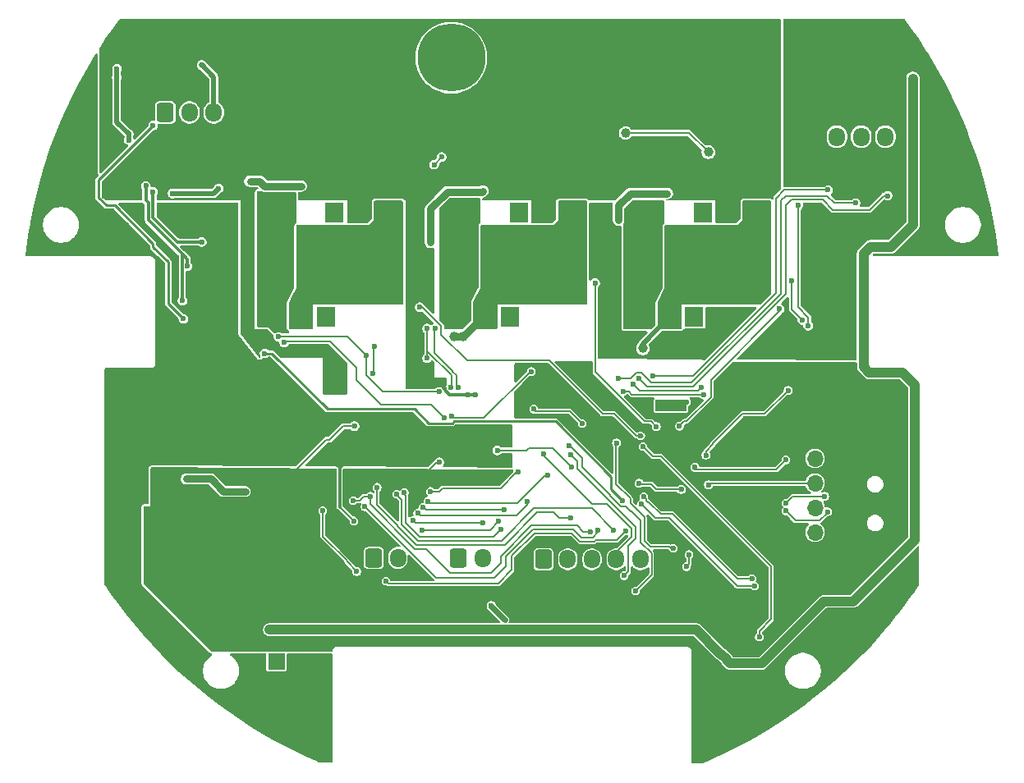
<source format=gbr>
%TF.GenerationSoftware,KiCad,Pcbnew,9.0.0*%
%TF.CreationDate,2025-07-24T21:17:22+09:00*%
%TF.ProjectId,AQUA_VESC,41515541-5f56-4455-9343-2e6b69636164,rev?*%
%TF.SameCoordinates,Original*%
%TF.FileFunction,Copper,L2,Bot*%
%TF.FilePolarity,Positive*%
%FSLAX46Y46*%
G04 Gerber Fmt 4.6, Leading zero omitted, Abs format (unit mm)*
G04 Created by KiCad (PCBNEW 9.0.0) date 2025-07-24 21:17:22*
%MOMM*%
%LPD*%
G01*
G04 APERTURE LIST*
G04 Aperture macros list*
%AMRoundRect*
0 Rectangle with rounded corners*
0 $1 Rounding radius*
0 $2 $3 $4 $5 $6 $7 $8 $9 X,Y pos of 4 corners*
0 Add a 4 corners polygon primitive as box body*
4,1,4,$2,$3,$4,$5,$6,$7,$8,$9,$2,$3,0*
0 Add four circle primitives for the rounded corners*
1,1,$1+$1,$2,$3*
1,1,$1+$1,$4,$5*
1,1,$1+$1,$6,$7*
1,1,$1+$1,$8,$9*
0 Add four rect primitives between the rounded corners*
20,1,$1+$1,$2,$3,$4,$5,0*
20,1,$1+$1,$4,$5,$6,$7,0*
20,1,$1+$1,$6,$7,$8,$9,0*
20,1,$1+$1,$8,$9,$2,$3,0*%
G04 Aperture macros list end*
%TA.AperFunction,ComponentPad*%
%ADD10RoundRect,0.250000X-0.600000X-0.725000X0.600000X-0.725000X0.600000X0.725000X-0.600000X0.725000X0*%
%TD*%
%TA.AperFunction,ComponentPad*%
%ADD11O,1.700000X1.950000*%
%TD*%
%TA.AperFunction,ComponentPad*%
%ADD12C,0.800000*%
%TD*%
%TA.AperFunction,ComponentPad*%
%ADD13C,7.000000*%
%TD*%
%TA.AperFunction,HeatsinkPad*%
%ADD14C,0.500000*%
%TD*%
%TA.AperFunction,HeatsinkPad*%
%ADD15R,1.900000X2.900000*%
%TD*%
%TA.AperFunction,ComponentPad*%
%ADD16R,1.905000X2.000000*%
%TD*%
%TA.AperFunction,ComponentPad*%
%ADD17O,1.905000X2.000000*%
%TD*%
%TA.AperFunction,ComponentPad*%
%ADD18R,1.700000X1.700000*%
%TD*%
%TA.AperFunction,ComponentPad*%
%ADD19O,1.700000X1.700000*%
%TD*%
%TA.AperFunction,ViaPad*%
%ADD20C,0.600000*%
%TD*%
%TA.AperFunction,ViaPad*%
%ADD21C,1.000000*%
%TD*%
%TA.AperFunction,Conductor*%
%ADD22C,0.200000*%
%TD*%
%TA.AperFunction,Conductor*%
%ADD23C,0.300000*%
%TD*%
%TA.AperFunction,Conductor*%
%ADD24C,1.000000*%
%TD*%
%TA.AperFunction,Conductor*%
%ADD25C,0.800000*%
%TD*%
%TA.AperFunction,Conductor*%
%ADD26C,0.500000*%
%TD*%
%TA.AperFunction,Conductor*%
%ADD27C,0.600000*%
%TD*%
%TA.AperFunction,Conductor*%
%ADD28C,0.250000*%
%TD*%
G04 APERTURE END LIST*
D10*
%TO.P,CAN1,1,Pin_1*%
%TO.N,/CAN/CANH*%
X79250000Y-78100000D03*
D11*
%TO.P,CAN1,2,Pin_2*%
%TO.N,/CAN/CANL*%
X81750000Y-78100000D03*
%TD*%
D10*
%TO.P,J1,1,Pin_1*%
%TO.N,GNDD*%
X96750000Y-78250000D03*
D11*
%TO.P,J1,2,Pin_2*%
%TO.N,/STM32F405/HALL_1*%
X99250000Y-78250000D03*
%TO.P,J1,3,Pin_3*%
%TO.N,/STM32F405/HALL_2*%
X101750000Y-78250000D03*
%TO.P,J1,4,Pin_4*%
%TO.N,/STM32F405/HALL_3*%
X104250000Y-78250000D03*
%TO.P,J1,5,Pin_5*%
%TO.N,/STM32F405/TEMP_MOTER*%
X106750000Y-78250000D03*
%TO.P,J1,6,Pin_6*%
%TO.N,+3V3*%
X109250000Y-78250000D03*
%TD*%
D12*
%TO.P,H7,1,1*%
%TO.N,/DRV8301/H1_VS*%
X73875000Y-48000000D03*
X74643845Y-46143845D03*
X74643845Y-49856155D03*
X76500000Y-45375000D03*
D13*
X76500000Y-48000000D03*
D12*
X76500000Y-50625000D03*
X78356155Y-46143845D03*
X78356155Y-49856155D03*
X79125000Y-48000000D03*
%TD*%
D14*
%TO.P,U9,9,PAD*%
%TO.N,GNDPWR*%
X58800000Y-41800000D03*
X58800000Y-43000000D03*
X58800000Y-44200000D03*
D15*
X59500000Y-43000000D03*
D14*
X60200000Y-41800000D03*
X60200000Y-43000000D03*
X60200000Y-44200000D03*
%TD*%
D12*
%TO.P,H6,1,1*%
%TO.N,GNDPWR*%
X84625000Y-26500000D03*
X85393845Y-24643845D03*
X85393845Y-28356155D03*
X87250000Y-23875000D03*
D13*
X87250000Y-26500000D03*
D12*
X87250000Y-29125000D03*
X89106155Y-24643845D03*
X89106155Y-28356155D03*
X89875000Y-26500000D03*
%TD*%
%TO.P,H5,1,1*%
%TO.N,V_SUPPLY*%
X103625000Y-26500000D03*
X104393845Y-24643845D03*
X104393845Y-28356155D03*
X106250000Y-23875000D03*
D13*
X106250000Y-26500000D03*
D12*
X106250000Y-29125000D03*
X108106155Y-24643845D03*
X108106155Y-28356155D03*
X108875000Y-26500000D03*
%TD*%
%TO.P,H9,1,1*%
%TO.N,/DRV8301/H3_VS*%
X111875000Y-48000000D03*
X112643845Y-46143845D03*
X112643845Y-49856155D03*
X114500000Y-45375000D03*
D13*
X114500000Y-48000000D03*
D12*
X114500000Y-50625000D03*
X116356155Y-46143845D03*
X116356155Y-49856155D03*
X117125000Y-48000000D03*
%TD*%
%TO.P,H8,1,1*%
%TO.N,/DRV8301/H2_VS*%
X92875000Y-48000000D03*
X93643845Y-46143845D03*
X93643845Y-49856155D03*
X95500000Y-45375000D03*
D13*
X95500000Y-48000000D03*
D12*
X95500000Y-50625000D03*
X97356155Y-46143845D03*
X97356155Y-49856155D03*
X98125000Y-48000000D03*
%TD*%
D10*
%TO.P,CAN2,1,Pin_1*%
%TO.N,/CAN/CANH*%
X88000000Y-78100000D03*
D11*
%TO.P,CAN2,2,Pin_2*%
%TO.N,/CAN/CANL*%
X90500000Y-78100000D03*
%TD*%
D16*
%TO.P,Q2,1,G*%
%TO.N,Net-(Q2-G)*%
X74290000Y-53250000D03*
D17*
%TO.P,Q2,2,D*%
%TO.N,/DRV8301/H1_VS*%
X71750000Y-53250000D03*
%TO.P,Q2,3,S*%
%TO.N,Net-(Q2-S)*%
X69210000Y-53250000D03*
%TD*%
D10*
%TO.P,M1,1,PWM*%
%TO.N,Net-(M1-PWM)*%
X57750000Y-32150000D03*
D11*
%TO.P,M1,2,+*%
%TO.N,+7V*%
X60250000Y-32150000D03*
%TO.P,M1,3,-*%
%TO.N,Net-(M1--)*%
X62750000Y-32150000D03*
%TD*%
D18*
%TO.P,J2,1,Pin_1*%
%TO.N,+5V*%
X69225000Y-88750000D03*
D19*
%TO.P,J2,2,Pin_2*%
%TO.N,GNDPWR*%
X71765000Y-88750000D03*
%TD*%
D16*
%TO.P,Q1,1,G*%
%TO.N,Net-(Q1-G)*%
X75210000Y-42480000D03*
D17*
%TO.P,Q1,2,D*%
%TO.N,V_SUPPLY*%
X77750000Y-42480000D03*
%TO.P,Q1,3,S*%
%TO.N,/DRV8301/H1_VS*%
X80290000Y-42480000D03*
%TD*%
D16*
%TO.P,Q5,1,G*%
%TO.N,Net-(Q5-G)*%
X113210000Y-42500000D03*
D17*
%TO.P,Q5,2,D*%
%TO.N,V_SUPPLY*%
X115750000Y-42500000D03*
%TO.P,Q5,3,S*%
%TO.N,/DRV8301/H3_VS*%
X118290000Y-42500000D03*
%TD*%
D10*
%TO.P,RGBLED1,1,Pin_1*%
%TO.N,GNDPWR*%
X124500000Y-34650000D03*
D11*
%TO.P,RGBLED1,2,Pin_2*%
%TO.N,/RGBLED_Driver/BLUE_OUT*%
X127000000Y-34650000D03*
%TO.P,RGBLED1,3,Pin_3*%
%TO.N,/RGBLED_Driver/RED_OUT*%
X129500000Y-34650000D03*
%TO.P,RGBLED1,4,Pin_4*%
%TO.N,/RGBLED_Driver/GREEN_OUT*%
X132000000Y-34650000D03*
%TD*%
D16*
%TO.P,Q3,1,G*%
%TO.N,Net-(Q3-G)*%
X94210000Y-42480000D03*
D17*
%TO.P,Q3,2,D*%
%TO.N,V_SUPPLY*%
X96750000Y-42480000D03*
%TO.P,Q3,3,S*%
%TO.N,/DRV8301/H2_VS*%
X99290000Y-42480000D03*
%TD*%
D18*
%TO.P,J3,1,Pin_1*%
%TO.N,+3V3*%
X124750000Y-78000000D03*
D19*
%TO.P,J3,2,Pin_2*%
%TO.N,SWCLK*%
X124750000Y-75460000D03*
%TO.P,J3,3,Pin_3*%
%TO.N,GNDD*%
X124750000Y-72920000D03*
%TO.P,J3,4,Pin_4*%
%TO.N,SWDIO*%
X124750000Y-70380000D03*
%TO.P,J3,5,Pin_5*%
%TO.N,NRST*%
X124750000Y-67840000D03*
%TD*%
D16*
%TO.P,Q4,1,G*%
%TO.N,Net-(Q4-G)*%
X93290000Y-53250000D03*
D17*
%TO.P,Q4,2,D*%
%TO.N,/DRV8301/H2_VS*%
X90750000Y-53250000D03*
%TO.P,Q4,3,S*%
%TO.N,Net-(Q4-S)*%
X88210000Y-53250000D03*
%TD*%
D16*
%TO.P,Q6,1,G*%
%TO.N,Net-(Q6-G)*%
X112290000Y-53250000D03*
D17*
%TO.P,Q6,2,D*%
%TO.N,/DRV8301/H3_VS*%
X109750000Y-53250000D03*
%TO.P,Q6,3,S*%
%TO.N,Net-(Q6-S)*%
X107210000Y-53250000D03*
%TD*%
D20*
%TO.N,GNDPWR*%
X69250000Y-65750000D03*
X54750000Y-64500000D03*
X52250000Y-75750000D03*
X85500000Y-66000000D03*
X81750000Y-66250000D03*
X103250000Y-48000000D03*
X78750000Y-66250000D03*
D21*
X140500000Y-37750000D03*
D20*
X47500000Y-37750000D03*
X52500000Y-66750000D03*
D21*
X57250000Y-49750000D03*
D20*
X49750000Y-34750000D03*
D21*
X133500000Y-23500000D03*
D20*
X74500000Y-88750000D03*
D21*
X124500000Y-42750000D03*
D20*
X76500000Y-66500000D03*
D21*
X122250000Y-34500000D03*
D20*
X76500000Y-65250000D03*
X54750000Y-63500000D03*
X50250000Y-46250000D03*
X78750000Y-67000000D03*
X74250000Y-98750000D03*
X64500000Y-55250000D03*
X79750000Y-67000000D03*
X62250000Y-64250000D03*
X49750000Y-37750000D03*
D21*
X128000000Y-23500000D03*
D20*
X54750000Y-67750000D03*
X74750000Y-68000000D03*
X65000000Y-43250000D03*
X80750000Y-64750000D03*
X116750000Y-53750000D03*
X80750000Y-67000000D03*
X79750000Y-64750000D03*
X49750000Y-36750000D03*
X52500000Y-68750000D03*
X73000000Y-65000000D03*
X52500000Y-62000000D03*
X116750000Y-53000000D03*
D21*
X136750000Y-29750000D03*
D20*
X90250000Y-66000000D03*
D21*
X133500000Y-42750000D03*
X122250000Y-29000000D03*
D20*
X74750000Y-65000000D03*
X81750000Y-64750000D03*
X65500000Y-94000000D03*
D21*
X124500000Y-52250000D03*
D20*
X79750000Y-65500000D03*
X76500000Y-68000000D03*
X44000000Y-46500000D03*
D21*
X136500000Y-45750000D03*
D20*
X74750000Y-66500000D03*
X71500000Y-67250000D03*
X82750000Y-66250000D03*
X91500000Y-66000000D03*
X65000000Y-45000000D03*
X52500000Y-63500000D03*
X47500000Y-38750000D03*
X69250000Y-68000000D03*
D21*
X122250000Y-23500000D03*
X136750000Y-37750000D03*
D20*
X52250000Y-80750000D03*
X89000000Y-66000000D03*
X52750000Y-43750000D03*
D21*
X128500000Y-43250000D03*
D20*
X83750000Y-66250000D03*
X66750000Y-65750000D03*
D21*
X57250000Y-55750000D03*
D20*
X85500000Y-65000000D03*
X81750000Y-65500000D03*
X51750000Y-43750000D03*
X47500000Y-35750000D03*
X78750000Y-64750000D03*
X49750000Y-35750000D03*
X64750000Y-50500000D03*
X81750000Y-67000000D03*
X103250000Y-45500000D03*
X58750000Y-88500000D03*
X54750000Y-61000000D03*
X54750000Y-62000000D03*
X77202677Y-74297323D03*
X52500000Y-65500000D03*
X49750000Y-39750000D03*
X52500000Y-67750000D03*
X62250000Y-61250000D03*
X54750000Y-68750000D03*
X49750000Y-41750000D03*
X87500000Y-65250000D03*
X80750000Y-66250000D03*
D21*
X142500000Y-45750000D03*
D20*
X83750000Y-64750000D03*
X80750000Y-65500000D03*
X52250000Y-70750000D03*
X54750000Y-65500000D03*
X82750000Y-65500000D03*
X83750000Y-67000000D03*
X74250000Y-93750000D03*
X72561120Y-66061119D03*
X78750000Y-65500000D03*
D21*
X120750000Y-56750000D03*
D20*
X68000000Y-65750000D03*
X47500000Y-34750000D03*
D21*
X128500000Y-47750000D03*
D20*
X82750000Y-64750000D03*
X47500000Y-36750000D03*
D21*
X52250000Y-59250000D03*
X128500000Y-52750000D03*
X124500000Y-47750000D03*
D20*
X47500000Y-39750000D03*
X66750000Y-68000000D03*
X53750000Y-43750000D03*
X52500000Y-61000000D03*
X54750000Y-66750000D03*
X49750000Y-38750000D03*
X79750000Y-66250000D03*
X83750000Y-65500000D03*
X103250000Y-43750000D03*
D21*
X128500000Y-56750000D03*
D20*
X52500000Y-64500000D03*
X71500000Y-65750000D03*
X82750000Y-67000000D03*
X85500000Y-67250000D03*
X55250000Y-85000000D03*
X87500000Y-66500000D03*
X68000000Y-68000000D03*
%TO.N,/STM32F405/AN_IN*%
X95750000Y-62750000D03*
X100750000Y-64250000D03*
%TO.N,/STM32F405/TEMP_MOTER*%
X110128702Y-77100117D03*
X104263909Y-66236091D03*
%TO.N,+3V3*%
X77258949Y-64500000D03*
X60750000Y-77750000D03*
X56000000Y-79250000D03*
X108285195Y-66275000D03*
X60750000Y-81000000D03*
X58000000Y-79250000D03*
X114700000Y-88950000D03*
X60750000Y-75750000D03*
X56000000Y-73250000D03*
X56000000Y-75750000D03*
D21*
X121250000Y-75250000D03*
D20*
X59750000Y-79250000D03*
X111120528Y-79728000D03*
X107756996Y-75006446D03*
X127500000Y-64750000D03*
X60750000Y-79000000D03*
X99500000Y-61500000D03*
X60700000Y-73750000D03*
X60750000Y-80000000D03*
X94558364Y-77674366D03*
X106350000Y-64687959D03*
D21*
X122900000Y-82150000D03*
D20*
X60750000Y-84250000D03*
X66937500Y-82000000D03*
X58750000Y-75750000D03*
X74250000Y-79000000D03*
X111000000Y-71850265D03*
X60750000Y-83250000D03*
X58582107Y-83167893D03*
X60750000Y-74750000D03*
X60750000Y-82250000D03*
X73750000Y-76500000D03*
D21*
X114129321Y-74701000D03*
D20*
X56000000Y-80500000D03*
X86000000Y-68250000D03*
X60750000Y-76750000D03*
%TO.N,NRST*%
X112375000Y-68755109D03*
X121750000Y-68000000D03*
%TO.N,+5V*%
X66000000Y-71250000D03*
X134850000Y-30250000D03*
D21*
X71500000Y-85500000D03*
X68500000Y-85500000D03*
X70000000Y-85500000D03*
D20*
X134850000Y-28650000D03*
X134850000Y-29500000D03*
X128700000Y-82575000D03*
X59900000Y-69950000D03*
D21*
%TO.N,/DRV8301/H3_LOW*%
X105217600Y-34265696D03*
D20*
X87294996Y-63492116D03*
X95495558Y-58870558D03*
X122350000Y-49500000D03*
X123450000Y-53550000D03*
D21*
X113750000Y-36250000D03*
D20*
%TO.N,/DRV8301/BR_SO3*%
X121967285Y-60825000D03*
X113500000Y-67500000D03*
%TO.N,/DRV8301/BR_SO1*%
X99650000Y-68750000D03*
X92000000Y-67000000D03*
%TO.N,/DRV8301/H1_LOW*%
X85977473Y-60972013D03*
X69444892Y-55305108D03*
X78498897Y-57226103D03*
%TO.N,/DRV8301/H2_LOW*%
X87200000Y-60476000D03*
X86250000Y-36750000D03*
X84750000Y-54450000D03*
X85471475Y-37528525D03*
X84750000Y-57500000D03*
%TO.N,/DRV8301/H1_VS*%
X79349914Y-56250000D03*
X79131757Y-59055912D03*
D21*
%TO.N,/DRV8301/H2_VS*%
X87500000Y-55250000D03*
X88500000Y-55250000D03*
%TO.N,/DRV8301/H3_VS*%
X107000000Y-56476000D03*
%TO.N,V_SUPPLY*%
X117500000Y-38500000D03*
X100500000Y-35000000D03*
X79500000Y-38500000D03*
X96500000Y-38500000D03*
D20*
X53750000Y-40750000D03*
D21*
X79500000Y-35000000D03*
X117500000Y-35250000D03*
X115500000Y-35250000D03*
D20*
X89750000Y-61250000D03*
D21*
X119500000Y-35250000D03*
X98500000Y-38500000D03*
X77500000Y-35000000D03*
X115500000Y-38500000D03*
X119250000Y-38500000D03*
D20*
X74500000Y-58750000D03*
D21*
X81500000Y-35000000D03*
D20*
X74500000Y-60250000D03*
D21*
X77500000Y-38500000D03*
D20*
X53000000Y-40750000D03*
D21*
X81250000Y-38500000D03*
D20*
X52250000Y-40750000D03*
X51500000Y-40750000D03*
X89000000Y-61250000D03*
D21*
X98500000Y-35000000D03*
D20*
X74500000Y-59500000D03*
D21*
X96500000Y-35000000D03*
X100500000Y-38500000D03*
D20*
%TO.N,+7V*%
X60025000Y-48000000D03*
X55750000Y-39719999D03*
X54000000Y-34379365D03*
X52775850Y-27655000D03*
X59523754Y-51559756D03*
X52750000Y-28501700D03*
X54000000Y-35000000D03*
%TO.N,Net-(M1--)*%
X61525000Y-27250000D03*
%TO.N,/CAN/CANH*%
X92750000Y-84500000D03*
X91375000Y-83000000D03*
%TO.N,/STM32F405/HALL_3*%
X111750000Y-77750000D03*
X96750000Y-67400000D03*
X111501791Y-79002846D03*
%TO.N,/STM32F405/HALL_1*%
X106250000Y-81500000D03*
X99417747Y-66496903D03*
%TO.N,/STM32F405/HALL_2*%
X105075735Y-79924265D03*
X99600000Y-67482314D03*
%TO.N,SWDIO*%
X106611091Y-70388909D03*
X110950738Y-71049265D03*
X113750000Y-70550000D03*
%TO.N,Net-(M1-PWM)*%
X56500000Y-33500000D03*
X59633689Y-53440658D03*
%TO.N,/RGBLED_Driver/RED_GATE*%
X128932403Y-41502936D03*
X104500000Y-59550000D03*
%TO.N,/RGBLED_Driver/GREEN_GATE*%
X132225000Y-40750000D03*
X106554298Y-59599000D03*
%TO.N,/RGBLED_Driver/BLUE_GATE*%
X108015132Y-59361338D03*
X126100000Y-40143750D03*
%TO.N,/STM32F405/USB_DP*%
X121750000Y-73250000D03*
X126032001Y-73343060D03*
%TO.N,/STM32F405/USB_DM*%
X121750000Y-72449997D03*
X125750000Y-71750000D03*
%TO.N,/STM32F405/ADC_EXT*%
X119000000Y-86250000D03*
X107001057Y-66600000D03*
%TO.N,/STM32F405/LED_RED*%
X105995832Y-60171814D03*
X113000000Y-60500000D03*
%TO.N,/STM32F405/LED_GREEN*%
X113252983Y-61258949D03*
X104948530Y-60950000D03*
%TO.N,Net-(U9-BOOT)*%
X58500000Y-40500000D03*
X63250000Y-40000000D03*
%TO.N,/DRV8301/FAULT*%
X77500000Y-79500000D03*
X74000000Y-73250000D03*
X80500000Y-80500000D03*
X105207830Y-75306360D03*
%TO.N,/DRV8301/EN_GATE*%
X104000000Y-75250000D03*
X81626959Y-71525000D03*
%TO.N,/DRV8301/SDO*%
X101557727Y-75390802D03*
X77150000Y-72183142D03*
X78892876Y-71750000D03*
%TO.N,/DRV8301/SENS1*%
X84000000Y-52250000D03*
X106750000Y-65500000D03*
%TO.N,/DRV8301/SENS2*%
X102075000Y-49750000D03*
X108400002Y-64553684D03*
%TO.N,/DRV8301/SENS3*%
X110775001Y-64509911D03*
X121086058Y-52412528D03*
%TO.N,/DRV8301/GH_A*%
X71750000Y-39750000D03*
X66500000Y-39250000D03*
%TO.N,/Power MOSFETs/TEMP*%
X109000000Y-62325000D03*
X111500000Y-62000000D03*
X110750000Y-62325000D03*
X109750000Y-62325000D03*
%TO.N,Net-(U9-FB)*%
X61514999Y-45514999D03*
X56500000Y-40319999D03*
%TO.N,/DRV8301/L3*%
X94100000Y-69250000D03*
X85105894Y-71250000D03*
%TO.N,/DRV8301/CS*%
X84250000Y-75250000D03*
X92125000Y-74350000D03*
%TO.N,/DRV8301/L1*%
X83270993Y-74229007D03*
X90500000Y-74500000D03*
%TO.N,/DRV8301/H3*%
X97150612Y-69600000D03*
X84846943Y-72250000D03*
%TO.N,/CAN/CAN_RX*%
X118250000Y-80250000D03*
X107093649Y-71801000D03*
%TO.N,/DRV8301/L2*%
X92667185Y-73150000D03*
X84349604Y-72876624D03*
%TO.N,/DRV8301/SDI*%
X78350000Y-72825000D03*
X102346935Y-75259836D03*
%TO.N,/CAN/CAN_TX*%
X118497516Y-81002484D03*
X106850000Y-72562996D03*
%TO.N,/DRV8301/SCLK*%
X99600002Y-73998528D03*
X79605904Y-70823190D03*
%TO.N,/SERVO/SERVO_PWM*%
X104898083Y-72165356D03*
X68000000Y-57000000D03*
%TO.N,/DRV8301/H2*%
X83796080Y-73454218D03*
X95100000Y-72250000D03*
%TO.N,/DRV8301/H1*%
X92375000Y-75162763D03*
X82405896Y-71342630D03*
%TO.N,/DRV8301/GH_C*%
X104576000Y-42500000D03*
X104576000Y-43250000D03*
X104576000Y-41750000D03*
X109500000Y-40500000D03*
%TO.N,/DRV8301/GH_B*%
X90500000Y-40250000D03*
X85100000Y-44950000D03*
X85100000Y-45550000D03*
X85100000Y-44350000D03*
D21*
%TO.N,Net-(Q2-S)*%
X70500000Y-46250000D03*
X68250000Y-46250000D03*
X68250000Y-41250000D03*
X68250000Y-51250000D03*
X70000000Y-51250000D03*
X70250000Y-41250000D03*
D20*
%TO.N,/DRV8301/SPC*%
X124050000Y-54150000D03*
X123000000Y-41750000D03*
%TO.N,/DRV8301/SPA*%
X70015808Y-55865517D03*
X86500000Y-63626000D03*
D21*
%TO.N,Net-(Q4-S)*%
X87250000Y-51500000D03*
X88750000Y-51500000D03*
X87250000Y-46750000D03*
X89250000Y-46750000D03*
X89250000Y-41750000D03*
X87250000Y-41750000D03*
D20*
%TO.N,/DRV8301/SPB*%
X87950000Y-60476000D03*
X85598527Y-54450000D03*
D21*
%TO.N,Net-(Q6-S)*%
X108250000Y-47000000D03*
X105701000Y-47000000D03*
X106250000Y-42000000D03*
X107750000Y-51500000D03*
X105750000Y-51500000D03*
X108250000Y-42000000D03*
%TD*%
D22*
%TO.N,/STM32F405/AN_IN*%
X95950000Y-62950000D02*
X95750000Y-62750000D01*
X99450000Y-62950000D02*
X95950000Y-62950000D01*
X100750000Y-64250000D02*
X99450000Y-62950000D01*
%TO.N,/STM32F405/TEMP_MOTER*%
X109852877Y-77100117D02*
X110128702Y-77100117D01*
X109726760Y-76974000D02*
X109852877Y-77100117D01*
X107793860Y-76974000D02*
X109726760Y-76974000D01*
X107151000Y-76331140D02*
X107793860Y-76974000D01*
X107151000Y-73901000D02*
X107151000Y-76331140D01*
X105716216Y-72466216D02*
X107151000Y-73901000D01*
X105716216Y-71966216D02*
X105716216Y-72466216D01*
X104263909Y-66236091D02*
X104250000Y-66250000D01*
X104250000Y-70500000D02*
X105716216Y-71966216D01*
X104250000Y-66250000D02*
X104250000Y-70500000D01*
%TO.N,/CAN/CAN_RX*%
X107340220Y-72189220D02*
X107340220Y-72047571D01*
X107485764Y-72334764D02*
X107340220Y-72189220D01*
X107584764Y-72334764D02*
X107485764Y-72334764D01*
X108833900Y-73583900D02*
X107584764Y-72334764D01*
X110083900Y-73583900D02*
X108833900Y-73583900D01*
X107340220Y-72047571D02*
X107093649Y-71801000D01*
X116750000Y-80250000D02*
X110083900Y-73583900D01*
X118250000Y-80250000D02*
X116750000Y-80250000D01*
%TO.N,/CAN/CAN_TX*%
X108287004Y-74000000D02*
X106850000Y-72562996D01*
X109750000Y-74000000D02*
X108287004Y-74000000D01*
X116752484Y-81002484D02*
X109750000Y-74000000D01*
X118497516Y-81002484D02*
X116752484Y-81002484D01*
%TO.N,+3V3*%
X74351000Y-65899000D02*
X71000000Y-69250000D01*
X74700943Y-65899000D02*
X74351000Y-65899000D01*
X76099943Y-64500000D02*
X74700943Y-65899000D01*
X77258949Y-64500000D02*
X76099943Y-64500000D01*
%TO.N,/DRV8301/SENS1*%
X106750000Y-65500000D02*
X106951000Y-65500000D01*
%TO.N,GNDPWR*%
X77202677Y-74297323D02*
X75750000Y-72844646D01*
D23*
X75750000Y-72844646D02*
X75750000Y-68250000D01*
D22*
%TO.N,+3V3*%
X110801000Y-72049265D02*
X111000000Y-71850265D01*
X85000000Y-69000000D02*
X85000000Y-69500000D01*
X85750000Y-68250000D02*
X85000000Y-69000000D01*
X86000000Y-68250000D02*
X85750000Y-68250000D01*
%TO.N,NRST*%
X112408292Y-69000000D02*
X120750000Y-69000000D01*
X120750000Y-69000000D02*
X121750000Y-68000000D01*
X112375000Y-68755109D02*
X112375000Y-68966708D01*
X112375000Y-68966708D02*
X112408292Y-69000000D01*
D24*
%TO.N,+5V*%
X112500000Y-85500000D02*
X114999000Y-87999000D01*
X134850000Y-28650000D02*
X134850000Y-43750000D01*
X133756915Y-59006915D02*
X134999000Y-60249000D01*
X132600000Y-46000000D02*
X130500000Y-46000000D01*
X129750000Y-47084372D02*
X129749000Y-47085372D01*
X115093918Y-87999000D02*
X115651000Y-88556082D01*
X70000000Y-85500000D02*
X68500000Y-85500000D01*
X114999000Y-87999000D02*
X115093918Y-87999000D01*
X115651000Y-88651000D02*
X116000000Y-89000000D01*
X115651000Y-88556082D02*
X115651000Y-88651000D01*
X71500000Y-85500000D02*
X112500000Y-85500000D01*
X71500000Y-85500000D02*
X70000000Y-85500000D01*
X130335372Y-59006915D02*
X133756915Y-59006915D01*
X134850000Y-43750000D02*
X132600000Y-46000000D01*
X129749000Y-58420543D02*
X130335372Y-59006915D01*
X134999000Y-76276000D02*
X128700000Y-82575000D01*
X130500000Y-46000000D02*
X129750000Y-46750000D01*
X129749000Y-47085372D02*
X129749000Y-58420543D01*
X129750000Y-46750000D02*
X129750000Y-47084372D01*
D25*
X59900000Y-69950000D02*
X62450000Y-69950000D01*
D24*
X134999000Y-60249000D02*
X134999000Y-76276000D01*
D25*
X62450000Y-69950000D02*
X63750000Y-71250000D01*
X63750000Y-71250000D02*
X66000000Y-71250000D01*
D24*
X125675000Y-82575000D02*
X128700000Y-82575000D01*
X119250000Y-89000000D02*
X125675000Y-82575000D01*
X116000000Y-89000000D02*
X119250000Y-89000000D01*
D22*
%TO.N,/DRV8301/H3_LOW*%
X87408844Y-63624000D02*
X90626000Y-63624000D01*
X87294996Y-63510152D02*
X87408844Y-63624000D01*
X87294996Y-63492116D02*
X87294996Y-63510152D01*
X95379442Y-58870558D02*
X95495558Y-58870558D01*
X122350000Y-49500000D02*
X122350000Y-52450000D01*
X90626000Y-63624000D02*
X95379442Y-58870558D01*
X105217600Y-34265696D02*
X111765696Y-34265696D01*
X111765696Y-34265696D02*
X113750000Y-36250000D01*
X122350000Y-52450000D02*
X123450000Y-53550000D01*
%TO.N,/DRV8301/BR_SO3*%
X117250000Y-63250000D02*
X119542285Y-63250000D01*
X114239041Y-66260959D02*
X117250000Y-63250000D01*
X113500000Y-67500000D02*
X113500000Y-67114041D01*
X114239041Y-66375000D02*
X114239041Y-66260959D01*
X113500000Y-67114041D02*
X114239041Y-66375000D01*
X119542285Y-63250000D02*
X121967285Y-60825000D01*
%TO.N,/DRV8301/BR_SO1*%
X95201000Y-66799000D02*
X95000000Y-67000000D01*
X97699000Y-66799000D02*
X95201000Y-66799000D01*
X99650000Y-68750000D02*
X97699000Y-66799000D01*
X95000000Y-67000000D02*
X92000000Y-67000000D01*
%TO.N,/DRV8301/H1_LOW*%
X78475000Y-57250000D02*
X78498897Y-57226103D01*
X78475000Y-59249098D02*
X78475000Y-57250000D01*
X80197915Y-60972013D02*
X78475000Y-59249098D01*
X76500000Y-55250000D02*
X78476103Y-57226103D01*
X69444892Y-55305108D02*
X69500000Y-55250000D01*
X69500000Y-55250000D02*
X76500000Y-55250000D01*
X78476103Y-57226103D02*
X78498897Y-57226103D01*
X85977473Y-60972013D02*
X80197915Y-60972013D01*
%TO.N,/DRV8301/H2_LOW*%
X87200000Y-60476000D02*
X87250000Y-60426000D01*
X87250000Y-59250000D02*
X84750000Y-56750000D01*
X84750000Y-54450000D02*
X84750000Y-57500000D01*
X87250000Y-60426000D02*
X87250000Y-59250000D01*
X85471475Y-37528525D02*
X86250000Y-36750000D01*
%TO.N,/DRV8301/H1_VS*%
X79349914Y-56250000D02*
X79250000Y-56349914D01*
X79250000Y-56349914D02*
X79250000Y-58937669D01*
X79250000Y-58937669D02*
X79131757Y-59055912D01*
D25*
%TO.N,/DRV8301/H2_VS*%
X90500000Y-53250000D02*
X88500000Y-55250000D01*
X88500000Y-55250000D02*
X87750000Y-55250000D01*
X90750000Y-53250000D02*
X90500000Y-53250000D01*
D26*
%TO.N,/DRV8301/H3_VS*%
X107000000Y-56000000D02*
X107000000Y-56476000D01*
X109750000Y-53250000D02*
X107000000Y-56000000D01*
D23*
%TO.N,V_SUPPLY*%
X86599000Y-60599000D02*
X86450000Y-60450000D01*
X87050000Y-61250000D02*
X86599000Y-60799000D01*
X86599000Y-60799000D02*
X86599000Y-60599000D01*
X89750000Y-61250000D02*
X87050000Y-61250000D01*
%TO.N,+7V*%
X55750000Y-41250000D02*
X56000000Y-41500000D01*
X60025000Y-48000000D02*
X60037500Y-47987500D01*
X59500000Y-51528992D02*
X59530764Y-51559756D01*
X59500000Y-46750000D02*
X59500000Y-51528992D01*
X59530764Y-51559756D02*
X59523754Y-51559756D01*
X60037500Y-47287500D02*
X59500000Y-46750000D01*
D26*
X52750000Y-27680850D02*
X52750000Y-33129365D01*
D23*
X56000000Y-41500000D02*
X56000000Y-43250000D01*
X60037500Y-47987500D02*
X60037500Y-47287500D01*
X56000000Y-43250000D02*
X59500000Y-46750000D01*
D26*
X52775850Y-27655000D02*
X52750000Y-27680850D01*
X54000000Y-35000000D02*
X54000000Y-34379365D01*
D23*
X55750000Y-39719999D02*
X55750000Y-41250000D01*
D26*
X52750000Y-33129365D02*
X54000000Y-34379365D01*
%TO.N,Net-(M1--)*%
X61500000Y-27275000D02*
X61550000Y-27275000D01*
X61550000Y-27275000D02*
X62750000Y-28475000D01*
X62750000Y-28475000D02*
X62750000Y-32650000D01*
X61525000Y-27250000D02*
X61500000Y-27275000D01*
D27*
%TO.N,/CAN/CANH*%
X91375000Y-83125000D02*
X92750000Y-84500000D01*
X91375000Y-83000000D02*
X91375000Y-83125000D01*
D22*
%TO.N,/STM32F405/HALL_3*%
X103258655Y-72508655D02*
X101758655Y-72508655D01*
X96750000Y-67500000D02*
X96750000Y-67400000D01*
X104250000Y-78250000D02*
X104250000Y-77500000D01*
X104250000Y-77500000D02*
X105851000Y-75899000D01*
X105851000Y-75899000D02*
X105851000Y-75101000D01*
X104250000Y-77750000D02*
X104250000Y-78250000D01*
X101758655Y-72508655D02*
X96750000Y-67500000D01*
X111750000Y-77750000D02*
X111750000Y-78754637D01*
X111750000Y-78754637D02*
X111501791Y-79002846D01*
X105851000Y-75101000D02*
X103258655Y-72508655D01*
%TO.N,/STM32F405/HALL_1*%
X105500057Y-73068571D02*
X105734957Y-73303472D01*
X105197943Y-72817273D02*
X105223351Y-72791865D01*
X103590855Y-71590855D02*
X103590855Y-71706655D01*
X105223351Y-72791865D02*
X105382900Y-72951415D01*
X107901000Y-77648240D02*
X107901000Y-79849000D01*
X99417747Y-66496903D02*
X99464532Y-66496903D01*
X106750000Y-76497240D02*
X107901000Y-77648240D01*
X105803472Y-73303472D02*
X106750000Y-74250000D01*
X104701473Y-72817273D02*
X105197943Y-72817273D01*
X100750000Y-67782371D02*
X100750000Y-68750000D01*
X103590855Y-71706655D02*
X104701473Y-72817273D01*
X106750000Y-74250000D02*
X106750000Y-76497240D01*
X107901000Y-79849000D02*
X106250000Y-81500000D01*
X105734957Y-73303472D02*
X105803472Y-73303472D01*
X105382900Y-72951415D02*
X105500057Y-73068571D01*
X100750000Y-68750000D02*
X103590855Y-71590855D01*
X99464532Y-66496903D02*
X100750000Y-67782371D01*
%TO.N,/STM32F405/HALL_2*%
X105075735Y-79924265D02*
X105500000Y-79500000D01*
X105500000Y-79500000D02*
X105500000Y-76817100D01*
X100250000Y-68932900D02*
X100250000Y-68132314D01*
X100250000Y-68132314D02*
X99600000Y-67482314D01*
X106252000Y-76065100D02*
X106252000Y-74934900D01*
X105500000Y-76817100D02*
X106252000Y-76065100D01*
X106252000Y-74934900D02*
X100250000Y-68932900D01*
%TO.N,SWDIO*%
X107850000Y-70500000D02*
X108399265Y-71049265D01*
X108399265Y-71049265D02*
X110950738Y-71049265D01*
X113920000Y-70380000D02*
X124750000Y-70380000D01*
X106611091Y-70388909D02*
X106722182Y-70500000D01*
X106722182Y-70500000D02*
X107850000Y-70500000D01*
X113750000Y-70550000D02*
X113920000Y-70380000D01*
D28*
%TO.N,Net-(M1-PWM)*%
X50875000Y-39125000D02*
X56500000Y-33500000D01*
X52564588Y-41750000D02*
X51685412Y-41750000D01*
X59633689Y-53440658D02*
X58076000Y-51882969D01*
X50875000Y-40939588D02*
X50875000Y-39125000D01*
X58076000Y-47576000D02*
X56500000Y-46000000D01*
X56500000Y-45685412D02*
X52564588Y-41750000D01*
X58076000Y-51882969D02*
X58076000Y-47576000D01*
X51685412Y-41750000D02*
X50875000Y-40939588D01*
X56500000Y-46000000D02*
X56500000Y-45685412D01*
D22*
%TO.N,/RGBLED_Driver/RED_GATE*%
X126000000Y-40750000D02*
X121750000Y-40750000D01*
X105755381Y-59550000D02*
X104500000Y-59550000D01*
X107766189Y-59962338D02*
X107414132Y-59610281D01*
X105953298Y-59352083D02*
X105755381Y-59550000D01*
X105953298Y-59350057D02*
X105953298Y-59352083D01*
X107414132Y-59610281D02*
X107414132Y-59608891D01*
X128932403Y-41502936D02*
X126752936Y-41502936D01*
X106305355Y-58998000D02*
X105953298Y-59350057D01*
X121750000Y-40750000D02*
X121250000Y-41250000D01*
X121250000Y-41250000D02*
X121250000Y-50832957D01*
X107767579Y-59962338D02*
X107766189Y-59962338D01*
X121250000Y-50832957D02*
X112035957Y-60047000D01*
X126752936Y-41502936D02*
X126000000Y-40750000D01*
X107852241Y-60047000D02*
X107767579Y-59962338D01*
X112035957Y-60047000D02*
X107852241Y-60047000D01*
X107414132Y-59608891D02*
X106803241Y-58998000D01*
X106803241Y-58998000D02*
X106305355Y-58998000D01*
%TO.N,/RGBLED_Driver/GREEN_GATE*%
X112202057Y-60448000D02*
X107403324Y-60448000D01*
X130339199Y-42209550D02*
X126603272Y-42209550D01*
X122351000Y-41149000D02*
X121750000Y-41750000D01*
X107403324Y-60448000D02*
X106554324Y-59599000D01*
X106554324Y-59599000D02*
X106554298Y-59599000D01*
X132225000Y-40750000D02*
X131798749Y-40750000D01*
X131798749Y-40750000D02*
X130339199Y-42209550D01*
X121750000Y-50900057D02*
X112202057Y-60448000D01*
X121750000Y-41750000D02*
X121750000Y-50900057D01*
X125542722Y-41149000D02*
X122351000Y-41149000D01*
X126603272Y-42209550D02*
X125542722Y-41149000D01*
%TO.N,/RGBLED_Driver/BLUE_GATE*%
X126100000Y-40143750D02*
X126093750Y-40150000D01*
X120750000Y-50765857D02*
X112165857Y-59350000D01*
X126093750Y-40150000D02*
X121600000Y-40150000D01*
X112165857Y-59350000D02*
X108015132Y-59350000D01*
X121600000Y-40150000D02*
X120750000Y-41000000D01*
X108015132Y-59350000D02*
X108015132Y-59361338D01*
X120750000Y-41000000D02*
X120750000Y-50765857D01*
%TO.N,/STM32F405/USB_DP*%
X126032001Y-73430499D02*
X125212500Y-74250000D01*
X122750000Y-74250000D02*
X121750000Y-73250000D01*
X126032001Y-73343060D02*
X126032001Y-73430499D01*
X125212500Y-74250000D02*
X122750000Y-74250000D01*
%TO.N,/STM32F405/USB_DM*%
X122449997Y-71750000D02*
X125750000Y-71750000D01*
X121750000Y-72449997D02*
X122449997Y-71750000D01*
%TO.N,/STM32F405/ADC_EXT*%
X108883980Y-67633980D02*
X108035037Y-67633980D01*
X119000000Y-86250000D02*
X119000000Y-85660842D01*
X120250000Y-79000000D02*
X108883980Y-67633980D01*
X108035037Y-67633980D02*
X107001057Y-66600000D01*
X120250000Y-84410842D02*
X120250000Y-79000000D01*
X119000000Y-85660842D02*
X120250000Y-84410842D01*
%TO.N,/STM32F405/LED_RED*%
X105996191Y-60171814D02*
X106673377Y-60849000D01*
X112651000Y-60849000D02*
X113000000Y-60500000D01*
X105995832Y-60171814D02*
X105996191Y-60171814D01*
X106673377Y-60849000D02*
X112651000Y-60849000D01*
%TO.N,/STM32F405/LED_GREEN*%
X105550000Y-60950000D02*
X105850000Y-61250000D01*
X113244034Y-61250000D02*
X113252983Y-61258949D01*
X105850000Y-61250000D02*
X113244034Y-61250000D01*
X104948530Y-60950000D02*
X105550000Y-60950000D01*
D26*
%TO.N,Net-(U9-BOOT)*%
X62750000Y-40500000D02*
X63250000Y-40000000D01*
X58500000Y-40500000D02*
X62750000Y-40500000D01*
D22*
%TO.N,/DRV8301/FAULT*%
X74000001Y-75900057D02*
X74000000Y-75900057D01*
X100516065Y-76401000D02*
X101466686Y-76401000D01*
X104300586Y-76250000D02*
X105207830Y-75342756D01*
X101474884Y-76392802D02*
X101972770Y-76392802D01*
X105207830Y-75342756D02*
X105207830Y-75306360D01*
X80500000Y-80500000D02*
X80750000Y-80750000D01*
X101466686Y-76401000D02*
X101474884Y-76392802D01*
X93500000Y-79350000D02*
X93500000Y-77884200D01*
X93500000Y-77884200D02*
X95832200Y-75552000D01*
X74000000Y-73250000D02*
X74000000Y-75900057D01*
X80750000Y-80750000D02*
X92100000Y-80750000D01*
X77500000Y-79500000D02*
X76500000Y-78500000D01*
X95832200Y-75552000D02*
X99667065Y-75552000D01*
X92100000Y-80750000D02*
X93500000Y-79350000D01*
X76500000Y-78400056D02*
X74000001Y-75900057D01*
X76500000Y-78500000D02*
X76500000Y-78400056D01*
X101972770Y-76392802D02*
X102115572Y-76250000D01*
X99667065Y-75552000D02*
X100516065Y-76401000D01*
X102115572Y-76250000D02*
X104300586Y-76250000D01*
%TO.N,/DRV8301/EN_GATE*%
X95750000Y-73000000D02*
X92426326Y-76323674D01*
X101750000Y-73000000D02*
X95750000Y-73000000D01*
X104000000Y-75250000D02*
X101750000Y-73000000D01*
X92426326Y-76323674D02*
X83811054Y-76323674D01*
X83811054Y-76323674D02*
X82132550Y-74645170D01*
X82132550Y-74645170D02*
X82132550Y-72100999D01*
X82132550Y-72100999D02*
X82100999Y-72100999D01*
X82100999Y-72100999D02*
X81626959Y-71626959D01*
X81626959Y-71626959D02*
X81626959Y-71525000D01*
%TO.N,/DRV8301/SDO*%
X100858463Y-75390802D02*
X100217661Y-74750000D01*
X78892876Y-71750000D02*
X78892876Y-72542876D01*
X77766858Y-72183142D02*
X77150000Y-72183142D01*
X84651000Y-77151000D02*
X87116100Y-79616100D01*
X78200000Y-71750000D02*
X77766858Y-72183142D01*
X83504180Y-77151000D02*
X84651000Y-77151000D01*
X78892876Y-71750000D02*
X78200000Y-71750000D01*
X83251000Y-76901000D02*
X83254180Y-76901000D01*
X92327000Y-77923000D02*
X92327000Y-78673000D01*
X91383900Y-79616100D02*
X92327000Y-78673000D01*
X87116100Y-79616100D02*
X91383900Y-79616100D01*
X100217661Y-74750000D02*
X95500000Y-74750000D01*
X101557727Y-75390802D02*
X100858463Y-75390802D01*
X95500000Y-74750000D02*
X92327000Y-77923000D01*
X83254180Y-76901000D02*
X83504180Y-77151000D01*
X78892876Y-72542876D02*
X83251000Y-76901000D01*
%TO.N,/DRV8301/SENS1*%
X97352057Y-57750000D02*
X88867214Y-57750000D01*
X107000000Y-65500000D02*
X106312098Y-65500000D01*
X102852057Y-63250000D02*
X97352057Y-57750000D01*
X86199527Y-55082313D02*
X86199527Y-54201057D01*
X86199527Y-54201057D02*
X84248470Y-52250000D01*
X104062098Y-63250000D02*
X102852057Y-63250000D01*
X84248470Y-52250000D02*
X84000000Y-52250000D01*
X88867214Y-57750000D02*
X86199527Y-55082313D01*
X106312098Y-65500000D02*
X104062098Y-63250000D01*
%TO.N,/DRV8301/SENS2*%
X102075000Y-58925000D02*
X102075000Y-49750000D01*
X107871002Y-64024684D02*
X107174684Y-64024684D01*
X108400002Y-64553684D02*
X107871002Y-64024684D01*
X107174684Y-64024684D02*
X102075000Y-58925000D01*
%TO.N,/DRV8301/SENS3*%
X114000000Y-59750000D02*
X114000000Y-61500000D01*
X114000000Y-61500000D02*
X111500000Y-64000000D01*
X111500000Y-64000000D02*
X111284911Y-64000000D01*
X111284911Y-64000000D02*
X110775001Y-64509911D01*
X121086058Y-52663942D02*
X114000000Y-59750000D01*
D25*
%TO.N,/DRV8301/GH_A*%
X67500000Y-39250000D02*
X68000000Y-39750000D01*
X68000000Y-39750000D02*
X71750000Y-39750000D01*
X66500000Y-39250000D02*
X67500000Y-39250000D01*
D23*
%TO.N,Net-(U9-FB)*%
X56500000Y-43000000D02*
X59014999Y-45514999D01*
X56500000Y-40319999D02*
X56500000Y-43000000D01*
X59014999Y-45514999D02*
X61514999Y-45514999D01*
D22*
%TO.N,/DRV8301/L3*%
X94100000Y-69250000D02*
X94000000Y-69250000D01*
X86356260Y-70893740D02*
X86000000Y-71250000D01*
X86000000Y-71250000D02*
X85105894Y-71250000D01*
X94000000Y-69250000D02*
X92356260Y-70893740D01*
X92356260Y-70893740D02*
X86356260Y-70893740D01*
%TO.N,/DRV8301/CS*%
X91225000Y-75250000D02*
X92125000Y-74350000D01*
X84250000Y-75250000D02*
X91225000Y-75250000D01*
%TO.N,/DRV8301/L1*%
X90500000Y-74500000D02*
X83541986Y-74500000D01*
X83270993Y-74229007D02*
X83141031Y-74099045D01*
X83541986Y-74500000D02*
X83270993Y-74229007D01*
X83141031Y-74099045D02*
X83141031Y-74074543D01*
%TO.N,/DRV8301/H3*%
X97150612Y-69600000D02*
X96900000Y-69600000D01*
X94025000Y-72475000D02*
X85071943Y-72475000D01*
X96900000Y-69600000D02*
X94025000Y-72475000D01*
X85071943Y-72475000D02*
X84846943Y-72250000D01*
%TO.N,/CAN/CAN_RX*%
X107093649Y-71801000D02*
X107093649Y-71876972D01*
X107093649Y-71876972D02*
X107008349Y-71962272D01*
%TO.N,/DRV8301/L2*%
X84349604Y-72876495D02*
X84349604Y-72876624D01*
X84623109Y-73150000D02*
X84349604Y-72876495D01*
X92667185Y-73150000D02*
X84623109Y-73150000D01*
%TO.N,/DRV8301/SDI*%
X101300586Y-76000000D02*
X101308784Y-75991802D01*
X101806670Y-75991802D02*
X102346935Y-75451537D01*
X95666100Y-75151000D02*
X99833165Y-75151000D01*
X102346935Y-75259836D02*
X102346935Y-75403065D01*
X78475000Y-72950000D02*
X78500000Y-72950000D01*
X91700000Y-80150000D02*
X92900000Y-78950000D01*
X102346935Y-75451537D02*
X102346935Y-75259836D01*
X102346935Y-75403065D02*
X102250000Y-75500000D01*
X85700000Y-80150000D02*
X91700000Y-80150000D01*
X101308784Y-75991802D02*
X101806670Y-75991802D01*
X78350000Y-72825000D02*
X78475000Y-72950000D01*
X100682165Y-76000000D02*
X101300586Y-76000000D01*
X78500000Y-72950000D02*
X85700000Y-80150000D01*
X92900000Y-77917100D02*
X95666100Y-75151000D01*
X92900000Y-78950000D02*
X92900000Y-77917100D01*
X99833165Y-75151000D02*
X100682165Y-76000000D01*
%TO.N,/DRV8301/SCLK*%
X79605904Y-72605904D02*
X81731550Y-74731550D01*
X98398528Y-73998528D02*
X99600002Y-73998528D01*
X96099000Y-73401000D02*
X97801000Y-73401000D01*
X92750000Y-76750000D02*
X96099000Y-73401000D01*
X83670280Y-76750000D02*
X92750000Y-76750000D01*
X81731550Y-74731550D02*
X81731550Y-74811270D01*
X79605904Y-70823190D02*
X79605904Y-72605904D01*
X97801000Y-73401000D02*
X98398528Y-73998528D01*
X81731550Y-74811270D02*
X83670280Y-76750000D01*
D28*
%TO.N,/SERVO/SERVO_PWM*%
X68000000Y-57000000D02*
X68750000Y-57000000D01*
X104847166Y-72114439D02*
X104949000Y-72114439D01*
X103750000Y-71017273D02*
X104847166Y-72114439D01*
X87564588Y-64000000D02*
X98000000Y-64000000D01*
X84951000Y-64201000D02*
X87363588Y-64201000D01*
X103750000Y-69750000D02*
X103750000Y-71017273D01*
X68750000Y-57000000D02*
X74500000Y-62750000D01*
X83500000Y-62750000D02*
X84951000Y-64201000D01*
X87363588Y-64201000D02*
X87564588Y-64000000D01*
X74500000Y-62750000D02*
X83500000Y-62750000D01*
X98000000Y-64000000D02*
X103750000Y-69750000D01*
X104949000Y-72114439D02*
X104898083Y-72165356D01*
D22*
%TO.N,/DRV8301/H2*%
X94000000Y-73750000D02*
X95100000Y-72650000D01*
X95100000Y-72650000D02*
X95100000Y-72250000D01*
X83810114Y-73454218D02*
X84105896Y-73750000D01*
X83796080Y-73454218D02*
X83810114Y-73454218D01*
X84105896Y-73750000D02*
X94000000Y-73750000D01*
%TO.N,/DRV8301/H1*%
X91577326Y-75922674D02*
X92337237Y-75162763D01*
X92337237Y-75162763D02*
X92375000Y-75162763D01*
X83977154Y-75922674D02*
X91577326Y-75922674D01*
X82533550Y-74479070D02*
X83977154Y-75922674D01*
X82533550Y-71685021D02*
X82533550Y-74479070D01*
X82405896Y-71342630D02*
X82405896Y-71557367D01*
X82405896Y-71557367D02*
X82533550Y-71685021D01*
D25*
%TO.N,/DRV8301/GH_C*%
X104500000Y-41750000D02*
X104500000Y-43250000D01*
X105750000Y-40500000D02*
X109500000Y-40500000D01*
X104500000Y-41750000D02*
X105750000Y-40500000D01*
%TO.N,/DRV8301/GH_B*%
X90400000Y-40350000D02*
X90500000Y-40250000D01*
X85100000Y-45550000D02*
X85100000Y-42092950D01*
X86842950Y-40350000D02*
X90400000Y-40350000D01*
X85100000Y-42092950D02*
X86842950Y-40350000D01*
D22*
%TO.N,/DRV8301/SPC*%
X124051000Y-53798943D02*
X124050000Y-53799943D01*
X123000000Y-52250057D02*
X124051000Y-53301057D01*
X124051000Y-53301057D02*
X124051000Y-53798943D01*
X124050000Y-53799943D02*
X124050000Y-54150000D01*
X123000000Y-41750000D02*
X123000000Y-52250057D01*
%TO.N,/DRV8301/SPA*%
X85124000Y-62250000D02*
X80000000Y-62250000D01*
X86411000Y-63537000D02*
X85124000Y-62250000D01*
X74750000Y-55750000D02*
X70131325Y-55750000D01*
X86500000Y-63448000D02*
X86411000Y-63537000D01*
X77500000Y-59750000D02*
X77500000Y-58500000D01*
X70131325Y-55750000D02*
X70015808Y-55865517D01*
X80000000Y-62250000D02*
X77500000Y-59750000D01*
X86500000Y-63626000D02*
X86500000Y-63448000D01*
X77500000Y-58500000D02*
X74750000Y-55750000D01*
%TO.N,/DRV8301/SPB*%
X87401000Y-58833900D02*
X85500000Y-56932900D01*
X85500000Y-54548527D02*
X85598527Y-54450000D01*
X87950000Y-60476000D02*
X87750000Y-60276000D01*
X87401000Y-58901000D02*
X87401000Y-58833900D01*
X87750000Y-59250000D02*
X87401000Y-58901000D01*
X87750000Y-60276000D02*
X87750000Y-59250000D01*
X85500000Y-56932900D02*
X85500000Y-54548527D01*
%TD*%
%TA.AperFunction,Conductor*%
%TO.N,/DRV8301/H1_VS*%
G36*
X82193039Y-41269685D02*
G01*
X82238794Y-41322489D01*
X82250000Y-41374000D01*
X82250000Y-51876000D01*
X82230315Y-51943039D01*
X82177511Y-51988794D01*
X82126000Y-52000000D01*
X73000000Y-52000000D01*
X73000000Y-54376000D01*
X72980315Y-54443039D01*
X72927511Y-54488794D01*
X72876000Y-54500000D01*
X70624000Y-54500000D01*
X70556961Y-54480315D01*
X70511206Y-54427511D01*
X70500000Y-54376000D01*
X70500000Y-51792018D01*
X70519685Y-51724979D01*
X70536317Y-51704338D01*
X70544114Y-51696542D01*
X70620775Y-51581811D01*
X70673580Y-51454328D01*
X70687337Y-51385167D01*
X70698039Y-51353920D01*
X71250000Y-50250000D01*
X71250000Y-43874000D01*
X71269685Y-43806961D01*
X71322489Y-43761206D01*
X71374000Y-43750000D01*
X78750000Y-43750000D01*
X79250000Y-43250000D01*
X79250000Y-41374000D01*
X79269685Y-41306961D01*
X79322489Y-41261206D01*
X79374000Y-41250000D01*
X82126000Y-41250000D01*
X82193039Y-41269685D01*
G37*
%TD.AperFunction*%
%TD*%
%TA.AperFunction,Conductor*%
%TO.N,/DRV8301/H3_VS*%
G36*
X120193039Y-41269685D02*
G01*
X120238794Y-41322489D01*
X120250000Y-41374000D01*
X120250000Y-50789523D01*
X120230315Y-50856562D01*
X120213681Y-50877204D01*
X119127205Y-51963681D01*
X119065882Y-51997166D01*
X119039524Y-52000000D01*
X111000000Y-52000000D01*
X111000000Y-54376000D01*
X110980315Y-54443039D01*
X110927511Y-54488794D01*
X110876000Y-54500000D01*
X108624000Y-54500000D01*
X108556961Y-54480315D01*
X108511206Y-54427511D01*
X108500000Y-54376000D01*
X108500000Y-51779272D01*
X108513090Y-51723818D01*
X109250000Y-50250000D01*
X109250000Y-43874000D01*
X109269685Y-43806961D01*
X109322489Y-43761206D01*
X109374000Y-43750000D01*
X116750000Y-43750000D01*
X117250000Y-43250000D01*
X117250000Y-41374000D01*
X117269685Y-41306961D01*
X117322489Y-41261206D01*
X117374000Y-41250000D01*
X120126000Y-41250000D01*
X120193039Y-41269685D01*
G37*
%TD.AperFunction*%
%TD*%
%TA.AperFunction,Conductor*%
%TO.N,/Power MOSFETs/TEMP*%
G36*
X111443039Y-61769685D02*
G01*
X111488794Y-61822489D01*
X111500000Y-61874000D01*
X111500000Y-62876000D01*
X111480315Y-62943039D01*
X111427511Y-62988794D01*
X111376000Y-63000000D01*
X108374000Y-63000000D01*
X108306961Y-62980315D01*
X108261206Y-62927511D01*
X108250000Y-62876000D01*
X108250000Y-61874000D01*
X108269685Y-61806961D01*
X108322489Y-61761206D01*
X108374000Y-61750000D01*
X111376000Y-61750000D01*
X111443039Y-61769685D01*
G37*
%TD.AperFunction*%
%TD*%
%TA.AperFunction,Conductor*%
%TO.N,/DRV8301/H2_VS*%
G36*
X101193039Y-41269685D02*
G01*
X101238794Y-41322489D01*
X101250000Y-41374000D01*
X101250000Y-51876000D01*
X101230315Y-51943039D01*
X101177511Y-51988794D01*
X101126000Y-52000000D01*
X92000000Y-52000000D01*
X92000000Y-54376000D01*
X91980315Y-54443039D01*
X91927511Y-54488794D01*
X91876000Y-54500000D01*
X89624000Y-54500000D01*
X89556961Y-54480315D01*
X89511206Y-54427511D01*
X89500000Y-54376000D01*
X89500000Y-51779272D01*
X89513090Y-51723818D01*
X90250000Y-50250000D01*
X90250000Y-43874000D01*
X90269685Y-43806961D01*
X90322489Y-43761206D01*
X90374000Y-43750000D01*
X97750000Y-43750000D01*
X98250000Y-43250000D01*
X98250000Y-41374000D01*
X98269685Y-41306961D01*
X98322489Y-41261206D01*
X98374000Y-41250000D01*
X101126000Y-41250000D01*
X101193039Y-41269685D01*
G37*
%TD.AperFunction*%
%TD*%
%TA.AperFunction,Conductor*%
%TO.N,V_SUPPLY*%
G36*
X67000000Y-41250000D02*
G01*
X67000000Y-54500000D01*
X68198638Y-54500000D01*
X68265677Y-54519685D01*
X68286319Y-54536319D01*
X68908073Y-55158073D01*
X68941558Y-55219396D01*
X68944392Y-55245754D01*
X68944392Y-55370999D01*
X68978500Y-55498295D01*
X69008641Y-55550500D01*
X69044392Y-55612422D01*
X69137578Y-55705608D01*
X69251706Y-55771500D01*
X69379000Y-55805608D01*
X69379002Y-55805608D01*
X69391308Y-55805608D01*
X69458347Y-55825293D01*
X69504102Y-55878097D01*
X69513954Y-55923387D01*
X69514247Y-55923349D01*
X69514707Y-55926849D01*
X69515308Y-55929608D01*
X69515308Y-55931408D01*
X69549416Y-56058704D01*
X69552638Y-56064284D01*
X69615308Y-56172831D01*
X69708494Y-56266017D01*
X69822622Y-56331909D01*
X69949916Y-56366017D01*
X69949918Y-56366017D01*
X70081698Y-56366017D01*
X70081700Y-56366017D01*
X70208994Y-56331909D01*
X70323122Y-56266017D01*
X70416308Y-56172831D01*
X70451141Y-56112499D01*
X70501709Y-56064284D01*
X70558528Y-56050500D01*
X74574167Y-56050500D01*
X74641206Y-56070185D01*
X74661848Y-56086819D01*
X76463681Y-57888652D01*
X76497166Y-57949975D01*
X76500000Y-57976333D01*
X76500000Y-61126000D01*
X76480315Y-61193039D01*
X76427511Y-61238794D01*
X76376000Y-61250000D01*
X74124000Y-61250000D01*
X74056961Y-61230315D01*
X74011206Y-61177511D01*
X74000000Y-61126000D01*
X74000000Y-57500000D01*
X69761689Y-57500000D01*
X69694650Y-57480315D01*
X69674008Y-57463681D01*
X68949864Y-56739537D01*
X68949862Y-56739535D01*
X68912750Y-56718108D01*
X68875640Y-56696682D01*
X68834246Y-56685591D01*
X68792853Y-56674500D01*
X68792852Y-56674500D01*
X68433676Y-56674500D01*
X68366637Y-56654815D01*
X68345995Y-56638181D01*
X68307316Y-56599502D01*
X68307314Y-56599500D01*
X68250250Y-56566554D01*
X68193187Y-56533608D01*
X68129539Y-56516554D01*
X68065892Y-56499500D01*
X67934108Y-56499500D01*
X67806812Y-56533608D01*
X67692686Y-56599500D01*
X67692683Y-56599502D01*
X67599502Y-56692683D01*
X67599500Y-56692686D01*
X67533608Y-56806812D01*
X67511731Y-56888461D01*
X67499500Y-56934108D01*
X67499500Y-57065892D01*
X67531827Y-57186541D01*
X67533609Y-57193188D01*
X67533609Y-57193189D01*
X67577091Y-57268501D01*
X67593564Y-57336401D01*
X67570712Y-57402428D01*
X67515791Y-57445618D01*
X67446237Y-57452260D01*
X67384135Y-57420244D01*
X67371824Y-57406630D01*
X65526120Y-55033582D01*
X65500500Y-54968579D01*
X65500000Y-54957453D01*
X65500000Y-45067758D01*
X65500500Y-45065892D01*
X65500500Y-44934108D01*
X65500000Y-44932241D01*
X65500000Y-43327816D01*
X65500500Y-43320186D01*
X65500500Y-43179815D01*
X65500000Y-43172185D01*
X65500000Y-41250000D01*
X65500000Y-40000000D01*
X67000000Y-40000000D01*
X67000000Y-41250000D01*
G37*
%TD.AperFunction*%
%TD*%
%TA.AperFunction,Conductor*%
%TO.N,Net-(Q4-S)*%
G36*
X90193039Y-40970185D02*
G01*
X90238794Y-41022989D01*
X90250000Y-41074500D01*
X90250000Y-43498386D01*
X90230315Y-43565425D01*
X90192501Y-43600276D01*
X90193656Y-43601957D01*
X90187917Y-43605898D01*
X90135104Y-43651660D01*
X90117160Y-43669242D01*
X90117154Y-43669249D01*
X90072511Y-43749059D01*
X90072509Y-43749064D01*
X90052826Y-43816096D01*
X90044500Y-43874003D01*
X90044500Y-50172213D01*
X90031409Y-50227667D01*
X89329287Y-51631910D01*
X89313084Y-51676614D01*
X89300000Y-51732043D01*
X89299997Y-51732063D01*
X89294500Y-51779270D01*
X89294500Y-53554902D01*
X89274815Y-53621941D01*
X89258181Y-53642583D01*
X88437083Y-54463681D01*
X88375760Y-54497166D01*
X88349402Y-54500000D01*
X86624027Y-54500000D01*
X86556988Y-54480315D01*
X86511233Y-54427511D01*
X86500027Y-54376000D01*
X86500027Y-54161496D01*
X86500027Y-54161495D01*
X86479548Y-54085068D01*
X86479544Y-54085061D01*
X86439991Y-54016552D01*
X86439985Y-54016544D01*
X86036319Y-53612878D01*
X86002834Y-53551555D01*
X86000000Y-53525197D01*
X86000000Y-42093547D01*
X86019685Y-42026508D01*
X86036319Y-42005866D01*
X87055367Y-40986819D01*
X87116690Y-40953334D01*
X87143048Y-40950500D01*
X90126000Y-40950500D01*
X90193039Y-40970185D01*
G37*
%TD.AperFunction*%
%TD*%
%TA.AperFunction,Conductor*%
%TO.N,Net-(Q6-S)*%
G36*
X109193039Y-41269685D02*
G01*
X109238794Y-41322489D01*
X109250000Y-41374000D01*
X109250000Y-43498386D01*
X109230315Y-43565425D01*
X109192501Y-43600276D01*
X109193656Y-43601957D01*
X109187917Y-43605898D01*
X109135104Y-43651660D01*
X109117160Y-43669242D01*
X109117154Y-43669249D01*
X109072511Y-43749059D01*
X109072509Y-43749064D01*
X109052826Y-43816096D01*
X109044500Y-43874003D01*
X109044500Y-50172213D01*
X109031409Y-50227667D01*
X108329287Y-51631910D01*
X108313084Y-51676614D01*
X108300000Y-51732043D01*
X108299997Y-51732063D01*
X108294500Y-51779270D01*
X108294500Y-54017035D01*
X108274815Y-54084074D01*
X108258181Y-54104716D01*
X107899216Y-54463681D01*
X107837893Y-54497166D01*
X107811535Y-54500000D01*
X105124000Y-54500000D01*
X105056961Y-54480315D01*
X105011206Y-54427511D01*
X105000000Y-54376000D01*
X105000000Y-43618200D01*
X105016613Y-43556200D01*
X105023368Y-43544500D01*
X105059577Y-43481784D01*
X105100500Y-43329057D01*
X105100500Y-42050097D01*
X105120185Y-41983058D01*
X105136819Y-41962416D01*
X105812916Y-41286319D01*
X105874239Y-41252834D01*
X105900597Y-41250000D01*
X109126000Y-41250000D01*
X109193039Y-41269685D01*
G37*
%TD.AperFunction*%
%TD*%
%TA.AperFunction,Conductor*%
%TO.N,GNDPWR*%
G36*
X50749827Y-26105845D02*
G01*
X50788760Y-26163862D01*
X50794500Y-26201151D01*
X50794500Y-26328296D01*
X50794500Y-27211159D01*
X50794500Y-38361021D01*
X50794500Y-38361023D01*
X50794499Y-38361023D01*
X50810141Y-38439656D01*
X50810143Y-38439662D01*
X50831818Y-38491990D01*
X50831822Y-38491997D01*
X50862504Y-38540828D01*
X50881504Y-38608065D01*
X50861136Y-38674900D01*
X50845192Y-38694480D01*
X50614534Y-38925139D01*
X50614533Y-38925141D01*
X50571681Y-38999361D01*
X50571682Y-38999362D01*
X50549500Y-39082147D01*
X50549500Y-40982440D01*
X50571682Y-41065228D01*
X50593108Y-41102338D01*
X50614535Y-41139450D01*
X51424945Y-41949859D01*
X51424947Y-41949862D01*
X51485550Y-42010465D01*
X51538352Y-42040950D01*
X51559772Y-42053317D01*
X51559773Y-42053317D01*
X51559774Y-42053318D01*
X51642559Y-42075501D01*
X51642561Y-42075501D01*
X51735861Y-42075501D01*
X51735877Y-42075500D01*
X52378399Y-42075500D01*
X52445438Y-42095185D01*
X52466080Y-42111819D01*
X56138181Y-45783920D01*
X56171666Y-45845243D01*
X56174500Y-45871601D01*
X56174500Y-46042852D01*
X56196682Y-46125640D01*
X56218108Y-46162750D01*
X56239535Y-46199862D01*
X56989483Y-46949810D01*
X57714181Y-47674507D01*
X57747666Y-47735830D01*
X57750500Y-47762188D01*
X57750500Y-51925821D01*
X57772682Y-52008609D01*
X57794108Y-52045719D01*
X57815535Y-52082831D01*
X57815537Y-52082833D01*
X59096870Y-53364166D01*
X59130355Y-53425489D01*
X59133189Y-53451847D01*
X59133189Y-53506549D01*
X59167297Y-53633845D01*
X59200243Y-53690908D01*
X59233189Y-53747972D01*
X59326375Y-53841158D01*
X59440503Y-53907050D01*
X59567797Y-53941158D01*
X59567799Y-53941158D01*
X59699579Y-53941158D01*
X59699581Y-53941158D01*
X59826875Y-53907050D01*
X59941003Y-53841158D01*
X60034189Y-53747972D01*
X60100081Y-53633844D01*
X60134189Y-53506550D01*
X60134189Y-53374766D01*
X60100081Y-53247472D01*
X60034189Y-53133344D01*
X59941003Y-53040158D01*
X59870654Y-52999542D01*
X59826876Y-52974266D01*
X59763228Y-52957212D01*
X59699581Y-52940158D01*
X59699580Y-52940158D01*
X59644878Y-52940158D01*
X59577839Y-52920473D01*
X59557197Y-52903839D01*
X58437819Y-51784461D01*
X58404334Y-51723138D01*
X58401500Y-51696780D01*
X58401500Y-47628855D01*
X58401501Y-47628842D01*
X58401501Y-47533149D01*
X58379317Y-47450360D01*
X58379316Y-47450359D01*
X58355774Y-47409582D01*
X58355773Y-47409581D01*
X58349953Y-47399500D01*
X58336465Y-47376138D01*
X58275862Y-47315535D01*
X58275859Y-47315533D01*
X56861819Y-45901492D01*
X56828334Y-45840169D01*
X56825500Y-45813811D01*
X56825500Y-45642560D01*
X56825500Y-45642559D01*
X56814632Y-45602000D01*
X56803318Y-45559773D01*
X56760465Y-45485550D01*
X52942096Y-41667181D01*
X52908611Y-41605858D01*
X52913595Y-41536166D01*
X52955467Y-41480233D01*
X53020931Y-41455816D01*
X53029777Y-41455500D01*
X55325502Y-41455500D01*
X55372526Y-41446146D01*
X55380432Y-41446853D01*
X55387871Y-41444079D01*
X55414737Y-41449923D01*
X55442117Y-41452373D01*
X55450124Y-41457620D01*
X55456144Y-41458930D01*
X55484399Y-41480081D01*
X55613182Y-41608863D01*
X55646666Y-41670184D01*
X55649500Y-41696543D01*
X55649500Y-43296144D01*
X55664065Y-43350501D01*
X55664065Y-43350502D01*
X55673384Y-43385284D01*
X55673385Y-43385286D01*
X55719527Y-43465208D01*
X55719531Y-43465213D01*
X59113181Y-46858863D01*
X59146666Y-46920186D01*
X59149500Y-46946544D01*
X59149500Y-51176145D01*
X59129815Y-51243184D01*
X59123878Y-51251629D01*
X59123255Y-51252440D01*
X59057362Y-51366568D01*
X59023254Y-51493864D01*
X59023254Y-51625647D01*
X59057362Y-51752943D01*
X59090308Y-51810006D01*
X59123254Y-51867070D01*
X59216440Y-51960256D01*
X59330568Y-52026148D01*
X59457862Y-52060256D01*
X59457864Y-52060256D01*
X59589644Y-52060256D01*
X59589646Y-52060256D01*
X59716940Y-52026148D01*
X59831068Y-51960256D01*
X59924254Y-51867070D01*
X59990146Y-51752942D01*
X60024254Y-51625648D01*
X60024254Y-51493864D01*
X59990146Y-51366570D01*
X59924254Y-51252442D01*
X59886819Y-51215007D01*
X59853334Y-51153684D01*
X59850500Y-51127326D01*
X59850500Y-48624500D01*
X59870185Y-48557461D01*
X59922989Y-48511706D01*
X59974500Y-48500500D01*
X60090890Y-48500500D01*
X60090892Y-48500500D01*
X60218186Y-48466392D01*
X60332314Y-48400500D01*
X60425500Y-48307314D01*
X60491392Y-48193186D01*
X60525500Y-48065892D01*
X60525500Y-47934108D01*
X60491392Y-47806814D01*
X60425500Y-47692686D01*
X60424319Y-47691505D01*
X60423642Y-47690266D01*
X60420553Y-47686240D01*
X60421180Y-47685758D01*
X60390834Y-47630182D01*
X60388000Y-47603824D01*
X60388000Y-47241358D01*
X60388000Y-47241356D01*
X60364114Y-47152212D01*
X60364113Y-47152210D01*
X60363132Y-47150510D01*
X60363132Y-47150511D01*
X60363126Y-47150500D01*
X60317970Y-47072288D01*
X59715212Y-46469530D01*
X59322862Y-46077180D01*
X59289377Y-46015857D01*
X59294361Y-45946165D01*
X59336233Y-45890232D01*
X59401697Y-45865815D01*
X59410543Y-45865499D01*
X61106323Y-45865499D01*
X61173362Y-45885184D01*
X61194004Y-45901818D01*
X61207685Y-45915499D01*
X61321813Y-45981391D01*
X61449107Y-46015499D01*
X61449109Y-46015499D01*
X61580889Y-46015499D01*
X61580891Y-46015499D01*
X61708185Y-45981391D01*
X61822313Y-45915499D01*
X61915499Y-45822313D01*
X61981391Y-45708185D01*
X62015499Y-45580891D01*
X62015499Y-45449107D01*
X61981391Y-45321813D01*
X61915499Y-45207685D01*
X61822313Y-45114499D01*
X61765249Y-45081553D01*
X61708186Y-45048607D01*
X61644538Y-45031553D01*
X61580891Y-45014499D01*
X61449107Y-45014499D01*
X61321811Y-45048607D01*
X61207685Y-45114499D01*
X61207682Y-45114501D01*
X61194004Y-45128180D01*
X61132681Y-45161665D01*
X61106323Y-45164499D01*
X59211543Y-45164499D01*
X59144504Y-45144814D01*
X59123862Y-45128180D01*
X56886819Y-42891137D01*
X56853334Y-42829814D01*
X56850500Y-42803456D01*
X56850500Y-41579500D01*
X56870185Y-41512461D01*
X56922989Y-41466706D01*
X56974500Y-41455500D01*
X65170500Y-41455500D01*
X65237539Y-41475185D01*
X65283294Y-41527989D01*
X65294500Y-41579500D01*
X65294500Y-43172185D01*
X65294934Y-43185457D01*
X65295000Y-43189481D01*
X65295000Y-43310523D01*
X65294934Y-43314539D01*
X65294500Y-43327816D01*
X65294500Y-43327831D01*
X65294500Y-44932243D01*
X65294734Y-44935812D01*
X65295000Y-44943925D01*
X65295000Y-45056073D01*
X65294734Y-45064185D01*
X65294500Y-45067754D01*
X65294500Y-54957451D01*
X65294706Y-54966679D01*
X65295206Y-54977804D01*
X65295207Y-54977808D01*
X65309313Y-55043931D01*
X65334933Y-55108933D01*
X65334934Y-55108935D01*
X65363908Y-55159747D01*
X67209612Y-57532795D01*
X67211602Y-57535166D01*
X67219411Y-57544472D01*
X67231713Y-57558076D01*
X67231718Y-57558080D01*
X67289967Y-57602898D01*
X67289972Y-57602901D01*
X67352079Y-57634919D01*
X67375075Y-57645046D01*
X67375076Y-57645046D01*
X67375078Y-57645047D01*
X67465772Y-57656829D01*
X67535326Y-57650187D01*
X67560155Y-57646272D01*
X67642822Y-57607152D01*
X67697743Y-57563962D01*
X67716516Y-57547243D01*
X67724047Y-57535165D01*
X67776223Y-57488698D01*
X67845240Y-57477815D01*
X67861345Y-57481003D01*
X67934108Y-57500500D01*
X67934111Y-57500500D01*
X68065890Y-57500500D01*
X68065892Y-57500500D01*
X68193186Y-57466392D01*
X68307314Y-57400500D01*
X68345995Y-57361819D01*
X68372922Y-57347115D01*
X68398741Y-57330523D01*
X68404941Y-57329631D01*
X68407318Y-57328334D01*
X68433676Y-57325500D01*
X68563811Y-57325500D01*
X68630850Y-57345185D01*
X68651492Y-57361819D01*
X74300138Y-63010465D01*
X74374361Y-63053318D01*
X74457147Y-63075500D01*
X83313811Y-63075500D01*
X83380850Y-63095185D01*
X83401492Y-63111819D01*
X84751138Y-64461465D01*
X84825361Y-64504318D01*
X84908147Y-64526500D01*
X84908149Y-64526500D01*
X87406439Y-64526500D01*
X87406441Y-64526500D01*
X87489227Y-64504318D01*
X87563450Y-64461465D01*
X87663096Y-64361819D01*
X87724419Y-64328334D01*
X87750777Y-64325500D01*
X93420500Y-64325500D01*
X93487539Y-64345185D01*
X93533294Y-64397989D01*
X93544500Y-64449500D01*
X93544500Y-66575500D01*
X93524815Y-66642539D01*
X93472011Y-66688294D01*
X93420500Y-66699500D01*
X92458676Y-66699500D01*
X92391637Y-66679815D01*
X92370995Y-66663181D01*
X92307316Y-66599502D01*
X92307314Y-66599500D01*
X92250250Y-66566554D01*
X92193187Y-66533608D01*
X92129539Y-66516554D01*
X92065892Y-66499500D01*
X91934108Y-66499500D01*
X91806812Y-66533608D01*
X91692686Y-66599500D01*
X91692683Y-66599502D01*
X91599502Y-66692683D01*
X91599500Y-66692686D01*
X91533608Y-66806812D01*
X91499500Y-66934108D01*
X91499500Y-67065891D01*
X91533608Y-67193187D01*
X91566554Y-67250250D01*
X91599500Y-67307314D01*
X91692686Y-67400500D01*
X91806814Y-67466392D01*
X91934108Y-67500500D01*
X91934110Y-67500500D01*
X92065890Y-67500500D01*
X92065892Y-67500500D01*
X92193186Y-67466392D01*
X92307314Y-67400500D01*
X92370995Y-67336819D01*
X92432318Y-67303334D01*
X92458676Y-67300500D01*
X93420500Y-67300500D01*
X93487539Y-67320185D01*
X93533294Y-67372989D01*
X93544500Y-67424500D01*
X93544500Y-68668295D01*
X93524815Y-68735334D01*
X93472011Y-68781089D01*
X93419673Y-68792292D01*
X86505393Y-68746197D01*
X86438487Y-68726066D01*
X86393085Y-68672958D01*
X86383603Y-68603735D01*
X86398833Y-68560199D01*
X86400496Y-68557317D01*
X86400500Y-68557314D01*
X86466392Y-68443186D01*
X86500500Y-68315892D01*
X86500500Y-68184108D01*
X86466392Y-68056814D01*
X86400500Y-67942686D01*
X86307314Y-67849500D01*
X86250250Y-67816554D01*
X86193187Y-67783608D01*
X86129539Y-67766554D01*
X86065892Y-67749500D01*
X85934108Y-67749500D01*
X85806812Y-67783608D01*
X85692686Y-67849500D01*
X85692683Y-67849502D01*
X85599502Y-67942683D01*
X85599498Y-67942689D01*
X85562795Y-68006258D01*
X85543090Y-68031937D01*
X84876594Y-68698433D01*
X84815271Y-68731918D01*
X84788086Y-68734749D01*
X76176709Y-68677339D01*
X76176698Y-68677340D01*
X76176697Y-68677340D01*
X76176694Y-68677340D01*
X76132309Y-68681887D01*
X76079974Y-68693090D01*
X76069130Y-68695721D01*
X76069122Y-68695724D01*
X75988419Y-68738729D01*
X75988413Y-68738733D01*
X75935604Y-68784492D01*
X75917660Y-68802074D01*
X75917656Y-68802079D01*
X75909380Y-68816875D01*
X75899915Y-68826147D01*
X75894331Y-68838164D01*
X75875439Y-68850127D01*
X75859471Y-68865772D01*
X75845175Y-68869292D01*
X75835302Y-68875545D01*
X75800334Y-68880335D01*
X75701933Y-68879679D01*
X75635027Y-68859548D01*
X75600432Y-68821501D01*
X75598741Y-68822647D01*
X75594839Y-68816885D01*
X75594835Y-68816877D01*
X75549433Y-68763769D01*
X75531962Y-68745699D01*
X75531959Y-68745697D01*
X75531957Y-68745695D01*
X75452450Y-68700522D01*
X75452444Y-68700520D01*
X75436495Y-68695721D01*
X75385543Y-68680390D01*
X75385540Y-68680389D01*
X75385538Y-68680389D01*
X75361810Y-68676816D01*
X75327702Y-68671680D01*
X75327699Y-68671679D01*
X75327697Y-68671679D01*
X72321861Y-68651640D01*
X72254955Y-68631509D01*
X72209553Y-68578401D01*
X72200071Y-68509178D01*
X72229518Y-68445817D01*
X72234990Y-68439979D01*
X74439152Y-66235819D01*
X74500475Y-66202334D01*
X74526833Y-66199500D01*
X74740503Y-66199500D01*
X74740505Y-66199500D01*
X74816932Y-66179021D01*
X74885454Y-66139460D01*
X74941403Y-66083511D01*
X76188095Y-64836819D01*
X76249418Y-64803334D01*
X76275776Y-64800500D01*
X76800273Y-64800500D01*
X76867312Y-64820185D01*
X76887954Y-64836819D01*
X76951635Y-64900500D01*
X77065763Y-64966392D01*
X77193057Y-65000500D01*
X77193059Y-65000500D01*
X77324839Y-65000500D01*
X77324841Y-65000500D01*
X77452135Y-64966392D01*
X77566263Y-64900500D01*
X77659449Y-64807314D01*
X77725341Y-64693186D01*
X77759449Y-64565892D01*
X77759449Y-64434108D01*
X77725341Y-64306814D01*
X77659449Y-64192686D01*
X77566263Y-64099500D01*
X77509199Y-64066554D01*
X77452136Y-64033608D01*
X77388488Y-64016554D01*
X77324841Y-63999500D01*
X77193057Y-63999500D01*
X77065761Y-64033608D01*
X76951635Y-64099500D01*
X76951632Y-64099502D01*
X76887954Y-64163181D01*
X76826631Y-64196666D01*
X76800273Y-64199500D01*
X76060381Y-64199500D01*
X75983953Y-64219978D01*
X75915432Y-64259540D01*
X75915429Y-64259542D01*
X74612791Y-65562181D01*
X74551468Y-65595666D01*
X74525110Y-65598500D01*
X74311438Y-65598500D01*
X74235010Y-65618978D01*
X74166489Y-65658540D01*
X74166486Y-65658542D01*
X71217654Y-68607373D01*
X71156331Y-68640858D01*
X71129146Y-68643689D01*
X56376210Y-68545336D01*
X56376181Y-68545337D01*
X56331823Y-68549881D01*
X56331811Y-68549883D01*
X56279482Y-68561084D01*
X56268628Y-68563718D01*
X56268626Y-68563719D01*
X56187916Y-68606728D01*
X56187913Y-68606730D01*
X56135104Y-68652489D01*
X56117160Y-68670071D01*
X56117154Y-68670078D01*
X56072511Y-68749888D01*
X56072509Y-68749893D01*
X56052826Y-68816925D01*
X56052825Y-68816930D01*
X56052825Y-68816931D01*
X56045297Y-68869292D01*
X56044500Y-68874832D01*
X56044500Y-72424863D01*
X56024815Y-72491902D01*
X55972011Y-72537657D01*
X55922153Y-72548852D01*
X55619602Y-72552886D01*
X55577319Y-72557860D01*
X55527450Y-72569059D01*
X55518633Y-72571245D01*
X55518621Y-72571249D01*
X55437919Y-72614254D01*
X55437913Y-72614258D01*
X55385104Y-72660017D01*
X55367160Y-72677599D01*
X55367154Y-72677606D01*
X55322511Y-72757416D01*
X55322509Y-72757421D01*
X55302826Y-72824453D01*
X55302825Y-72824458D01*
X55302825Y-72824459D01*
X55298125Y-72857151D01*
X55294500Y-72882360D01*
X55294500Y-80698638D01*
X55295678Y-80720618D01*
X55298511Y-80746965D01*
X55298512Y-80746967D01*
X55322470Y-80823478D01*
X55322471Y-80823483D01*
X55336872Y-80849855D01*
X55355956Y-80884805D01*
X55355958Y-80884808D01*
X55355960Y-80884811D01*
X55390998Y-80931615D01*
X55391002Y-80931619D01*
X55391009Y-80931629D01*
X55391016Y-80931636D01*
X62318365Y-87858986D01*
X62318366Y-87858987D01*
X62334716Y-87873674D01*
X62334730Y-87873686D01*
X62334738Y-87873693D01*
X62343136Y-87880460D01*
X62355379Y-87890327D01*
X62426424Y-87927490D01*
X62497713Y-87948423D01*
X62497235Y-87950048D01*
X62552310Y-87980109D01*
X62585806Y-88041426D01*
X62580835Y-88111118D01*
X62538974Y-88167059D01*
X62526651Y-88175189D01*
X62469711Y-88208064D01*
X62469708Y-88208065D01*
X62469703Y-88208069D01*
X62277263Y-88355733D01*
X62277256Y-88355739D01*
X62105739Y-88527256D01*
X62105733Y-88527263D01*
X61958067Y-88719706D01*
X61836777Y-88929785D01*
X61836773Y-88929794D01*
X61743947Y-89153895D01*
X61681161Y-89388214D01*
X61649500Y-89628711D01*
X61649500Y-89871288D01*
X61681161Y-90111785D01*
X61743947Y-90346104D01*
X61836773Y-90570205D01*
X61836776Y-90570212D01*
X61958064Y-90780289D01*
X61958066Y-90780292D01*
X61958067Y-90780293D01*
X62105733Y-90972736D01*
X62105739Y-90972743D01*
X62277256Y-91144260D01*
X62277262Y-91144265D01*
X62469711Y-91291936D01*
X62679788Y-91413224D01*
X62903900Y-91506054D01*
X63138211Y-91568838D01*
X63318586Y-91592584D01*
X63378711Y-91600500D01*
X63378712Y-91600500D01*
X63621289Y-91600500D01*
X63669388Y-91594167D01*
X63861789Y-91568838D01*
X64096100Y-91506054D01*
X64320212Y-91413224D01*
X64530289Y-91291936D01*
X64722738Y-91144265D01*
X64894265Y-90972738D01*
X65041936Y-90780289D01*
X65163224Y-90570212D01*
X65256054Y-90346100D01*
X65318838Y-90111789D01*
X65350500Y-89871288D01*
X65350500Y-89628712D01*
X65349320Y-89619752D01*
X65318838Y-89388214D01*
X65318838Y-89388211D01*
X65256054Y-89153900D01*
X65163224Y-88929788D01*
X65041936Y-88719711D01*
X64894265Y-88527262D01*
X64894260Y-88527256D01*
X64722743Y-88355739D01*
X64722736Y-88355733D01*
X64530296Y-88208069D01*
X64530294Y-88208067D01*
X64530289Y-88208064D01*
X64493606Y-88186885D01*
X64445393Y-88136319D01*
X64432171Y-88067712D01*
X64458139Y-88002848D01*
X64515053Y-87962320D01*
X64555609Y-87955500D01*
X68050500Y-87955500D01*
X68117539Y-87975185D01*
X68163294Y-88027989D01*
X68174500Y-88079500D01*
X68174500Y-89619752D01*
X68186131Y-89678229D01*
X68186132Y-89678230D01*
X68230447Y-89744552D01*
X68296769Y-89788867D01*
X68296770Y-89788868D01*
X68355247Y-89800499D01*
X68355250Y-89800500D01*
X68355252Y-89800500D01*
X70094750Y-89800500D01*
X70094751Y-89800499D01*
X70109568Y-89797552D01*
X70153229Y-89788868D01*
X70153229Y-89788867D01*
X70153231Y-89788867D01*
X70219552Y-89744552D01*
X70263867Y-89678231D01*
X70263867Y-89678229D01*
X70263868Y-89678229D01*
X70275499Y-89619752D01*
X70275500Y-89619750D01*
X70275500Y-88079500D01*
X70295185Y-88012461D01*
X70347989Y-87966706D01*
X70399500Y-87955500D01*
X71663948Y-87955500D01*
X71666978Y-87955351D01*
X71666980Y-87955398D01*
X71675111Y-87955000D01*
X71854889Y-87955000D01*
X71863019Y-87955398D01*
X71863022Y-87955351D01*
X71866052Y-87955500D01*
X74875500Y-87955500D01*
X74942539Y-87975185D01*
X74988294Y-88027989D01*
X74999500Y-88079500D01*
X74999500Y-99083259D01*
X74979815Y-99150298D01*
X74927011Y-99196053D01*
X74875500Y-99207259D01*
X73649521Y-99207259D01*
X73599464Y-99196706D01*
X73494287Y-99150298D01*
X72554337Y-98735555D01*
X72492824Y-98708413D01*
X72489841Y-98707050D01*
X71284823Y-98136817D01*
X71281878Y-98135375D01*
X70092406Y-97533498D01*
X70089500Y-97531979D01*
X68916329Y-96898843D01*
X68913464Y-96897247D01*
X67757500Y-96233340D01*
X67754678Y-96231670D01*
X66616614Y-95537390D01*
X66613837Y-95535645D01*
X65494560Y-94811533D01*
X65491830Y-94809715D01*
X64392067Y-94056240D01*
X64389387Y-94054351D01*
X63309982Y-93272093D01*
X63307352Y-93270134D01*
X62248973Y-92459576D01*
X62246396Y-92457548D01*
X61209808Y-91619277D01*
X61207286Y-91617181D01*
X60193275Y-90751831D01*
X60190809Y-90749670D01*
X59199998Y-89857776D01*
X59197590Y-89855550D01*
X58230734Y-88937789D01*
X58228385Y-88935500D01*
X57286119Y-87992474D01*
X57283832Y-87990124D01*
X57269674Y-87975185D01*
X56366831Y-87022510D01*
X56364607Y-87020100D01*
X55473511Y-86028572D01*
X55471352Y-86026104D01*
X54606820Y-85011397D01*
X54604726Y-85008873D01*
X53767290Y-83971611D01*
X53765264Y-83969032D01*
X53003128Y-82972216D01*
X52955556Y-82909995D01*
X52953616Y-82907387D01*
X52172209Y-81827326D01*
X52170322Y-81824644D01*
X51522149Y-80876942D01*
X51500551Y-80810494D01*
X51500500Y-80806940D01*
X51500500Y-58624500D01*
X51520185Y-58557461D01*
X51572989Y-58511706D01*
X51624500Y-58500500D01*
X56315890Y-58500500D01*
X56315892Y-58500500D01*
X56443186Y-58466392D01*
X56557314Y-58400500D01*
X56650500Y-58307314D01*
X56716392Y-58193186D01*
X56750500Y-58065892D01*
X56750500Y-47434256D01*
X56716392Y-47306962D01*
X56650500Y-47192834D01*
X56557314Y-47099648D01*
X56500250Y-47066702D01*
X56443187Y-47033756D01*
X56363062Y-47012287D01*
X56315892Y-46999648D01*
X56184108Y-46999648D01*
X56184107Y-46999648D01*
X43453346Y-46999651D01*
X43386307Y-46979966D01*
X43340552Y-46927162D01*
X43330189Y-46861217D01*
X43330465Y-46858863D01*
X43408835Y-46190165D01*
X43409257Y-46186944D01*
X43605517Y-44831865D01*
X43606043Y-44828563D01*
X43614380Y-44780289D01*
X43813243Y-43628711D01*
X45149500Y-43628711D01*
X45149500Y-43871288D01*
X45181161Y-44111785D01*
X45243947Y-44346104D01*
X45336773Y-44570205D01*
X45336776Y-44570212D01*
X45458064Y-44780289D01*
X45458066Y-44780292D01*
X45458067Y-44780293D01*
X45605733Y-44972736D01*
X45605739Y-44972743D01*
X45777256Y-45144260D01*
X45777263Y-45144266D01*
X45859909Y-45207682D01*
X45969711Y-45291936D01*
X46179788Y-45413224D01*
X46403900Y-45506054D01*
X46638211Y-45568838D01*
X46818586Y-45592584D01*
X46878711Y-45600500D01*
X46878712Y-45600500D01*
X47121289Y-45600500D01*
X47169388Y-45594167D01*
X47361789Y-45568838D01*
X47596100Y-45506054D01*
X47820212Y-45413224D01*
X48030289Y-45291936D01*
X48222738Y-45144265D01*
X48394265Y-44972738D01*
X48541936Y-44780289D01*
X48663224Y-44570212D01*
X48756054Y-44346100D01*
X48818838Y-44111789D01*
X48850500Y-43871288D01*
X48850500Y-43628712D01*
X48818838Y-43388211D01*
X48756054Y-43153900D01*
X48663224Y-42929788D01*
X48541936Y-42719711D01*
X48394265Y-42527262D01*
X48394260Y-42527256D01*
X48222743Y-42355739D01*
X48222736Y-42355733D01*
X48030293Y-42208067D01*
X48030292Y-42208066D01*
X48030289Y-42208064D01*
X47820212Y-42086776D01*
X47792992Y-42075501D01*
X47596104Y-41993947D01*
X47431578Y-41949862D01*
X47361789Y-41931162D01*
X47361788Y-41931161D01*
X47361785Y-41931161D01*
X47121289Y-41899500D01*
X47121288Y-41899500D01*
X46878712Y-41899500D01*
X46878711Y-41899500D01*
X46638214Y-41931161D01*
X46403895Y-41993947D01*
X46179794Y-42086773D01*
X46179785Y-42086777D01*
X45969706Y-42208067D01*
X45777263Y-42355733D01*
X45777256Y-42355739D01*
X45605739Y-42527256D01*
X45605733Y-42527263D01*
X45458067Y-42719706D01*
X45336777Y-42929785D01*
X45336773Y-42929794D01*
X45243947Y-43153895D01*
X45181161Y-43388214D01*
X45149500Y-43628711D01*
X43813243Y-43628711D01*
X43839015Y-43479468D01*
X43839629Y-43476179D01*
X43839682Y-43475917D01*
X44109174Y-42133857D01*
X44109875Y-42130597D01*
X44109947Y-42130284D01*
X44415791Y-40796060D01*
X44416554Y-40792927D01*
X44758617Y-39467160D01*
X44759499Y-39463927D01*
X44759609Y-39463545D01*
X45137436Y-38147991D01*
X45138379Y-38144868D01*
X45551939Y-36839635D01*
X45552965Y-36836542D01*
X46001824Y-35543039D01*
X46002929Y-35539986D01*
X46486788Y-34259077D01*
X46487967Y-34256081D01*
X47006416Y-32988854D01*
X47007705Y-32985822D01*
X47560384Y-31733150D01*
X47561758Y-31730149D01*
X48148256Y-30492963D01*
X48149675Y-30490072D01*
X48769603Y-29269201D01*
X48771088Y-29266372D01*
X49423937Y-28062819D01*
X49425529Y-28059977D01*
X50110833Y-26874597D01*
X50112499Y-26871804D01*
X50564875Y-26136194D01*
X50616760Y-26089401D01*
X50685708Y-26078087D01*
X50749827Y-26105845D01*
G37*
%TD.AperFunction*%
%TA.AperFunction,Conductor*%
G36*
X103819615Y-41462543D02*
G01*
X103844439Y-41465512D01*
X103852560Y-41472217D01*
X103862666Y-41475185D01*
X103879037Y-41494078D01*
X103898317Y-41509997D01*
X103901524Y-41520029D01*
X103908421Y-41527989D01*
X103911979Y-41552734D01*
X103919592Y-41576549D01*
X103917690Y-41592454D01*
X103918365Y-41597147D01*
X103915402Y-41611593D01*
X103899499Y-41670943D01*
X103899499Y-41839046D01*
X103899500Y-41839059D01*
X103899500Y-43329057D01*
X103939809Y-43479490D01*
X103940423Y-43481783D01*
X103940426Y-43481790D01*
X104019475Y-43618709D01*
X104019479Y-43618714D01*
X104019480Y-43618716D01*
X104131284Y-43730520D01*
X104131286Y-43730521D01*
X104131290Y-43730524D01*
X104268209Y-43809573D01*
X104268216Y-43809577D01*
X104420943Y-43850500D01*
X104420945Y-43850500D01*
X104579055Y-43850500D01*
X104579057Y-43850500D01*
X104638407Y-43834597D01*
X104708255Y-43836259D01*
X104766118Y-43875420D01*
X104793623Y-43939648D01*
X104794500Y-43954371D01*
X104794500Y-54376007D01*
X104799197Y-54419686D01*
X104810397Y-54471174D01*
X104812890Y-54481372D01*
X104812891Y-54481375D01*
X104855899Y-54562083D01*
X104855901Y-54562086D01*
X104901660Y-54614895D01*
X104919242Y-54632839D01*
X104919246Y-54632843D01*
X104919247Y-54632844D01*
X104919249Y-54632845D01*
X104950810Y-54650499D01*
X104999063Y-54677490D01*
X105066102Y-54697175D01*
X105124000Y-54705500D01*
X107358035Y-54705500D01*
X107425074Y-54725185D01*
X107470829Y-54777989D01*
X107480773Y-54847147D01*
X107451748Y-54910703D01*
X107445716Y-54917181D01*
X106639513Y-55723383D01*
X106639509Y-55723389D01*
X106580201Y-55826112D01*
X106580200Y-55826117D01*
X106580199Y-55826116D01*
X106559872Y-55901977D01*
X106527780Y-55957562D01*
X106455887Y-56029456D01*
X106455883Y-56029461D01*
X106379228Y-56144182D01*
X106379221Y-56144195D01*
X106326421Y-56271667D01*
X106326418Y-56271677D01*
X106299500Y-56407004D01*
X106299500Y-56407007D01*
X106299500Y-56544993D01*
X106299500Y-56544995D01*
X106299499Y-56544995D01*
X106326418Y-56680322D01*
X106326421Y-56680332D01*
X106379221Y-56807804D01*
X106379228Y-56807817D01*
X106455885Y-56922541D01*
X106455888Y-56922545D01*
X106553454Y-57020111D01*
X106553458Y-57020114D01*
X106668182Y-57096771D01*
X106668195Y-57096778D01*
X106765419Y-57137049D01*
X106795672Y-57149580D01*
X106795676Y-57149580D01*
X106795677Y-57149581D01*
X106931004Y-57176500D01*
X106931007Y-57176500D01*
X107068995Y-57176500D01*
X107160041Y-57158389D01*
X107204328Y-57149580D01*
X107331811Y-57096775D01*
X107446542Y-57020114D01*
X107544114Y-56922542D01*
X107620775Y-56807811D01*
X107673580Y-56680328D01*
X107698049Y-56557316D01*
X107700500Y-56544995D01*
X107700500Y-56407004D01*
X107673581Y-56271677D01*
X107673580Y-56271676D01*
X107673580Y-56271672D01*
X107635539Y-56179833D01*
X107620777Y-56144193D01*
X107619592Y-56141976D01*
X107619322Y-56140679D01*
X107618444Y-56138560D01*
X107618845Y-56138393D01*
X107605346Y-56073574D01*
X107630343Y-56008329D01*
X107641266Y-55995836D01*
X108895284Y-54741819D01*
X108956607Y-54708334D01*
X108982965Y-54705500D01*
X110875991Y-54705500D01*
X110876000Y-54705500D01*
X110919684Y-54700803D01*
X110948875Y-54694452D01*
X110971174Y-54689602D01*
X110971190Y-54689598D01*
X110971195Y-54689597D01*
X110981373Y-54687110D01*
X111062085Y-54644100D01*
X111114889Y-54598345D01*
X111132843Y-54580754D01*
X111172918Y-54509109D01*
X111222822Y-54460214D01*
X111291243Y-54446059D01*
X111305329Y-54448029D01*
X111317751Y-54450500D01*
X111317752Y-54450500D01*
X113262250Y-54450500D01*
X113262251Y-54450499D01*
X113277068Y-54447552D01*
X113320729Y-54438868D01*
X113320729Y-54438867D01*
X113320731Y-54438867D01*
X113387052Y-54394552D01*
X113431367Y-54328231D01*
X113431367Y-54328229D01*
X113431368Y-54328229D01*
X113442999Y-54269752D01*
X113443000Y-54269750D01*
X113443000Y-52329500D01*
X113462685Y-52262461D01*
X113515489Y-52216706D01*
X113567000Y-52205500D01*
X118586024Y-52205500D01*
X118653063Y-52225185D01*
X118698818Y-52277989D01*
X118708762Y-52347147D01*
X118679737Y-52410703D01*
X118673705Y-52417181D01*
X113388093Y-57702791D01*
X113326770Y-57736276D01*
X113257078Y-57731292D01*
X113224617Y-57713248D01*
X113223797Y-57712614D01*
X113144194Y-57667574D01*
X113077263Y-57647564D01*
X113077258Y-57647563D01*
X113060349Y-57645047D01*
X113019402Y-57638954D01*
X112396462Y-57635900D01*
X102498892Y-57587383D01*
X102431950Y-57567370D01*
X102386454Y-57514342D01*
X102375500Y-57463384D01*
X102375500Y-50208676D01*
X102395185Y-50141637D01*
X102411819Y-50120995D01*
X102439337Y-50093477D01*
X102475500Y-50057314D01*
X102541392Y-49943186D01*
X102575500Y-49815892D01*
X102575500Y-49684108D01*
X102541392Y-49556814D01*
X102475500Y-49442686D01*
X102382314Y-49349500D01*
X102325250Y-49316554D01*
X102268187Y-49283608D01*
X102204539Y-49266554D01*
X102140892Y-49249500D01*
X102009108Y-49249500D01*
X101881812Y-49283608D01*
X101767686Y-49349500D01*
X101767683Y-49349502D01*
X101668753Y-49448433D01*
X101666741Y-49446421D01*
X101621430Y-49479496D01*
X101551683Y-49483640D01*
X101490768Y-49449418D01*
X101458025Y-49387695D01*
X101455500Y-49362800D01*
X101455500Y-41579500D01*
X101475185Y-41512461D01*
X101527989Y-41466706D01*
X101579500Y-41455500D01*
X103795627Y-41455500D01*
X103819615Y-41462543D01*
G37*
%TD.AperFunction*%
%TA.AperFunction,Conductor*%
G36*
X133977882Y-22538793D02*
G01*
X134010829Y-22569768D01*
X134637771Y-23424497D01*
X134639727Y-23427240D01*
X135419227Y-24552842D01*
X135421107Y-24555638D01*
X136169717Y-25701956D01*
X136171512Y-25704789D01*
X136453827Y-26163862D01*
X136888703Y-26871017D01*
X136890429Y-26873910D01*
X137575696Y-28059226D01*
X137577342Y-28062165D01*
X138136361Y-29092740D01*
X138230141Y-29265626D01*
X138231697Y-29268590D01*
X138583459Y-29961341D01*
X138851580Y-30489372D01*
X138853060Y-30492389D01*
X138965047Y-30728618D01*
X139439532Y-31729518D01*
X139440934Y-31732581D01*
X139993601Y-32985223D01*
X139994919Y-32988324D01*
X140513346Y-34255496D01*
X140514574Y-34258620D01*
X140576113Y-34421530D01*
X140998394Y-35539426D01*
X140999541Y-35542593D01*
X141448379Y-36836034D01*
X141449440Y-36839231D01*
X141862979Y-38144399D01*
X141863953Y-38147624D01*
X142241885Y-39463545D01*
X142242771Y-39466795D01*
X142584823Y-40792514D01*
X142585620Y-40795787D01*
X142874800Y-42057316D01*
X142891527Y-42130284D01*
X142892233Y-42133571D01*
X143159634Y-43465213D01*
X143161784Y-43475917D01*
X143162402Y-43479229D01*
X143395375Y-44828333D01*
X143395904Y-44831660D01*
X143592159Y-46186693D01*
X143592596Y-46190033D01*
X143668502Y-46837709D01*
X143671240Y-46861066D01*
X143659493Y-46929941D01*
X143612374Y-46981532D01*
X143548083Y-46999500D01*
X130790519Y-46999500D01*
X130769273Y-46993261D01*
X130747185Y-46991682D01*
X130736401Y-46983609D01*
X130723480Y-46979815D01*
X130708980Y-46963081D01*
X130691252Y-46949810D01*
X130686544Y-46937189D01*
X130677725Y-46927011D01*
X130674573Y-46905093D01*
X130666835Y-46884346D01*
X130669697Y-46871185D01*
X130667781Y-46857853D01*
X130676980Y-46837709D01*
X130681687Y-46816073D01*
X130694955Y-46798347D01*
X130696806Y-46794297D01*
X130702838Y-46787819D01*
X130753838Y-46736819D01*
X130815161Y-46703334D01*
X130841519Y-46700500D01*
X132668996Y-46700500D01*
X132766990Y-46681007D01*
X132804328Y-46673580D01*
X132868069Y-46647177D01*
X132931807Y-46620777D01*
X132931808Y-46620776D01*
X132931811Y-46620775D01*
X133046543Y-46544114D01*
X135394114Y-44196543D01*
X135470775Y-44081811D01*
X135523580Y-43954328D01*
X135550500Y-43818993D01*
X135550500Y-43681006D01*
X135550500Y-43628711D01*
X138149500Y-43628711D01*
X138149500Y-43871288D01*
X138181161Y-44111785D01*
X138243947Y-44346104D01*
X138336773Y-44570205D01*
X138336776Y-44570212D01*
X138458064Y-44780289D01*
X138458066Y-44780292D01*
X138458067Y-44780293D01*
X138605733Y-44972736D01*
X138605739Y-44972743D01*
X138777256Y-45144260D01*
X138777263Y-45144266D01*
X138859909Y-45207682D01*
X138969711Y-45291936D01*
X139179788Y-45413224D01*
X139403900Y-45506054D01*
X139638211Y-45568838D01*
X139818586Y-45592584D01*
X139878711Y-45600500D01*
X139878712Y-45600500D01*
X140121289Y-45600500D01*
X140169388Y-45594167D01*
X140361789Y-45568838D01*
X140596100Y-45506054D01*
X140820212Y-45413224D01*
X141030289Y-45291936D01*
X141222738Y-45144265D01*
X141394265Y-44972738D01*
X141541936Y-44780289D01*
X141663224Y-44570212D01*
X141756054Y-44346100D01*
X141818838Y-44111789D01*
X141850500Y-43871288D01*
X141850500Y-43628712D01*
X141818838Y-43388211D01*
X141756054Y-43153900D01*
X141663224Y-42929788D01*
X141541936Y-42719711D01*
X141394265Y-42527262D01*
X141394260Y-42527256D01*
X141222743Y-42355739D01*
X141222736Y-42355733D01*
X141030293Y-42208067D01*
X141030292Y-42208066D01*
X141030289Y-42208064D01*
X140820212Y-42086776D01*
X140792992Y-42075501D01*
X140596104Y-41993947D01*
X140431578Y-41949862D01*
X140361789Y-41931162D01*
X140361788Y-41931161D01*
X140361785Y-41931161D01*
X140121289Y-41899500D01*
X140121288Y-41899500D01*
X139878712Y-41899500D01*
X139878711Y-41899500D01*
X139638214Y-41931161D01*
X139403895Y-41993947D01*
X139179794Y-42086773D01*
X139179785Y-42086777D01*
X138969706Y-42208067D01*
X138777263Y-42355733D01*
X138777256Y-42355739D01*
X138605739Y-42527256D01*
X138605733Y-42527263D01*
X138458067Y-42719706D01*
X138336777Y-42929785D01*
X138336773Y-42929794D01*
X138243947Y-43153895D01*
X138181161Y-43388214D01*
X138149500Y-43628711D01*
X135550500Y-43628711D01*
X135550500Y-28581007D01*
X135550500Y-28581004D01*
X135523581Y-28445677D01*
X135523580Y-28445676D01*
X135523580Y-28445672D01*
X135523578Y-28445667D01*
X135470778Y-28318195D01*
X135470771Y-28318182D01*
X135394114Y-28203458D01*
X135394111Y-28203454D01*
X135296545Y-28105888D01*
X135296541Y-28105885D01*
X135181817Y-28029228D01*
X135181804Y-28029221D01*
X135054332Y-27976421D01*
X135054322Y-27976418D01*
X134918995Y-27949500D01*
X134918993Y-27949500D01*
X134781007Y-27949500D01*
X134781005Y-27949500D01*
X134645677Y-27976418D01*
X134645667Y-27976421D01*
X134518195Y-28029221D01*
X134518182Y-28029228D01*
X134403458Y-28105885D01*
X134403454Y-28105888D01*
X134305888Y-28203454D01*
X134305885Y-28203458D01*
X134229228Y-28318182D01*
X134229221Y-28318195D01*
X134176421Y-28445667D01*
X134176418Y-28445677D01*
X134149500Y-28581004D01*
X134149500Y-43408481D01*
X134129815Y-43475520D01*
X134113181Y-43496162D01*
X132346162Y-45263181D01*
X132284839Y-45296666D01*
X132258481Y-45299500D01*
X130431003Y-45299500D01*
X130322590Y-45321065D01*
X130322589Y-45321065D01*
X130295671Y-45326420D01*
X130168190Y-45379224D01*
X130053454Y-45455887D01*
X129205887Y-46303454D01*
X129129222Y-46418192D01*
X129076421Y-46545667D01*
X129076418Y-46545679D01*
X129052050Y-46668186D01*
X129052049Y-46668191D01*
X129049500Y-46681002D01*
X129049500Y-47000134D01*
X129048903Y-47012287D01*
X129048500Y-47016379D01*
X129048500Y-57592918D01*
X129028815Y-57659957D01*
X128976011Y-57705712D01*
X128923892Y-57716916D01*
X128777017Y-57716197D01*
X116816158Y-57657564D01*
X116749216Y-57637551D01*
X116703720Y-57584523D01*
X116694116Y-57515317D01*
X116723452Y-57451904D01*
X116729070Y-57445899D01*
X121307469Y-52867500D01*
X121333143Y-52847800D01*
X121393372Y-52813028D01*
X121486558Y-52719842D01*
X121552450Y-52605714D01*
X121586558Y-52478420D01*
X121586558Y-52346636D01*
X121552450Y-52219342D01*
X121486558Y-52105214D01*
X121393372Y-52012028D01*
X121323872Y-51971902D01*
X121275657Y-51921334D01*
X121262435Y-51852727D01*
X121288403Y-51787863D01*
X121298182Y-51776844D01*
X121837820Y-51237207D01*
X121899142Y-51203723D01*
X121968834Y-51208707D01*
X122024767Y-51250579D01*
X122049184Y-51316043D01*
X122049500Y-51324889D01*
X122049500Y-52489562D01*
X122063152Y-52540513D01*
X122069979Y-52565990D01*
X122069980Y-52565991D01*
X122092914Y-52605714D01*
X122109540Y-52634511D01*
X122109542Y-52634513D01*
X122913181Y-53438152D01*
X122946666Y-53499475D01*
X122949500Y-53525833D01*
X122949500Y-53615892D01*
X122966554Y-53679539D01*
X122983608Y-53743187D01*
X123016554Y-53800250D01*
X123049500Y-53857314D01*
X123142686Y-53950500D01*
X123256814Y-54016392D01*
X123384108Y-54050500D01*
X123384110Y-54050500D01*
X123425500Y-54050500D01*
X123492539Y-54070185D01*
X123538294Y-54122989D01*
X123549500Y-54174500D01*
X123549500Y-54215891D01*
X123583608Y-54343187D01*
X123602553Y-54376000D01*
X123649500Y-54457314D01*
X123742686Y-54550500D01*
X123856814Y-54616392D01*
X123984108Y-54650500D01*
X123984110Y-54650500D01*
X124115890Y-54650500D01*
X124115892Y-54650500D01*
X124243186Y-54616392D01*
X124357314Y-54550500D01*
X124450500Y-54457314D01*
X124516392Y-54343186D01*
X124550500Y-54215892D01*
X124550500Y-54084108D01*
X124516392Y-53956814D01*
X124450500Y-53842686D01*
X124387819Y-53780005D01*
X124354334Y-53718682D01*
X124351500Y-53692324D01*
X124351500Y-53261496D01*
X124331020Y-53185066D01*
X124331017Y-53185061D01*
X124291464Y-53116552D01*
X124291458Y-53116544D01*
X123336819Y-52161905D01*
X123303334Y-52100582D01*
X123300500Y-52074224D01*
X123300500Y-42208676D01*
X123320185Y-42141637D01*
X123336819Y-42120995D01*
X123362629Y-42095185D01*
X123400500Y-42057314D01*
X123466392Y-41943186D01*
X123500500Y-41815892D01*
X123500500Y-41684108D01*
X123479462Y-41605592D01*
X123481125Y-41535743D01*
X123520288Y-41477881D01*
X123584516Y-41450377D01*
X123599237Y-41449500D01*
X125366889Y-41449500D01*
X125433928Y-41469185D01*
X125454570Y-41485819D01*
X126362812Y-42394061D01*
X126418761Y-42450010D01*
X126418763Y-42450011D01*
X126418767Y-42450014D01*
X126487276Y-42489567D01*
X126487283Y-42489571D01*
X126563710Y-42510050D01*
X126563712Y-42510050D01*
X130378759Y-42510050D01*
X130378761Y-42510050D01*
X130455188Y-42489571D01*
X130523710Y-42450010D01*
X130579659Y-42394061D01*
X131790518Y-41183201D01*
X131851839Y-41149718D01*
X131921531Y-41154702D01*
X131940197Y-41163497D01*
X132031814Y-41216392D01*
X132159108Y-41250500D01*
X132159110Y-41250500D01*
X132290890Y-41250500D01*
X132290892Y-41250500D01*
X132418186Y-41216392D01*
X132532314Y-41150500D01*
X132625500Y-41057314D01*
X132691392Y-40943186D01*
X132725500Y-40815892D01*
X132725500Y-40684108D01*
X132691392Y-40556814D01*
X132688779Y-40552289D01*
X132664098Y-40509540D01*
X132625500Y-40442686D01*
X132532314Y-40349500D01*
X132475250Y-40316554D01*
X132418187Y-40283608D01*
X132354539Y-40266554D01*
X132290892Y-40249500D01*
X132159108Y-40249500D01*
X132031812Y-40283608D01*
X131917686Y-40349500D01*
X131917683Y-40349502D01*
X131854005Y-40413181D01*
X131805275Y-40443223D01*
X131786304Y-40449500D01*
X131759187Y-40449500D01*
X131682760Y-40469979D01*
X131637841Y-40495913D01*
X131626852Y-40502257D01*
X131626847Y-40502259D01*
X131614241Y-40509537D01*
X131614236Y-40509541D01*
X130251047Y-41872731D01*
X130189724Y-41906216D01*
X130163366Y-41909050D01*
X129490636Y-41909050D01*
X129423597Y-41889365D01*
X129377842Y-41836561D01*
X129367898Y-41767403D01*
X129383248Y-41723051D01*
X129398794Y-41696123D01*
X129398795Y-41696122D01*
X129432903Y-41568828D01*
X129432903Y-41437044D01*
X129398795Y-41309750D01*
X129332903Y-41195622D01*
X129239717Y-41102436D01*
X129161562Y-41057313D01*
X129125590Y-41036544D01*
X129061942Y-41019490D01*
X128998295Y-41002436D01*
X128866511Y-41002436D01*
X128739215Y-41036544D01*
X128625089Y-41102436D01*
X128625086Y-41102438D01*
X128561408Y-41166117D01*
X128500085Y-41199602D01*
X128473727Y-41202436D01*
X126928769Y-41202436D01*
X126861730Y-41182751D01*
X126841088Y-41166117D01*
X126400867Y-40725896D01*
X126367382Y-40664573D01*
X126372366Y-40594881D01*
X126403859Y-40552289D01*
X126401567Y-40549997D01*
X126449305Y-40502259D01*
X126500500Y-40451064D01*
X126566392Y-40336936D01*
X126600500Y-40209642D01*
X126600500Y-40077858D01*
X126566392Y-39950564D01*
X126500500Y-39836436D01*
X126407314Y-39743250D01*
X126350250Y-39710304D01*
X126293187Y-39677358D01*
X126229539Y-39660304D01*
X126165892Y-39643250D01*
X126034108Y-39643250D01*
X125906812Y-39677358D01*
X125792686Y-39743250D01*
X125722754Y-39813182D01*
X125661430Y-39846666D01*
X125635073Y-39849500D01*
X121579500Y-39849500D01*
X121512461Y-39829815D01*
X121466706Y-39777011D01*
X121455500Y-39725500D01*
X121455500Y-34421530D01*
X125949500Y-34421530D01*
X125949500Y-34878469D01*
X125989868Y-35081412D01*
X125989870Y-35081420D01*
X126069058Y-35272596D01*
X126184024Y-35444657D01*
X126330342Y-35590975D01*
X126330345Y-35590977D01*
X126502402Y-35705941D01*
X126693580Y-35785130D01*
X126896530Y-35825499D01*
X126896534Y-35825500D01*
X126896535Y-35825500D01*
X127103466Y-35825500D01*
X127103467Y-35825499D01*
X127306420Y-35785130D01*
X127497598Y-35705941D01*
X127669655Y-35590977D01*
X127815977Y-35444655D01*
X127930941Y-35272598D01*
X128010130Y-35081420D01*
X128050500Y-34878465D01*
X128050500Y-34421535D01*
X128050499Y-34421530D01*
X128449500Y-34421530D01*
X128449500Y-34878469D01*
X128489868Y-35081412D01*
X128489870Y-35081420D01*
X128569058Y-35272596D01*
X128684024Y-35444657D01*
X128830342Y-35590975D01*
X128830345Y-35590977D01*
X129002402Y-35705941D01*
X129193580Y-35785130D01*
X129396530Y-35825499D01*
X129396534Y-35825500D01*
X129396535Y-35825500D01*
X129603466Y-35825500D01*
X129603467Y-35825499D01*
X129806420Y-35785130D01*
X129997598Y-35705941D01*
X130169655Y-35590977D01*
X130315977Y-35444655D01*
X130430941Y-35272598D01*
X130510130Y-35081420D01*
X130550500Y-34878465D01*
X130550500Y-34421535D01*
X130550499Y-34421530D01*
X130949500Y-34421530D01*
X130949500Y-34878469D01*
X130989868Y-35081412D01*
X130989870Y-35081420D01*
X131069058Y-35272596D01*
X131184024Y-35444657D01*
X131330342Y-35590975D01*
X131330345Y-35590977D01*
X131502402Y-35705941D01*
X131693580Y-35785130D01*
X131896530Y-35825499D01*
X131896534Y-35825500D01*
X131896535Y-35825500D01*
X132103466Y-35825500D01*
X132103467Y-35825499D01*
X132306420Y-35785130D01*
X132497598Y-35705941D01*
X132669655Y-35590977D01*
X132815977Y-35444655D01*
X132930941Y-35272598D01*
X133010130Y-35081420D01*
X133050500Y-34878465D01*
X133050500Y-34421535D01*
X133010130Y-34218580D01*
X132930941Y-34027402D01*
X132815977Y-33855345D01*
X132815975Y-33855342D01*
X132669657Y-33709024D01*
X132583626Y-33651541D01*
X132497598Y-33594059D01*
X132306420Y-33514870D01*
X132306412Y-33514868D01*
X132103469Y-33474500D01*
X132103465Y-33474500D01*
X131896535Y-33474500D01*
X131896530Y-33474500D01*
X131693587Y-33514868D01*
X131693579Y-33514870D01*
X131502403Y-33594058D01*
X131330342Y-33709024D01*
X131184024Y-33855342D01*
X131069058Y-34027403D01*
X130989870Y-34218579D01*
X130989868Y-34218587D01*
X130949500Y-34421530D01*
X130550499Y-34421530D01*
X130510130Y-34218580D01*
X130430941Y-34027402D01*
X130315977Y-33855345D01*
X130315975Y-33855342D01*
X130169657Y-33709024D01*
X130083626Y-33651541D01*
X129997598Y-33594059D01*
X129806420Y-33514870D01*
X129806412Y-33514868D01*
X129603469Y-33474500D01*
X129603465Y-33474500D01*
X129396535Y-33474500D01*
X129396530Y-33474500D01*
X129193587Y-33514868D01*
X129193579Y-33514870D01*
X129002403Y-33594058D01*
X128830342Y-33709024D01*
X128684024Y-33855342D01*
X128569058Y-34027403D01*
X128489870Y-34218579D01*
X128489868Y-34218587D01*
X128449500Y-34421530D01*
X128050499Y-34421530D01*
X128010130Y-34218580D01*
X127930941Y-34027402D01*
X127815977Y-33855345D01*
X127815975Y-33855342D01*
X127669657Y-33709024D01*
X127583626Y-33651541D01*
X127497598Y-33594059D01*
X127306420Y-33514870D01*
X127306412Y-33514868D01*
X127103469Y-33474500D01*
X127103465Y-33474500D01*
X126896535Y-33474500D01*
X126896530Y-33474500D01*
X126693587Y-33514868D01*
X126693579Y-33514870D01*
X126502403Y-33594058D01*
X126330342Y-33709024D01*
X126184024Y-33855342D01*
X126069058Y-34027403D01*
X125989870Y-34218579D01*
X125989868Y-34218587D01*
X125949500Y-34421530D01*
X121455500Y-34421530D01*
X121455500Y-22643117D01*
X121475185Y-22576078D01*
X121527989Y-22530323D01*
X121579495Y-22519117D01*
X133910843Y-22519108D01*
X133977882Y-22538793D01*
G37*
%TD.AperFunction*%
%TD*%
%TA.AperFunction,Conductor*%
%TO.N,V_SUPPLY*%
G36*
X121228326Y-22540792D02*
G01*
X121250000Y-22593118D01*
X121250000Y-40044377D01*
X121228326Y-40096703D01*
X120509540Y-40815488D01*
X120469979Y-40884009D01*
X120469977Y-40884014D01*
X120449500Y-40960435D01*
X120449500Y-41058217D01*
X120427826Y-41110543D01*
X120375500Y-41132217D01*
X120335893Y-41118811D01*
X120335373Y-41119741D01*
X120316539Y-41109206D01*
X120250937Y-41072510D01*
X120250939Y-41072510D01*
X120183901Y-41052825D01*
X120183896Y-41052824D01*
X120126002Y-41044500D01*
X120126000Y-41044500D01*
X117374000Y-41044500D01*
X117373999Y-41044500D01*
X117330315Y-41049197D01*
X117278784Y-41060407D01*
X117268629Y-41062888D01*
X117268627Y-41062889D01*
X117187916Y-41105899D01*
X117187912Y-41105901D01*
X117135115Y-41151651D01*
X117117155Y-41169248D01*
X117072510Y-41249061D01*
X117052825Y-41316098D01*
X117052824Y-41316103D01*
X117044500Y-41373997D01*
X117044500Y-43134228D01*
X117022826Y-43186554D01*
X116686554Y-43522826D01*
X116634228Y-43544500D01*
X114574000Y-43544500D01*
X114521674Y-43522826D01*
X114500000Y-43470500D01*
X114500000Y-41250000D01*
X109471602Y-41250000D01*
X109461229Y-41245703D01*
X109450056Y-41246794D01*
X109436039Y-41235269D01*
X109419276Y-41228326D01*
X109406308Y-41210824D01*
X109405508Y-41209324D01*
X109400008Y-41152954D01*
X109435978Y-41109206D01*
X109470802Y-41100500D01*
X109579059Y-41100500D01*
X109579059Y-41100499D01*
X109731784Y-41059577D01*
X109868716Y-40980520D01*
X109980520Y-40868716D01*
X110059577Y-40731784D01*
X110100499Y-40579059D01*
X110100500Y-40579059D01*
X110100500Y-40420941D01*
X110100499Y-40420940D01*
X110081738Y-40350924D01*
X110059577Y-40268216D01*
X109980520Y-40131284D01*
X109868716Y-40019480D01*
X109731784Y-39940423D01*
X109731781Y-39940422D01*
X109731779Y-39940421D01*
X109579059Y-39899500D01*
X109579057Y-39899500D01*
X105833603Y-39899500D01*
X105833587Y-39899499D01*
X105829057Y-39899499D01*
X105670943Y-39899499D01*
X105670941Y-39899499D01*
X105518218Y-39940421D01*
X105518209Y-39940425D01*
X105507187Y-39946790D01*
X105507184Y-39946792D01*
X105381283Y-40019480D01*
X104172438Y-41228326D01*
X104120112Y-41250000D01*
X101471602Y-41250000D01*
X101419276Y-41228326D01*
X101406296Y-41210801D01*
X101394101Y-41187916D01*
X101394098Y-41187912D01*
X101362677Y-41151651D01*
X101348345Y-41135111D01*
X101330754Y-41117157D01*
X101330751Y-41117155D01*
X101250937Y-41072510D01*
X101250939Y-41072510D01*
X101183901Y-41052825D01*
X101183896Y-41052824D01*
X101126002Y-41044500D01*
X101126000Y-41044500D01*
X98374000Y-41044500D01*
X98373999Y-41044500D01*
X98330315Y-41049197D01*
X98278784Y-41060407D01*
X98268629Y-41062888D01*
X98268627Y-41062889D01*
X98187916Y-41105899D01*
X98187912Y-41105901D01*
X98135115Y-41151651D01*
X98117155Y-41169248D01*
X98072510Y-41249061D01*
X98052825Y-41316098D01*
X98052824Y-41316103D01*
X98044500Y-41373997D01*
X98044500Y-43134228D01*
X98022826Y-43186554D01*
X97686554Y-43522826D01*
X97634228Y-43544500D01*
X95574000Y-43544500D01*
X95521674Y-43522826D01*
X95500000Y-43470500D01*
X95500000Y-41250000D01*
X90529500Y-41250000D01*
X90477174Y-41228326D01*
X90455500Y-41176000D01*
X90455500Y-41074499D01*
X90454252Y-41062890D01*
X90450803Y-41030816D01*
X90450801Y-41030805D01*
X90450486Y-41028857D01*
X90451263Y-41028731D01*
X90460902Y-40975290D01*
X90504001Y-40943817D01*
X90631785Y-40909577D01*
X90707283Y-40865988D01*
X90768716Y-40830520D01*
X90880520Y-40718716D01*
X90880521Y-40718713D01*
X90980519Y-40618716D01*
X91059576Y-40481785D01*
X91100499Y-40329060D01*
X91100500Y-40329060D01*
X91100500Y-40170941D01*
X91100499Y-40170940D01*
X91095330Y-40151651D01*
X91083071Y-40105899D01*
X91059577Y-40018218D01*
X91029134Y-39965489D01*
X90980519Y-39881284D01*
X90868716Y-39769481D01*
X90735702Y-39692686D01*
X90731781Y-39690422D01*
X90579059Y-39649500D01*
X90579057Y-39649500D01*
X90420942Y-39649500D01*
X90420940Y-39649500D01*
X90268218Y-39690422D01*
X90268213Y-39690424D01*
X90183064Y-39739586D01*
X90146064Y-39749500D01*
X86926554Y-39749500D01*
X86926538Y-39749499D01*
X86922008Y-39749499D01*
X86763893Y-39749499D01*
X86763891Y-39749499D01*
X86611168Y-39790421D01*
X86474233Y-39869480D01*
X85500000Y-40843713D01*
X85500000Y-40250000D01*
X82500000Y-40250000D01*
X82500000Y-41250000D01*
X82471602Y-41250000D01*
X82419276Y-41228326D01*
X82406296Y-41210801D01*
X82394101Y-41187916D01*
X82394098Y-41187912D01*
X82362677Y-41151651D01*
X82348345Y-41135111D01*
X82330754Y-41117157D01*
X82330751Y-41117155D01*
X82250937Y-41072510D01*
X82250939Y-41072510D01*
X82183901Y-41052825D01*
X82183896Y-41052824D01*
X82126002Y-41044500D01*
X82126000Y-41044500D01*
X79374000Y-41044500D01*
X79373999Y-41044500D01*
X79330315Y-41049197D01*
X79278784Y-41060407D01*
X79268629Y-41062888D01*
X79268627Y-41062889D01*
X79187916Y-41105899D01*
X79187912Y-41105901D01*
X79135115Y-41151651D01*
X79117155Y-41169248D01*
X79072510Y-41249061D01*
X79052825Y-41316098D01*
X79052824Y-41316103D01*
X79044500Y-41373997D01*
X79044500Y-43134228D01*
X79022826Y-43186554D01*
X78686554Y-43522826D01*
X78634228Y-43544500D01*
X76574000Y-43544500D01*
X76521674Y-43522826D01*
X76500000Y-43470500D01*
X76500000Y-41250000D01*
X71529500Y-41250000D01*
X71477174Y-41228326D01*
X71455500Y-41176000D01*
X71455500Y-40474500D01*
X71452919Y-40450500D01*
X71450974Y-40432410D01*
X71466929Y-40378069D01*
X71516638Y-40350924D01*
X71524550Y-40350500D01*
X71829059Y-40350500D01*
X71829059Y-40350499D01*
X71981784Y-40309577D01*
X72118716Y-40230520D01*
X72230520Y-40118716D01*
X72309577Y-39981784D01*
X72350499Y-39829059D01*
X72350500Y-39829059D01*
X72350500Y-39670941D01*
X72350499Y-39670940D01*
X72311880Y-39526813D01*
X72309577Y-39518216D01*
X72230520Y-39381284D01*
X72118716Y-39269480D01*
X71981784Y-39190423D01*
X71981781Y-39190422D01*
X71981779Y-39190421D01*
X71829059Y-39149500D01*
X71829057Y-39149500D01*
X68279388Y-39149500D01*
X68227062Y-39127826D01*
X67868715Y-38769479D01*
X67781904Y-38719360D01*
X67781902Y-38719359D01*
X67731788Y-38690424D01*
X67731781Y-38690421D01*
X67579059Y-38649499D01*
X67579057Y-38649499D01*
X67420943Y-38649499D01*
X67416413Y-38649499D01*
X67416397Y-38649500D01*
X66420941Y-38649500D01*
X66268220Y-38690421D01*
X66268214Y-38690424D01*
X66131283Y-38769480D01*
X66019480Y-38881283D01*
X65940424Y-39018214D01*
X65940421Y-39018220D01*
X65899500Y-39170940D01*
X65899500Y-39329059D01*
X65940421Y-39481779D01*
X65940422Y-39481781D01*
X65940423Y-39481784D01*
X66019480Y-39618716D01*
X66131284Y-39730520D01*
X66268216Y-39809577D01*
X66420940Y-39850499D01*
X66420941Y-39850500D01*
X66420943Y-39850500D01*
X67220614Y-39850500D01*
X67231144Y-39854862D01*
X67272939Y-39872174D01*
X67272939Y-39872175D01*
X67324827Y-39924064D01*
X67346501Y-39976390D01*
X67324826Y-40028715D01*
X67287542Y-40047814D01*
X67287752Y-40048776D01*
X67285817Y-40049196D01*
X67285816Y-40049197D01*
X67275521Y-40051436D01*
X67234284Y-40060407D01*
X67224129Y-40062888D01*
X67224127Y-40062889D01*
X67143416Y-40105899D01*
X67143412Y-40105901D01*
X67090615Y-40151651D01*
X67072655Y-40169248D01*
X67028010Y-40249061D01*
X67008325Y-40316098D01*
X67008324Y-40316103D01*
X67000000Y-40373997D01*
X67000000Y-40000000D01*
X65500000Y-40000000D01*
X65500000Y-41250000D01*
X56924500Y-41250000D01*
X56872174Y-41228326D01*
X56850500Y-41176000D01*
X56850500Y-40707965D01*
X56872174Y-40655639D01*
X56900500Y-40627313D01*
X56966392Y-40513185D01*
X56987581Y-40434105D01*
X57999500Y-40434105D01*
X57999500Y-40565894D01*
X58033606Y-40693181D01*
X58033610Y-40693190D01*
X58080329Y-40774109D01*
X58099500Y-40807314D01*
X58192686Y-40900500D01*
X58306814Y-40966392D01*
X58434105Y-41000499D01*
X58434106Y-41000500D01*
X58434108Y-41000500D01*
X58565894Y-41000500D01*
X58565894Y-41000499D01*
X58693186Y-40966392D01*
X58703542Y-40960412D01*
X58740540Y-40950500D01*
X62809309Y-40950500D01*
X62899673Y-40926286D01*
X62899674Y-40926286D01*
X62910350Y-40923425D01*
X62923887Y-40919799D01*
X63026614Y-40860489D01*
X63398466Y-40488636D01*
X63431637Y-40469486D01*
X63443186Y-40466392D01*
X63557314Y-40400500D01*
X63650500Y-40307314D01*
X63716392Y-40193186D01*
X63750499Y-40065894D01*
X63750500Y-40065894D01*
X63750500Y-39934106D01*
X63750499Y-39934105D01*
X63746585Y-39919499D01*
X63716392Y-39806814D01*
X63650500Y-39692686D01*
X63557314Y-39599500D01*
X63443190Y-39533610D01*
X63443181Y-39533606D01*
X63315894Y-39499500D01*
X63315892Y-39499500D01*
X63184108Y-39499500D01*
X63184106Y-39499500D01*
X63056818Y-39533606D01*
X63056809Y-39533610D01*
X62942685Y-39599500D01*
X62849500Y-39692685D01*
X62783606Y-39806815D01*
X62780511Y-39818366D01*
X62761360Y-39851533D01*
X62585071Y-40027825D01*
X62532746Y-40049500D01*
X58740540Y-40049500D01*
X58703542Y-40039587D01*
X58693186Y-40033608D01*
X58693182Y-40033607D01*
X58693181Y-40033606D01*
X58565894Y-39999500D01*
X58565892Y-39999500D01*
X58434108Y-39999500D01*
X58434106Y-39999500D01*
X58306818Y-40033606D01*
X58306809Y-40033610D01*
X58192685Y-40099500D01*
X58099500Y-40192685D01*
X58033610Y-40306809D01*
X58033606Y-40306818D01*
X57999500Y-40434105D01*
X56987581Y-40434105D01*
X57000500Y-40385891D01*
X57000500Y-40254107D01*
X57000500Y-40254105D01*
X57000499Y-40254104D01*
X56967590Y-40131286D01*
X56966392Y-40126813D01*
X56900500Y-40012685D01*
X56807314Y-39919499D01*
X56721543Y-39869979D01*
X56693190Y-39853609D01*
X56693181Y-39853605D01*
X56565894Y-39819499D01*
X56565892Y-39819499D01*
X56434108Y-39819499D01*
X56343652Y-39843736D01*
X56287500Y-39836343D01*
X56253021Y-39791409D01*
X56250500Y-39772257D01*
X56250500Y-39654105D01*
X56250499Y-39654104D01*
X56249265Y-39649500D01*
X56216392Y-39526813D01*
X56150500Y-39412685D01*
X56057314Y-39319499D01*
X55970679Y-39269480D01*
X55943190Y-39253609D01*
X55943181Y-39253605D01*
X55815894Y-39219499D01*
X55815892Y-39219499D01*
X55684108Y-39219499D01*
X55684106Y-39219499D01*
X55556818Y-39253605D01*
X55556809Y-39253609D01*
X55442685Y-39319499D01*
X55349500Y-39412684D01*
X55283610Y-39526808D01*
X55283606Y-39526817D01*
X55249500Y-39654104D01*
X55249500Y-39785893D01*
X55283606Y-39913180D01*
X55283610Y-39913189D01*
X55349500Y-40027313D01*
X55377826Y-40055639D01*
X55399500Y-40107965D01*
X55399500Y-41176000D01*
X55377826Y-41228326D01*
X55325500Y-41250000D01*
X51676390Y-41250000D01*
X51624064Y-41228326D01*
X51506281Y-41110543D01*
X51222174Y-40826435D01*
X51200500Y-40774109D01*
X51200500Y-39290479D01*
X51222174Y-39238153D01*
X52997697Y-37462630D01*
X84970975Y-37462630D01*
X84970975Y-37594419D01*
X85005081Y-37721706D01*
X85005082Y-37721709D01*
X85005083Y-37721711D01*
X85070975Y-37835839D01*
X85164161Y-37929025D01*
X85278289Y-37994917D01*
X85405580Y-38029024D01*
X85405581Y-38029025D01*
X85405583Y-38029025D01*
X85537369Y-38029025D01*
X85537369Y-38029024D01*
X85664661Y-37994917D01*
X85778789Y-37929025D01*
X85871975Y-37835839D01*
X85937867Y-37721711D01*
X85971974Y-37594419D01*
X85971975Y-37594419D01*
X85971975Y-37483647D01*
X85993649Y-37431321D01*
X86152796Y-37272174D01*
X86205122Y-37250500D01*
X86315894Y-37250500D01*
X86315894Y-37250499D01*
X86443186Y-37216392D01*
X86557314Y-37150500D01*
X86650500Y-37057314D01*
X86716392Y-36943186D01*
X86750499Y-36815894D01*
X86750500Y-36815894D01*
X86750500Y-36684106D01*
X86750499Y-36684105D01*
X86716393Y-36556818D01*
X86716392Y-36556814D01*
X86650500Y-36442686D01*
X86557314Y-36349500D01*
X86443190Y-36283610D01*
X86443181Y-36283606D01*
X86315894Y-36249500D01*
X86315892Y-36249500D01*
X86184108Y-36249500D01*
X86184106Y-36249500D01*
X86056818Y-36283606D01*
X86056809Y-36283610D01*
X85942685Y-36349500D01*
X85849500Y-36442685D01*
X85783610Y-36556809D01*
X85783606Y-36556818D01*
X85749500Y-36684105D01*
X85749500Y-36794876D01*
X85727826Y-36847202D01*
X85568677Y-37006351D01*
X85516351Y-37028025D01*
X85405581Y-37028025D01*
X85278293Y-37062131D01*
X85278284Y-37062135D01*
X85164160Y-37128025D01*
X85070975Y-37221210D01*
X85005085Y-37335334D01*
X85005081Y-37335343D01*
X84970975Y-37462630D01*
X52997697Y-37462630D01*
X56263623Y-34196704D01*
X104517100Y-34196704D01*
X104517100Y-34334687D01*
X104544018Y-34470018D01*
X104544021Y-34470028D01*
X104596823Y-34597504D01*
X104668200Y-34704328D01*
X104673486Y-34712238D01*
X104771058Y-34809810D01*
X104885789Y-34886471D01*
X104885790Y-34886471D01*
X104885791Y-34886472D01*
X105000788Y-34934105D01*
X105013272Y-34939276D01*
X105148607Y-34966196D01*
X105148609Y-34966196D01*
X105286591Y-34966196D01*
X105286593Y-34966196D01*
X105421928Y-34939276D01*
X105549411Y-34886471D01*
X105664142Y-34809810D01*
X105761714Y-34712238D01*
X105837321Y-34599083D01*
X105884413Y-34567618D01*
X105898850Y-34566196D01*
X111610573Y-34566196D01*
X111662899Y-34587870D01*
X113055797Y-35980768D01*
X113077471Y-36033094D01*
X113076049Y-36047530D01*
X113049500Y-36181007D01*
X113049500Y-36318991D01*
X113076418Y-36454322D01*
X113076421Y-36454332D01*
X113129223Y-36581808D01*
X113197576Y-36684106D01*
X113205886Y-36696542D01*
X113303458Y-36794114D01*
X113418189Y-36870775D01*
X113545672Y-36923580D01*
X113681007Y-36950500D01*
X113681009Y-36950500D01*
X113818991Y-36950500D01*
X113818993Y-36950500D01*
X113954328Y-36923580D01*
X114081811Y-36870775D01*
X114196542Y-36794114D01*
X114294114Y-36696542D01*
X114370775Y-36581811D01*
X114423580Y-36454328D01*
X114450500Y-36318993D01*
X114450500Y-36181007D01*
X114423580Y-36045672D01*
X114370775Y-35918189D01*
X114294114Y-35803458D01*
X114196542Y-35705886D01*
X114081811Y-35629225D01*
X114081810Y-35629224D01*
X114081808Y-35629223D01*
X113954332Y-35576421D01*
X113954322Y-35576418D01*
X113863694Y-35558391D01*
X113818993Y-35549500D01*
X113681007Y-35549500D01*
X113547530Y-35576049D01*
X113491981Y-35564999D01*
X113480768Y-35555797D01*
X111950207Y-34025236D01*
X111939191Y-34018876D01*
X111881686Y-33985675D01*
X111881681Y-33985673D01*
X111805260Y-33965196D01*
X111805258Y-33965196D01*
X105898850Y-33965196D01*
X105846524Y-33943522D01*
X105837321Y-33932308D01*
X105761716Y-33819157D01*
X105761714Y-33819154D01*
X105664142Y-33721582D01*
X105621650Y-33693190D01*
X105549408Y-33644919D01*
X105421932Y-33592117D01*
X105421922Y-33592114D01*
X105331294Y-33574087D01*
X105286593Y-33565196D01*
X105148607Y-33565196D01*
X105110242Y-33572827D01*
X105013277Y-33592114D01*
X105013267Y-33592117D01*
X104885791Y-33644919D01*
X104771061Y-33721579D01*
X104673483Y-33819157D01*
X104596823Y-33933887D01*
X104544021Y-34061363D01*
X104544018Y-34061373D01*
X104517100Y-34196704D01*
X56263623Y-34196704D01*
X56438153Y-34022174D01*
X56490479Y-34000500D01*
X56565894Y-34000500D01*
X56565894Y-34000499D01*
X56693186Y-33966392D01*
X56807314Y-33900500D01*
X56900500Y-33807314D01*
X56966392Y-33693186D01*
X57000499Y-33565894D01*
X57000500Y-33565894D01*
X57000500Y-33434106D01*
X56995729Y-33416303D01*
X57003120Y-33360150D01*
X57048053Y-33325671D01*
X57074112Y-33323472D01*
X57095734Y-33325500D01*
X57095741Y-33325500D01*
X58404258Y-33325500D01*
X58404266Y-33325500D01*
X58434699Y-33322646D01*
X58562882Y-33277793D01*
X58672150Y-33197150D01*
X58752793Y-33087882D01*
X58797646Y-32959699D01*
X58800500Y-32929266D01*
X58800500Y-31921535D01*
X59199500Y-31921535D01*
X59199500Y-32378464D01*
X59239868Y-32581413D01*
X59239870Y-32581420D01*
X59319059Y-32772598D01*
X59425642Y-32932113D01*
X59434023Y-32944655D01*
X59580345Y-33090977D01*
X59752402Y-33205941D01*
X59943580Y-33285130D01*
X60146535Y-33325500D01*
X60146536Y-33325500D01*
X60353464Y-33325500D01*
X60353465Y-33325500D01*
X60556420Y-33285130D01*
X60747598Y-33205941D01*
X60919655Y-33090977D01*
X61065977Y-32944655D01*
X61180941Y-32772598D01*
X61260130Y-32581420D01*
X61300500Y-32378465D01*
X61300500Y-31921535D01*
X61260130Y-31718580D01*
X61180941Y-31527402D01*
X61065977Y-31355345D01*
X60919655Y-31209023D01*
X60747598Y-31094059D01*
X60556420Y-31014870D01*
X60556413Y-31014868D01*
X60403516Y-30984455D01*
X60353465Y-30974500D01*
X60146535Y-30974500D01*
X60132182Y-30977355D01*
X59943586Y-31014868D01*
X59943579Y-31014870D01*
X59752401Y-31094059D01*
X59580345Y-31209022D01*
X59580344Y-31209024D01*
X59434024Y-31355344D01*
X59434022Y-31355345D01*
X59319059Y-31527401D01*
X59239870Y-31718579D01*
X59239868Y-31718586D01*
X59199500Y-31921535D01*
X58800500Y-31921535D01*
X58800500Y-31370734D01*
X58797646Y-31340301D01*
X58752793Y-31212118D01*
X58750509Y-31209023D01*
X58672153Y-31102853D01*
X58672146Y-31102846D01*
X58562883Y-31022207D01*
X58562881Y-31022206D01*
X58434704Y-30977355D01*
X58434705Y-30977355D01*
X58434700Y-30977354D01*
X58434699Y-30977354D01*
X58404266Y-30974500D01*
X57095734Y-30974500D01*
X57065301Y-30977354D01*
X57065299Y-30977354D01*
X57065295Y-30977355D01*
X56937118Y-31022206D01*
X56937116Y-31022207D01*
X56827853Y-31102846D01*
X56827846Y-31102853D01*
X56747207Y-31212116D01*
X56747206Y-31212118D01*
X56702355Y-31340295D01*
X56702354Y-31340299D01*
X56702354Y-31340301D01*
X56699500Y-31370734D01*
X56699500Y-31370740D01*
X56699500Y-32929268D01*
X56699767Y-32932113D01*
X56683071Y-32986233D01*
X56632996Y-33012696D01*
X56606938Y-33010498D01*
X56565892Y-32999500D01*
X56434108Y-32999500D01*
X56434106Y-32999500D01*
X56306818Y-33033606D01*
X56306809Y-33033610D01*
X56192685Y-33099500D01*
X56099500Y-33192685D01*
X56033610Y-33306809D01*
X56033606Y-33306818D01*
X55999500Y-33434105D01*
X55999500Y-33509521D01*
X55977826Y-33561847D01*
X54613334Y-34926338D01*
X54596991Y-34933107D01*
X54583478Y-34944518D01*
X54571818Y-34943534D01*
X54561008Y-34948012D01*
X54544666Y-34941243D01*
X54527042Y-34939756D01*
X54520019Y-34931034D01*
X54508682Y-34926338D01*
X54490502Y-34896482D01*
X54489976Y-34894831D01*
X54466392Y-34806814D01*
X54456419Y-34789541D01*
X54453994Y-34781930D01*
X54454599Y-34774759D01*
X54450500Y-34759460D01*
X54450500Y-34619904D01*
X54460416Y-34582901D01*
X54466392Y-34572551D01*
X54500500Y-34445257D01*
X54500500Y-34313473D01*
X54500500Y-34313471D01*
X54500499Y-34313470D01*
X54466393Y-34186183D01*
X54466392Y-34186179D01*
X54400500Y-34072051D01*
X54307314Y-33978865D01*
X54283639Y-33965196D01*
X54193187Y-33912973D01*
X54181633Y-33909877D01*
X54148463Y-33890725D01*
X53222174Y-32964436D01*
X53200500Y-32912110D01*
X53200500Y-28742239D01*
X53210416Y-28705236D01*
X53216392Y-28694886D01*
X53250500Y-28567592D01*
X53250500Y-28435808D01*
X53250500Y-28435806D01*
X53250499Y-28435805D01*
X53216393Y-28308518D01*
X53216392Y-28308514D01*
X53210412Y-28298157D01*
X53200500Y-28261160D01*
X53200500Y-27940313D01*
X53210414Y-27903313D01*
X53242242Y-27848186D01*
X53276349Y-27720894D01*
X53276350Y-27720894D01*
X53276350Y-27589106D01*
X53276349Y-27589105D01*
X53242243Y-27461818D01*
X53242242Y-27461814D01*
X53176350Y-27347686D01*
X53083164Y-27254500D01*
X53030509Y-27224099D01*
X52969040Y-27188610D01*
X52969031Y-27188606D01*
X52952233Y-27184105D01*
X61024500Y-27184105D01*
X61024500Y-27315894D01*
X61058606Y-27443181D01*
X61058607Y-27443184D01*
X61058608Y-27443186D01*
X61124500Y-27557314D01*
X61217686Y-27650500D01*
X61331814Y-27716392D01*
X61343362Y-27719486D01*
X61376535Y-27738638D01*
X62277826Y-28639929D01*
X62299500Y-28692255D01*
X62299500Y-31025104D01*
X62277826Y-31077430D01*
X62255589Y-31092289D01*
X62255617Y-31092340D01*
X62255099Y-31092616D01*
X62253827Y-31093467D01*
X62252415Y-31094051D01*
X62252407Y-31094055D01*
X62080345Y-31209022D01*
X62080344Y-31209024D01*
X61934024Y-31355344D01*
X61934022Y-31355345D01*
X61819059Y-31527401D01*
X61739870Y-31718579D01*
X61739868Y-31718586D01*
X61699500Y-31921535D01*
X61699500Y-32378464D01*
X61739868Y-32581413D01*
X61739870Y-32581420D01*
X61819059Y-32772598D01*
X61925642Y-32932113D01*
X61934023Y-32944655D01*
X62080345Y-33090977D01*
X62252402Y-33205941D01*
X62443580Y-33285130D01*
X62646535Y-33325500D01*
X62646536Y-33325500D01*
X62853464Y-33325500D01*
X62853465Y-33325500D01*
X63056420Y-33285130D01*
X63247598Y-33205941D01*
X63419655Y-33090977D01*
X63565977Y-32944655D01*
X63680941Y-32772598D01*
X63760130Y-32581420D01*
X63800500Y-32378465D01*
X63800500Y-31921535D01*
X63760130Y-31718580D01*
X63680941Y-31527402D01*
X63565977Y-31355345D01*
X63419655Y-31209023D01*
X63247598Y-31094059D01*
X63247597Y-31094058D01*
X63247592Y-31094055D01*
X63247584Y-31094051D01*
X63246173Y-31093467D01*
X63245808Y-31093101D01*
X63244383Y-31092340D01*
X63244614Y-31091907D01*
X63206129Y-31053414D01*
X63200500Y-31025104D01*
X63200500Y-28415689D01*
X63200499Y-28415688D01*
X63197563Y-28404732D01*
X63169799Y-28301114D01*
X63143629Y-28255787D01*
X63110489Y-28198386D01*
X62013638Y-27101535D01*
X61994486Y-27068362D01*
X61991392Y-27056814D01*
X61925500Y-26942686D01*
X61832314Y-26849500D01*
X61718190Y-26783610D01*
X61718181Y-26783606D01*
X61590894Y-26749500D01*
X61590892Y-26749500D01*
X61459108Y-26749500D01*
X61459106Y-26749500D01*
X61331818Y-26783606D01*
X61331809Y-26783610D01*
X61217685Y-26849500D01*
X61124500Y-26942685D01*
X61058610Y-27056809D01*
X61058606Y-27056818D01*
X61024500Y-27184105D01*
X52952233Y-27184105D01*
X52841744Y-27154500D01*
X52841742Y-27154500D01*
X52709958Y-27154500D01*
X52709956Y-27154500D01*
X52582668Y-27188606D01*
X52582659Y-27188610D01*
X52468535Y-27254500D01*
X52375350Y-27347685D01*
X52309460Y-27461809D01*
X52309456Y-27461818D01*
X52275350Y-27589105D01*
X52275350Y-27589108D01*
X52275350Y-27720892D01*
X52280105Y-27738638D01*
X52296979Y-27801613D01*
X52299500Y-27820765D01*
X52299500Y-28261160D01*
X52289587Y-28298157D01*
X52283608Y-28308514D01*
X52283608Y-28308515D01*
X52283606Y-28308518D01*
X52249500Y-28435805D01*
X52249500Y-28435808D01*
X52249500Y-28567592D01*
X52274690Y-28661603D01*
X52283609Y-28694888D01*
X52289584Y-28705236D01*
X52299500Y-28742239D01*
X52299500Y-33188676D01*
X52323379Y-33277790D01*
X52323380Y-33277794D01*
X52330199Y-33303249D01*
X52389508Y-33405975D01*
X52389509Y-33405976D01*
X52389511Y-33405979D01*
X52962397Y-33978865D01*
X53511360Y-34527828D01*
X53527400Y-34551834D01*
X53529259Y-34556322D01*
X53533608Y-34572551D01*
X53542009Y-34587102D01*
X53543866Y-34591584D01*
X53543866Y-34598880D01*
X53549500Y-34619904D01*
X53549500Y-34759460D01*
X53539587Y-34796457D01*
X53533608Y-34806814D01*
X53533608Y-34806815D01*
X53533606Y-34806818D01*
X53499500Y-34934105D01*
X53499500Y-35065894D01*
X53533606Y-35193181D01*
X53533610Y-35193190D01*
X53599500Y-35307314D01*
X53692686Y-35400500D01*
X53806814Y-35466392D01*
X53806818Y-35466393D01*
X53893165Y-35489530D01*
X53938098Y-35524008D01*
X53945490Y-35580161D01*
X53926338Y-35613334D01*
X51126326Y-38413347D01*
X51074000Y-38435021D01*
X51021674Y-38413347D01*
X51000000Y-38361021D01*
X51000000Y-26318206D01*
X83549500Y-26318206D01*
X83549500Y-26681793D01*
X83585138Y-27043635D01*
X83656068Y-27400228D01*
X83703720Y-27557314D01*
X83758724Y-27738638D01*
X83761614Y-27748163D01*
X83761619Y-27748177D01*
X83900752Y-28084074D01*
X83900755Y-28084081D01*
X84072145Y-28404729D01*
X84072146Y-28404731D01*
X84092909Y-28435805D01*
X84274146Y-28707044D01*
X84504803Y-28988101D01*
X84761899Y-29245197D01*
X85042956Y-29475854D01*
X85345268Y-29677853D01*
X85665924Y-29849247D01*
X86001836Y-29988386D01*
X86349767Y-30093930D01*
X86349769Y-30093930D01*
X86349771Y-30093931D01*
X86697107Y-30163019D01*
X86706369Y-30164862D01*
X87068206Y-30200500D01*
X87068207Y-30200500D01*
X87431793Y-30200500D01*
X87431794Y-30200500D01*
X87793631Y-30164862D01*
X88150233Y-30093930D01*
X88498164Y-29988386D01*
X88834076Y-29849247D01*
X89154732Y-29677853D01*
X89457044Y-29475854D01*
X89738101Y-29245197D01*
X89995197Y-28988101D01*
X90225854Y-28707044D01*
X90427853Y-28404732D01*
X90599247Y-28084076D01*
X90738386Y-27748164D01*
X90843930Y-27400233D01*
X90914862Y-27043631D01*
X90950500Y-26681794D01*
X90950500Y-26318206D01*
X90914862Y-25956369D01*
X90843930Y-25599767D01*
X90738386Y-25251836D01*
X90599247Y-24915924D01*
X90427853Y-24595268D01*
X90225854Y-24292956D01*
X89995197Y-24011899D01*
X89738101Y-23754803D01*
X89457044Y-23524146D01*
X89154732Y-23322147D01*
X89154731Y-23322146D01*
X89154729Y-23322145D01*
X88834081Y-23150755D01*
X88834074Y-23150752D01*
X88498177Y-23011619D01*
X88498170Y-23011616D01*
X88498164Y-23011614D01*
X88314454Y-22955886D01*
X88150228Y-22906068D01*
X87793635Y-22835138D01*
X87504161Y-22806627D01*
X87431794Y-22799500D01*
X87068206Y-22799500D01*
X87007899Y-22805439D01*
X86706364Y-22835138D01*
X86349771Y-22906068D01*
X86001836Y-23011614D01*
X86001822Y-23011619D01*
X85665925Y-23150752D01*
X85665918Y-23150755D01*
X85345270Y-23322145D01*
X85345268Y-23322146D01*
X85042957Y-23524145D01*
X85042952Y-23524149D01*
X84761900Y-23754802D01*
X84504802Y-24011900D01*
X84274149Y-24292952D01*
X84274145Y-24292957D01*
X84072146Y-24595268D01*
X84072145Y-24595270D01*
X83900755Y-24915918D01*
X83900752Y-24915925D01*
X83761619Y-25251822D01*
X83761614Y-25251836D01*
X83656068Y-25599771D01*
X83585138Y-25956364D01*
X83549500Y-26318206D01*
X51000000Y-26318206D01*
X51000000Y-25466726D01*
X51012041Y-25426265D01*
X51580504Y-24555797D01*
X51581551Y-24554240D01*
X52361854Y-23427480D01*
X52362948Y-23425946D01*
X53005887Y-22549405D01*
X53054311Y-22520033D01*
X53065542Y-22519174D01*
X121176001Y-22519118D01*
X121228326Y-22540792D01*
G37*
%TD.AperFunction*%
%TD*%
%TA.AperFunction,Conductor*%
%TO.N,V_SUPPLY*%
G36*
X85500000Y-40843713D02*
G01*
X84619481Y-41724232D01*
X84619479Y-41724235D01*
X84569361Y-41811044D01*
X84569359Y-41811046D01*
X84540425Y-41861159D01*
X84540424Y-41861160D01*
X84540423Y-41861165D01*
X84499499Y-42013893D01*
X84499499Y-42013895D01*
X84499499Y-42181996D01*
X84499500Y-42182009D01*
X84499500Y-45629056D01*
X84540423Y-45781783D01*
X84540426Y-45781790D01*
X84619475Y-45918709D01*
X84619479Y-45918714D01*
X84619480Y-45918716D01*
X84731284Y-46030520D01*
X84731286Y-46030521D01*
X84731290Y-46030524D01*
X84857597Y-46103446D01*
X84868216Y-46109577D01*
X85020943Y-46150500D01*
X85020945Y-46150500D01*
X85179055Y-46150500D01*
X85179057Y-46150500D01*
X85331784Y-46109577D01*
X85331785Y-46109576D01*
X85339635Y-46107473D01*
X85340221Y-46109663D01*
X85398005Y-46103446D01*
X85460487Y-46134715D01*
X85496145Y-46194800D01*
X85500000Y-46225478D01*
X85500000Y-52777197D01*
X85480315Y-52844236D01*
X85427511Y-52889991D01*
X85358353Y-52899935D01*
X85294797Y-52870910D01*
X85288319Y-52864878D01*
X84458998Y-52035557D01*
X84439292Y-52009875D01*
X84400504Y-51942692D01*
X84400498Y-51942684D01*
X84307316Y-51849502D01*
X84307314Y-51849500D01*
X84207753Y-51792018D01*
X84193187Y-51783608D01*
X84129539Y-51766554D01*
X84065892Y-51749500D01*
X83934108Y-51749500D01*
X83806812Y-51783608D01*
X83692686Y-51849500D01*
X83692683Y-51849502D01*
X83599502Y-51942683D01*
X83599500Y-51942686D01*
X83533608Y-52056812D01*
X83499500Y-52184108D01*
X83499500Y-52315891D01*
X83533608Y-52443187D01*
X83566554Y-52500250D01*
X83599500Y-52557314D01*
X83692686Y-52650500D01*
X83791521Y-52707563D01*
X83806389Y-52716147D01*
X83806814Y-52716392D01*
X83934108Y-52750500D01*
X83934110Y-52750500D01*
X84065889Y-52750500D01*
X84065892Y-52750500D01*
X84193186Y-52716392D01*
X84193190Y-52716389D01*
X84200302Y-52714484D01*
X84270152Y-52716147D01*
X84320077Y-52746578D01*
X85387288Y-53813789D01*
X85396467Y-53830600D01*
X85409714Y-53844440D01*
X85412867Y-53860633D01*
X85420773Y-53875112D01*
X85419406Y-53894218D01*
X85423068Y-53913022D01*
X85416965Y-53928348D01*
X85415789Y-53944804D01*
X85404308Y-53960139D01*
X85397223Y-53977936D01*
X85379405Y-53993404D01*
X85373917Y-54000737D01*
X85371726Y-54002340D01*
X85366816Y-54005850D01*
X85291213Y-54049500D01*
X85254710Y-54086002D01*
X85246382Y-54091957D01*
X85222664Y-54100216D01*
X85200619Y-54112254D01*
X85190231Y-54111510D01*
X85180399Y-54114935D01*
X85155980Y-54109060D01*
X85130928Y-54107268D01*
X85120396Y-54100499D01*
X85112467Y-54098592D01*
X85104538Y-54090307D01*
X85086582Y-54078768D01*
X85057316Y-54049502D01*
X85057314Y-54049500D01*
X84975631Y-54002340D01*
X84943187Y-53983608D01*
X84857307Y-53960597D01*
X84815892Y-53949500D01*
X84684108Y-53949500D01*
X84556812Y-53983608D01*
X84442686Y-54049500D01*
X84442683Y-54049502D01*
X84349502Y-54142683D01*
X84349500Y-54142686D01*
X84283608Y-54256812D01*
X84249500Y-54384108D01*
X84249500Y-54515891D01*
X84283608Y-54643187D01*
X84310403Y-54689597D01*
X84349500Y-54757314D01*
X84349502Y-54757316D01*
X84413181Y-54820995D01*
X84446666Y-54882318D01*
X84449500Y-54908676D01*
X84449500Y-57041323D01*
X84429815Y-57108362D01*
X84413182Y-57129004D01*
X84349500Y-57192686D01*
X84283608Y-57306812D01*
X84249500Y-57434108D01*
X84249500Y-57565891D01*
X84283608Y-57693187D01*
X84309967Y-57738841D01*
X84349500Y-57807314D01*
X84442686Y-57900500D01*
X84556814Y-57966392D01*
X84684108Y-58000500D01*
X84684110Y-58000500D01*
X84815890Y-58000500D01*
X84815892Y-58000500D01*
X84943186Y-57966392D01*
X85057314Y-57900500D01*
X85150500Y-57807314D01*
X85154559Y-57800282D01*
X85172652Y-57783029D01*
X85187637Y-57763013D01*
X85197501Y-57759333D01*
X85205121Y-57752068D01*
X85229671Y-57747334D01*
X85253101Y-57738596D01*
X85263389Y-57740834D01*
X85273727Y-57738841D01*
X85296940Y-57748132D01*
X85321374Y-57753448D01*
X85334191Y-57763043D01*
X85338593Y-57764805D01*
X85349628Y-57774599D01*
X85463681Y-57888652D01*
X85497166Y-57949975D01*
X85500000Y-57976333D01*
X85500000Y-59500000D01*
X86626000Y-59500000D01*
X86693039Y-59519685D01*
X86738794Y-59572489D01*
X86750000Y-59624000D01*
X86750000Y-60221196D01*
X86735624Y-60274850D01*
X86736719Y-60275304D01*
X86733608Y-60282814D01*
X86699500Y-60410108D01*
X86699500Y-60541892D01*
X86713437Y-60593909D01*
X86712842Y-60618901D01*
X86716401Y-60643647D01*
X86712025Y-60653227D01*
X86711775Y-60663756D01*
X86697762Y-60684460D01*
X86687376Y-60707203D01*
X86678516Y-60712896D01*
X86672613Y-60721619D01*
X86649629Y-60731461D01*
X86628598Y-60744977D01*
X86612743Y-60747256D01*
X86608385Y-60749123D01*
X86593663Y-60750000D01*
X86498813Y-60750000D01*
X86431774Y-60730315D01*
X86391426Y-60688001D01*
X86389382Y-60684460D01*
X86377973Y-60664699D01*
X86284787Y-60571513D01*
X86227723Y-60538567D01*
X86170660Y-60505621D01*
X86107012Y-60488567D01*
X86043365Y-60471513D01*
X85911581Y-60471513D01*
X85784285Y-60505621D01*
X85670159Y-60571513D01*
X85670156Y-60571515D01*
X85606478Y-60635194D01*
X85545155Y-60668679D01*
X85518797Y-60671513D01*
X82624000Y-60671513D01*
X82556961Y-60651828D01*
X82511206Y-60599024D01*
X82500000Y-60547513D01*
X82500000Y-41250000D01*
X82500000Y-40250000D01*
X85500000Y-40250000D01*
X85500000Y-40843713D01*
G37*
%TD.AperFunction*%
%TD*%
%TA.AperFunction,Conductor*%
%TO.N,+3V3*%
G36*
X101701111Y-57788975D02*
G01*
X101768050Y-57808988D01*
X101813546Y-57862016D01*
X101824500Y-57912974D01*
X101824500Y-58875172D01*
X101824500Y-58974828D01*
X101862636Y-59066897D01*
X107032787Y-64237048D01*
X107124856Y-64275184D01*
X107224511Y-64275184D01*
X107715879Y-64275184D01*
X107745319Y-64283828D01*
X107775306Y-64290352D01*
X107780321Y-64294106D01*
X107782918Y-64294869D01*
X107803560Y-64311503D01*
X107913183Y-64421126D01*
X107946668Y-64482449D01*
X107949502Y-64508807D01*
X107949502Y-64612993D01*
X107980203Y-64727570D01*
X108039513Y-64830297D01*
X108123389Y-64914173D01*
X108226116Y-64973483D01*
X108340693Y-65004184D01*
X108340696Y-65004184D01*
X108459308Y-65004184D01*
X108459311Y-65004184D01*
X108573888Y-64973483D01*
X108676615Y-64914173D01*
X108760491Y-64830297D01*
X108819801Y-64727570D01*
X108850502Y-64612993D01*
X108850502Y-64494375D01*
X108819801Y-64379798D01*
X108760491Y-64277071D01*
X108676615Y-64193195D01*
X108573888Y-64133885D01*
X108459311Y-64103184D01*
X108355125Y-64103184D01*
X108288086Y-64083499D01*
X108267444Y-64066865D01*
X108012899Y-63812320D01*
X107920831Y-63774184D01*
X107920830Y-63774184D01*
X107329807Y-63774184D01*
X107262768Y-63754499D01*
X107242126Y-63737865D01*
X105078025Y-61573764D01*
X105044540Y-61512441D01*
X105049524Y-61442749D01*
X105091396Y-61386816D01*
X105118268Y-61371516D01*
X105122410Y-61369800D01*
X105122416Y-61369799D01*
X105225143Y-61310489D01*
X105298813Y-61236819D01*
X105325740Y-61222115D01*
X105351559Y-61205523D01*
X105357759Y-61204631D01*
X105360136Y-61203334D01*
X105386494Y-61200500D01*
X105394877Y-61200500D01*
X105461916Y-61220185D01*
X105482558Y-61236819D01*
X105637636Y-61391897D01*
X105708103Y-61462364D01*
X105800172Y-61500500D01*
X108059778Y-61500500D01*
X108126817Y-61520185D01*
X108172572Y-61572989D01*
X108182516Y-61642147D01*
X108165658Y-61689039D01*
X108120486Y-61763145D01*
X108120483Y-61763151D01*
X108100799Y-61830187D01*
X108100797Y-61830197D01*
X108094500Y-61873996D01*
X108094500Y-62876008D01*
X108098054Y-62909055D01*
X108109260Y-62960566D01*
X108143686Y-63029342D01*
X108189436Y-63082139D01*
X108194422Y-63087623D01*
X108263145Y-63129513D01*
X108263150Y-63129516D01*
X108330189Y-63149201D01*
X108374000Y-63155500D01*
X108374003Y-63155500D01*
X111375991Y-63155500D01*
X111376000Y-63155500D01*
X111409055Y-63151946D01*
X111460566Y-63140740D01*
X111529342Y-63106313D01*
X111582146Y-63060558D01*
X111587621Y-63055580D01*
X111629516Y-62986850D01*
X111649201Y-62919811D01*
X111655500Y-62876000D01*
X111655500Y-62502005D01*
X111675185Y-62434966D01*
X111717500Y-62394618D01*
X111722213Y-62391897D01*
X111776613Y-62360489D01*
X111860489Y-62276613D01*
X111919799Y-62173886D01*
X111950500Y-62059309D01*
X111950500Y-61940691D01*
X111919799Y-61826114D01*
X111860489Y-61723387D01*
X111849283Y-61712181D01*
X111815798Y-61650858D01*
X111820782Y-61581166D01*
X111862654Y-61525233D01*
X111928118Y-61500816D01*
X111936964Y-61500500D01*
X112806070Y-61500500D01*
X112873109Y-61520185D01*
X112893751Y-61536819D01*
X112976370Y-61619438D01*
X113079097Y-61678748D01*
X113177564Y-61705132D01*
X113237223Y-61741496D01*
X113267752Y-61804343D01*
X113259457Y-61873718D01*
X113233150Y-61912587D01*
X111432558Y-63713181D01*
X111371235Y-63746666D01*
X111344877Y-63749500D01*
X111235081Y-63749500D01*
X111143013Y-63787636D01*
X111143012Y-63787637D01*
X110907558Y-64023092D01*
X110846235Y-64056577D01*
X110819877Y-64059411D01*
X110715692Y-64059411D01*
X110601115Y-64090112D01*
X110601113Y-64090112D01*
X110601113Y-64090113D01*
X110498388Y-64149422D01*
X110498385Y-64149424D01*
X110414514Y-64233295D01*
X110414512Y-64233298D01*
X110358565Y-64330201D01*
X110355202Y-64336025D01*
X110324501Y-64450602D01*
X110324501Y-64569220D01*
X110355202Y-64683797D01*
X110414512Y-64786524D01*
X110498388Y-64870400D01*
X110601115Y-64929710D01*
X110715692Y-64960411D01*
X110715695Y-64960411D01*
X110834307Y-64960411D01*
X110834310Y-64960411D01*
X110948887Y-64929710D01*
X111051614Y-64870400D01*
X111135490Y-64786524D01*
X111194800Y-64683797D01*
X111225501Y-64569220D01*
X111225501Y-64465032D01*
X111234145Y-64435592D01*
X111240669Y-64405605D01*
X111244423Y-64400589D01*
X111245186Y-64397993D01*
X111261814Y-64377356D01*
X111352354Y-64286817D01*
X111413677Y-64253334D01*
X111440034Y-64250500D01*
X111549826Y-64250500D01*
X111549828Y-64250500D01*
X111641897Y-64212364D01*
X114124455Y-61729803D01*
X114124458Y-61729802D01*
X114141896Y-61712364D01*
X114141897Y-61712364D01*
X114212364Y-61641897D01*
X114250500Y-61549828D01*
X114250500Y-59905122D01*
X114270185Y-59838083D01*
X114286814Y-59817446D01*
X116207428Y-57896832D01*
X116268747Y-57863350D01*
X116295705Y-57860517D01*
X128975109Y-57922671D01*
X129042050Y-57942684D01*
X129087546Y-57995712D01*
X129098500Y-58046670D01*
X129098500Y-58484612D01*
X129098500Y-58484614D01*
X129098499Y-58484614D01*
X129118150Y-58583398D01*
X129118883Y-58587081D01*
X129123499Y-58610287D01*
X129172535Y-58728670D01*
X129234387Y-58821239D01*
X129243726Y-58835216D01*
X129920699Y-59512189D01*
X130012759Y-59573701D01*
X130012760Y-59573701D01*
X130012761Y-59573702D01*
X130027245Y-59583380D01*
X130145628Y-59632416D01*
X130145632Y-59632416D01*
X130145633Y-59632417D01*
X130271300Y-59657415D01*
X130271303Y-59657415D01*
X133436107Y-59657415D01*
X133503146Y-59677100D01*
X133523788Y-59693734D01*
X134312181Y-60482127D01*
X134345666Y-60543450D01*
X134348500Y-60569808D01*
X134348500Y-75955192D01*
X134328815Y-76022231D01*
X134312181Y-76042873D01*
X128466873Y-81888181D01*
X128405550Y-81921666D01*
X128379192Y-81924500D01*
X125610929Y-81924500D01*
X125485261Y-81949497D01*
X125485255Y-81949499D01*
X125366875Y-81998533D01*
X125366866Y-81998538D01*
X125260331Y-82069723D01*
X125260327Y-82069726D01*
X119016873Y-88313181D01*
X118955550Y-88346666D01*
X118929192Y-88349500D01*
X116352380Y-88349500D01*
X116339109Y-88345603D01*
X116325307Y-88346509D01*
X116306243Y-88335952D01*
X116285341Y-88329815D01*
X116275017Y-88318661D01*
X116264183Y-88312662D01*
X116250781Y-88292476D01*
X116243199Y-88284284D01*
X116240224Y-88278759D01*
X116227465Y-88247955D01*
X116211049Y-88223387D01*
X116156277Y-88141413D01*
X116156275Y-88141411D01*
X116156273Y-88141408D01*
X115508591Y-87493726D01*
X115432203Y-87442686D01*
X115402045Y-87422535D01*
X115402044Y-87422534D01*
X115402042Y-87422533D01*
X115323148Y-87389854D01*
X115282920Y-87362974D01*
X112914674Y-84994727D01*
X112914673Y-84994726D01*
X112808131Y-84923538D01*
X112808127Y-84923535D01*
X112808122Y-84923533D01*
X112759089Y-84903223D01*
X112689744Y-84874499D01*
X112689742Y-84874498D01*
X112689741Y-84874498D01*
X112683254Y-84873208D01*
X112683249Y-84873207D01*
X112564071Y-84849500D01*
X112564069Y-84849500D01*
X93282637Y-84849500D01*
X93215598Y-84829815D01*
X93169843Y-84777011D01*
X93159899Y-84707853D01*
X93168074Y-84678051D01*
X93169798Y-84673888D01*
X93169799Y-84673887D01*
X93179010Y-84639511D01*
X93200500Y-84559309D01*
X93200500Y-84440691D01*
X93169799Y-84326114D01*
X93169799Y-84326113D01*
X93169799Y-84326112D01*
X93110492Y-84223389D01*
X93110488Y-84223384D01*
X91848154Y-82961051D01*
X91816060Y-82905463D01*
X91794799Y-82826114D01*
X91735489Y-82723387D01*
X91651613Y-82639511D01*
X91548886Y-82580201D01*
X91434309Y-82549500D01*
X91315691Y-82549500D01*
X91201114Y-82580201D01*
X91201112Y-82580201D01*
X91201112Y-82580202D01*
X91098387Y-82639511D01*
X91098384Y-82639513D01*
X91014513Y-82723384D01*
X91014511Y-82723387D01*
X90955201Y-82826114D01*
X90924500Y-82940691D01*
X90924500Y-83184309D01*
X90941007Y-83245913D01*
X90955201Y-83298887D01*
X91014511Y-83401614D01*
X91014513Y-83401616D01*
X92250715Y-84637819D01*
X92284200Y-84699142D01*
X92279216Y-84768834D01*
X92237344Y-84824767D01*
X92171880Y-84849184D01*
X92163034Y-84849500D01*
X68435929Y-84849500D01*
X68310261Y-84874497D01*
X68310255Y-84874499D01*
X68191875Y-84923533D01*
X68191866Y-84923538D01*
X68085331Y-84994723D01*
X68085327Y-84994726D01*
X67994726Y-85085327D01*
X67994723Y-85085331D01*
X67923538Y-85191866D01*
X67923533Y-85191875D01*
X67874499Y-85310255D01*
X67874497Y-85310261D01*
X67849500Y-85435928D01*
X67849500Y-85435931D01*
X67849500Y-85564069D01*
X67849500Y-85564071D01*
X67849499Y-85564071D01*
X67874497Y-85689738D01*
X67874499Y-85689744D01*
X67923533Y-85808124D01*
X67923538Y-85808133D01*
X67994723Y-85914668D01*
X67994726Y-85914672D01*
X68085327Y-86005273D01*
X68085331Y-86005276D01*
X68191866Y-86076461D01*
X68191872Y-86076464D01*
X68191873Y-86076465D01*
X68310256Y-86125501D01*
X68310260Y-86125501D01*
X68310261Y-86125502D01*
X68435928Y-86150500D01*
X68435931Y-86150500D01*
X69935931Y-86150500D01*
X71435931Y-86150500D01*
X112179192Y-86150500D01*
X112246231Y-86170185D01*
X112266873Y-86186819D01*
X114584325Y-88504272D01*
X114584326Y-88504273D01*
X114584329Y-88504275D01*
X114584331Y-88504277D01*
X114690873Y-88575465D01*
X114692440Y-88576114D01*
X114769767Y-88608144D01*
X114809996Y-88635024D01*
X115014974Y-88840002D01*
X115041854Y-88880230D01*
X115074533Y-88959124D01*
X115074534Y-88959126D01*
X115074535Y-88959127D01*
X115098153Y-88994475D01*
X115145726Y-89065673D01*
X115585325Y-89505272D01*
X115585332Y-89505278D01*
X115609687Y-89521551D01*
X115691874Y-89576466D01*
X115761221Y-89605189D01*
X115810256Y-89625501D01*
X115810259Y-89625501D01*
X115810260Y-89625502D01*
X115935928Y-89650500D01*
X115935931Y-89650500D01*
X119314071Y-89650500D01*
X119398615Y-89633682D01*
X119423606Y-89628711D01*
X121649500Y-89628711D01*
X121649500Y-89871288D01*
X121681161Y-90111785D01*
X121743947Y-90346104D01*
X121836773Y-90570205D01*
X121836776Y-90570212D01*
X121958064Y-90780289D01*
X121958066Y-90780292D01*
X121958067Y-90780293D01*
X122105733Y-90972736D01*
X122105739Y-90972743D01*
X122277256Y-91144260D01*
X122277262Y-91144265D01*
X122469711Y-91291936D01*
X122679788Y-91413224D01*
X122903900Y-91506054D01*
X123138211Y-91568838D01*
X123318586Y-91592584D01*
X123378711Y-91600500D01*
X123378712Y-91600500D01*
X123621289Y-91600500D01*
X123669388Y-91594167D01*
X123861789Y-91568838D01*
X124096100Y-91506054D01*
X124320212Y-91413224D01*
X124530289Y-91291936D01*
X124722738Y-91144265D01*
X124894265Y-90972738D01*
X125041936Y-90780289D01*
X125163224Y-90570212D01*
X125256054Y-90346100D01*
X125318838Y-90111789D01*
X125350500Y-89871288D01*
X125350500Y-89628712D01*
X125350077Y-89625502D01*
X125318838Y-89388214D01*
X125318838Y-89388211D01*
X125256054Y-89153900D01*
X125163224Y-88929788D01*
X125041936Y-88719711D01*
X124956328Y-88608144D01*
X124894266Y-88527263D01*
X124894260Y-88527256D01*
X124722743Y-88355739D01*
X124722736Y-88355733D01*
X124530293Y-88208067D01*
X124530292Y-88208066D01*
X124530289Y-88208064D01*
X124320212Y-88086776D01*
X124230220Y-88049500D01*
X124096104Y-87993947D01*
X123861785Y-87931161D01*
X123621289Y-87899500D01*
X123621288Y-87899500D01*
X123378712Y-87899500D01*
X123378711Y-87899500D01*
X123138214Y-87931161D01*
X122903895Y-87993947D01*
X122679794Y-88086773D01*
X122679785Y-88086777D01*
X122469706Y-88208067D01*
X122277263Y-88355733D01*
X122277256Y-88355739D01*
X122105739Y-88527256D01*
X122105733Y-88527263D01*
X121958067Y-88719706D01*
X121836777Y-88929785D01*
X121836773Y-88929794D01*
X121743947Y-89153895D01*
X121681161Y-89388214D01*
X121649500Y-89628711D01*
X119423606Y-89628711D01*
X119439744Y-89625501D01*
X119558127Y-89576465D01*
X119664669Y-89505277D01*
X125908126Y-83261818D01*
X125969449Y-83228334D01*
X125995807Y-83225500D01*
X128764071Y-83225500D01*
X128848615Y-83208682D01*
X128889744Y-83200501D01*
X129008127Y-83151465D01*
X129114669Y-83080277D01*
X135287819Y-76907125D01*
X135349142Y-76873641D01*
X135418834Y-76878625D01*
X135474767Y-76920497D01*
X135499184Y-76985961D01*
X135499500Y-76994807D01*
X135499500Y-80806907D01*
X135479815Y-80873946D01*
X135477844Y-80876920D01*
X134823718Y-81833114D01*
X134821816Y-81835816D01*
X134034009Y-82924017D01*
X134032035Y-82926668D01*
X133215521Y-83993472D01*
X133213478Y-83996069D01*
X132368811Y-85040753D01*
X132366699Y-85043295D01*
X131494500Y-86065090D01*
X131492321Y-86067575D01*
X130593206Y-87065759D01*
X130590962Y-87068185D01*
X129665548Y-88042071D01*
X129663240Y-88044436D01*
X128712185Y-88993334D01*
X128709830Y-88995621D01*
X127921021Y-89741767D01*
X127733867Y-89918799D01*
X127731436Y-89921037D01*
X126731231Y-90817866D01*
X126728742Y-90820039D01*
X125704929Y-91689951D01*
X125702382Y-91692058D01*
X124655783Y-92534349D01*
X124653181Y-92536386D01*
X123584543Y-93350461D01*
X123581888Y-93352429D01*
X122491857Y-94137793D01*
X122489150Y-94139688D01*
X121378681Y-94895656D01*
X121375925Y-94897480D01*
X120245617Y-95623642D01*
X120242813Y-95625391D01*
X119093562Y-96321170D01*
X119090712Y-96322843D01*
X117923405Y-96987704D01*
X117920512Y-96989302D01*
X116735802Y-97622873D01*
X116732867Y-97624392D01*
X115531770Y-98226129D01*
X115528796Y-98227570D01*
X114312057Y-98797101D01*
X114309046Y-98798462D01*
X113785742Y-99026613D01*
X113331955Y-99224456D01*
X113189389Y-99286612D01*
X113139832Y-99296945D01*
X112124500Y-99296945D01*
X112057461Y-99277260D01*
X112011706Y-99224456D01*
X112000500Y-99172945D01*
X112000500Y-87684110D01*
X112000500Y-87684108D01*
X111966392Y-87556814D01*
X111900500Y-87442686D01*
X111807314Y-87349500D01*
X111750250Y-87316554D01*
X111693187Y-87283608D01*
X111629539Y-87266554D01*
X111565892Y-87249500D01*
X75565892Y-87249500D01*
X75434108Y-87249500D01*
X75306812Y-87283608D01*
X75192686Y-87349500D01*
X75192683Y-87349502D01*
X75099502Y-87442683D01*
X75099500Y-87442686D01*
X75033608Y-87556812D01*
X75006471Y-87658093D01*
X74970106Y-87717754D01*
X74907259Y-87748283D01*
X74886696Y-87750000D01*
X71866055Y-87750000D01*
X71863541Y-87749500D01*
X71666459Y-87749500D01*
X71663945Y-87750000D01*
X70100988Y-87750000D01*
X70090810Y-87749500D01*
X70089820Y-87749500D01*
X68360180Y-87749500D01*
X68359190Y-87749500D01*
X68349012Y-87750000D01*
X62551362Y-87750000D01*
X62484323Y-87730315D01*
X62463681Y-87713681D01*
X55536319Y-80786319D01*
X55502834Y-80724996D01*
X55500000Y-80698638D01*
X55500000Y-73190691D01*
X73549500Y-73190691D01*
X73549500Y-73309309D01*
X73580201Y-73423886D01*
X73639511Y-73526613D01*
X73639513Y-73526615D01*
X73713181Y-73600283D01*
X73746666Y-73661606D01*
X73749500Y-73687964D01*
X73749500Y-75949886D01*
X73787636Y-76041954D01*
X73875539Y-76129857D01*
X73875545Y-76129862D01*
X76213181Y-78467498D01*
X76246666Y-78528821D01*
X76248247Y-78543529D01*
X76249500Y-78549829D01*
X76264034Y-78584916D01*
X76287636Y-78641897D01*
X76667091Y-79021352D01*
X77013181Y-79367441D01*
X77046666Y-79428764D01*
X77049500Y-79455122D01*
X77049500Y-79559309D01*
X77080201Y-79673886D01*
X77139511Y-79776613D01*
X77223387Y-79860489D01*
X77326114Y-79919799D01*
X77440691Y-79950500D01*
X77440694Y-79950500D01*
X77559306Y-79950500D01*
X77559309Y-79950500D01*
X77673886Y-79919799D01*
X77776613Y-79860489D01*
X77860489Y-79776613D01*
X77919799Y-79673886D01*
X77950500Y-79559309D01*
X77950500Y-79440691D01*
X77919799Y-79326114D01*
X77860489Y-79223387D01*
X77776613Y-79139511D01*
X77673886Y-79080201D01*
X77559309Y-79049500D01*
X77455122Y-79049500D01*
X77388083Y-79029815D01*
X77367441Y-79013181D01*
X77080493Y-78726233D01*
X76786819Y-78432558D01*
X76753334Y-78371235D01*
X76751752Y-78356526D01*
X76750500Y-78350231D01*
X76750500Y-78350228D01*
X76712364Y-78258159D01*
X76641897Y-78187692D01*
X75797680Y-77343475D01*
X78249500Y-77343475D01*
X78249500Y-78856517D01*
X78260292Y-78924657D01*
X78264354Y-78950304D01*
X78321950Y-79063342D01*
X78321952Y-79063344D01*
X78321954Y-79063347D01*
X78411652Y-79153045D01*
X78411654Y-79153046D01*
X78411658Y-79153050D01*
X78524694Y-79210645D01*
X78524698Y-79210647D01*
X78618475Y-79225499D01*
X78618481Y-79225500D01*
X79881518Y-79225499D01*
X79975304Y-79210646D01*
X80088342Y-79153050D01*
X80178050Y-79063342D01*
X80235646Y-78950304D01*
X80235646Y-78950302D01*
X80235647Y-78950301D01*
X80246282Y-78883147D01*
X80250500Y-78856519D01*
X80250499Y-77343482D01*
X80235646Y-77249696D01*
X80178050Y-77136658D01*
X80178046Y-77136654D01*
X80178045Y-77136652D01*
X80088347Y-77046954D01*
X80088344Y-77046952D01*
X80088342Y-77046950D01*
X80009422Y-77006738D01*
X79975301Y-76989352D01*
X79881524Y-76974500D01*
X78618482Y-76974500D01*
X78546120Y-76985961D01*
X78524696Y-76989354D01*
X78411658Y-77046950D01*
X78411657Y-77046951D01*
X78411652Y-77046954D01*
X78321954Y-77136652D01*
X78321951Y-77136657D01*
X78321950Y-77136658D01*
X78302751Y-77174337D01*
X78264352Y-77249698D01*
X78249500Y-77343475D01*
X75797680Y-77343475D01*
X74286819Y-75832614D01*
X74253334Y-75771291D01*
X74250500Y-75744933D01*
X74250500Y-73687964D01*
X74270185Y-73620925D01*
X74286819Y-73600283D01*
X74308373Y-73578729D01*
X74360489Y-73526613D01*
X74419799Y-73423886D01*
X74450500Y-73309309D01*
X74450500Y-73190691D01*
X74419799Y-73076114D01*
X74360489Y-72973387D01*
X74276613Y-72889511D01*
X74173886Y-72830201D01*
X74059309Y-72799500D01*
X73940691Y-72799500D01*
X73826114Y-72830201D01*
X73826112Y-72830201D01*
X73826112Y-72830202D01*
X73723387Y-72889511D01*
X73723384Y-72889513D01*
X73639513Y-72973384D01*
X73639511Y-72973387D01*
X73611687Y-73021580D01*
X73580201Y-73076114D01*
X73549500Y-73190691D01*
X55500000Y-73190691D01*
X55500000Y-72882357D01*
X55519685Y-72815318D01*
X55572489Y-72769563D01*
X55622343Y-72758368D01*
X56250000Y-72750000D01*
X56250000Y-69877525D01*
X59349500Y-69877525D01*
X59349500Y-70022475D01*
X59378366Y-70130202D01*
X59387017Y-70162488D01*
X59459488Y-70288011D01*
X59459490Y-70288013D01*
X59459491Y-70288015D01*
X59561985Y-70390509D01*
X59561986Y-70390510D01*
X59561988Y-70390511D01*
X59687511Y-70462982D01*
X59687512Y-70462982D01*
X59687515Y-70462984D01*
X59827525Y-70500500D01*
X62170613Y-70500500D01*
X62237652Y-70520185D01*
X62258294Y-70536819D01*
X62851742Y-71130266D01*
X63411986Y-71690510D01*
X63411988Y-71690511D01*
X63411992Y-71690514D01*
X63512034Y-71748273D01*
X63512036Y-71748273D01*
X63537515Y-71762984D01*
X63677525Y-71800500D01*
X63677526Y-71800500D01*
X63677528Y-71800500D01*
X66072472Y-71800500D01*
X66072475Y-71800500D01*
X66212485Y-71762984D01*
X66338015Y-71690509D01*
X66440509Y-71588015D01*
X66512984Y-71462485D01*
X66550500Y-71322475D01*
X66550500Y-71177525D01*
X66512984Y-71037515D01*
X66491613Y-71000500D01*
X66440511Y-70911988D01*
X66440506Y-70911982D01*
X66338017Y-70809493D01*
X66338011Y-70809488D01*
X66212488Y-70737017D01*
X66212489Y-70737017D01*
X66163487Y-70723887D01*
X66072475Y-70699500D01*
X66072472Y-70699500D01*
X64029386Y-70699500D01*
X63962347Y-70679815D01*
X63941705Y-70663181D01*
X63378024Y-70099500D01*
X62788015Y-69509490D01*
X62662485Y-69437016D01*
X62662486Y-69437016D01*
X62627482Y-69427637D01*
X62522475Y-69399500D01*
X59827525Y-69399500D01*
X59701529Y-69433261D01*
X59687511Y-69437017D01*
X59561988Y-69509488D01*
X59561982Y-69509493D01*
X59459493Y-69611982D01*
X59459488Y-69611988D01*
X59387019Y-69737508D01*
X59387017Y-69737510D01*
X59386654Y-69738865D01*
X59349500Y-69877525D01*
X56250000Y-69877525D01*
X56250000Y-68874829D01*
X56269685Y-68807790D01*
X56322489Y-68762035D01*
X56374826Y-68750832D01*
X75326332Y-68877175D01*
X75393233Y-68897305D01*
X75438635Y-68950413D01*
X75449500Y-69001171D01*
X75449500Y-72884208D01*
X75463152Y-72935159D01*
X75469979Y-72960636D01*
X75469982Y-72960641D01*
X75509535Y-73029150D01*
X75509539Y-73029155D01*
X75509540Y-73029157D01*
X75565489Y-73085106D01*
X75565491Y-73085107D01*
X75565495Y-73085110D01*
X75598372Y-73104091D01*
X75634011Y-73124667D01*
X75658948Y-73131348D01*
X75714535Y-73163442D01*
X76222278Y-73671185D01*
X76715858Y-74164764D01*
X76749343Y-74226087D01*
X76752177Y-74252445D01*
X76752177Y-74356632D01*
X76782878Y-74471209D01*
X76842188Y-74573936D01*
X76926064Y-74657812D01*
X77028791Y-74717122D01*
X77143368Y-74747823D01*
X77143371Y-74747823D01*
X77261983Y-74747823D01*
X77261986Y-74747823D01*
X77376563Y-74717122D01*
X77479290Y-74657812D01*
X77563166Y-74573936D01*
X77622476Y-74471209D01*
X77653177Y-74356632D01*
X77653177Y-74238014D01*
X77622476Y-74123437D01*
X77563166Y-74020710D01*
X77479290Y-73936834D01*
X77376563Y-73877524D01*
X77261986Y-73846823D01*
X77157799Y-73846823D01*
X77090760Y-73827138D01*
X77070118Y-73810504D01*
X76580849Y-73321235D01*
X76086819Y-72827204D01*
X76053334Y-72765881D01*
X76050500Y-72739523D01*
X76050500Y-69006832D01*
X76070185Y-68939793D01*
X76122989Y-68894038D01*
X76175324Y-68882835D01*
X93540199Y-68998601D01*
X93559598Y-69004438D01*
X93579834Y-69005386D01*
X93592372Y-69014299D01*
X93607104Y-69018732D01*
X93620267Y-69034129D01*
X93636781Y-69045869D01*
X93642510Y-69060148D01*
X93652506Y-69071840D01*
X93655255Y-69091909D01*
X93662800Y-69110713D01*
X93660923Y-69133293D01*
X93661988Y-69141063D01*
X93661149Y-69145968D01*
X93660304Y-69150367D01*
X93649500Y-69190691D01*
X93649500Y-69206668D01*
X93647278Y-69218247D01*
X93636469Y-69239253D01*
X93629815Y-69261916D01*
X93615966Y-69279101D01*
X93615311Y-69280375D01*
X93614616Y-69280776D01*
X93613181Y-69282558D01*
X92288818Y-70606921D01*
X92227495Y-70640406D01*
X92201137Y-70643240D01*
X86420530Y-70643240D01*
X86420522Y-70643239D01*
X86406088Y-70643239D01*
X86306433Y-70643239D01*
X86306432Y-70643239D01*
X86291791Y-70649304D01*
X86252638Y-70665522D01*
X86218132Y-70679815D01*
X86214361Y-70681377D01*
X85932558Y-70963181D01*
X85871235Y-70996666D01*
X85844877Y-70999500D01*
X85543858Y-70999500D01*
X85476819Y-70979815D01*
X85456177Y-70963181D01*
X85382509Y-70889513D01*
X85382507Y-70889511D01*
X85279780Y-70830201D01*
X85165203Y-70799500D01*
X85046585Y-70799500D01*
X84932008Y-70830201D01*
X84932006Y-70830201D01*
X84932006Y-70830202D01*
X84829281Y-70889511D01*
X84829278Y-70889513D01*
X84745407Y-70973384D01*
X84745405Y-70973387D01*
X84691925Y-71066017D01*
X84686095Y-71076114D01*
X84655394Y-71190691D01*
X84655394Y-71309309D01*
X84686095Y-71423886D01*
X84745405Y-71526613D01*
X84745407Y-71526615D01*
X84817680Y-71598888D01*
X84851165Y-71660211D01*
X84846181Y-71729903D01*
X84804309Y-71785836D01*
X84762094Y-71806343D01*
X84673057Y-71830201D01*
X84673055Y-71830201D01*
X84673055Y-71830202D01*
X84570330Y-71889511D01*
X84570327Y-71889513D01*
X84486456Y-71973384D01*
X84486454Y-71973387D01*
X84455723Y-72026615D01*
X84427144Y-72076114D01*
X84396443Y-72190691D01*
X84396443Y-72190693D01*
X84396443Y-72303404D01*
X84376758Y-72370443D01*
X84323954Y-72416198D01*
X84298044Y-72423640D01*
X84298146Y-72424021D01*
X84290297Y-72426124D01*
X84290295Y-72426124D01*
X84175718Y-72456825D01*
X84175716Y-72456825D01*
X84175716Y-72456826D01*
X84072991Y-72516135D01*
X84072988Y-72516137D01*
X83989117Y-72600008D01*
X83989115Y-72600011D01*
X83952850Y-72662824D01*
X83929805Y-72702738D01*
X83899104Y-72817315D01*
X83899104Y-72817317D01*
X83899104Y-72879718D01*
X83879419Y-72946757D01*
X83826615Y-72992512D01*
X83775104Y-73003718D01*
X83736771Y-73003718D01*
X83622194Y-73034419D01*
X83622192Y-73034419D01*
X83622192Y-73034420D01*
X83519467Y-73093729D01*
X83519464Y-73093731D01*
X83435593Y-73177602D01*
X83435591Y-73177605D01*
X83416619Y-73210466D01*
X83376281Y-73280332D01*
X83345580Y-73394909D01*
X83345580Y-73513527D01*
X83374756Y-73622416D01*
X83373094Y-73692263D01*
X83333932Y-73750126D01*
X83269704Y-73777630D01*
X83254982Y-73778507D01*
X83211684Y-73778507D01*
X83125751Y-73801532D01*
X83097106Y-73809208D01*
X83030035Y-73847931D01*
X83030015Y-73847943D01*
X83021165Y-73853053D01*
X82999134Y-73862179D01*
X82985722Y-73875590D01*
X82973708Y-73883090D01*
X82953146Y-73888834D01*
X82934408Y-73899066D01*
X82920166Y-73898047D01*
X82906415Y-73901889D01*
X82886013Y-73895605D01*
X82864716Y-73894082D01*
X82853284Y-73885524D01*
X82839641Y-73881322D01*
X82825874Y-73865005D01*
X82808783Y-73852210D01*
X82803793Y-73838832D01*
X82794586Y-73827919D01*
X82791826Y-73806749D01*
X82784366Y-73786746D01*
X82784050Y-73777900D01*
X82784050Y-71622980D01*
X82788371Y-71622980D01*
X82792448Y-71576875D01*
X82800495Y-71560161D01*
X82825695Y-71516516D01*
X82856396Y-71401939D01*
X82856396Y-71283321D01*
X82825695Y-71168744D01*
X82766385Y-71066017D01*
X82682509Y-70982141D01*
X82579782Y-70922831D01*
X82465205Y-70892130D01*
X82346587Y-70892130D01*
X82232010Y-70922831D01*
X82232008Y-70922831D01*
X82232008Y-70922832D01*
X82129283Y-70982141D01*
X82129280Y-70982143D01*
X82045409Y-71066014D01*
X82045403Y-71066023D01*
X82029298Y-71093917D01*
X81978731Y-71142132D01*
X81910124Y-71155354D01*
X81859912Y-71139303D01*
X81800848Y-71105202D01*
X81800849Y-71105202D01*
X81780707Y-71099805D01*
X81686268Y-71074500D01*
X81567650Y-71074500D01*
X81453073Y-71105201D01*
X81453071Y-71105201D01*
X81453071Y-71105202D01*
X81350346Y-71164511D01*
X81350343Y-71164513D01*
X81266472Y-71248384D01*
X81266470Y-71248387D01*
X81209792Y-71346556D01*
X81207160Y-71351114D01*
X81176459Y-71465691D01*
X81176459Y-71584309D01*
X81207160Y-71698886D01*
X81266470Y-71801613D01*
X81350346Y-71885489D01*
X81453073Y-71944799D01*
X81567650Y-71975500D01*
X81569877Y-71975500D01*
X81571685Y-71976031D01*
X81575710Y-71976561D01*
X81575627Y-71977188D01*
X81636916Y-71995185D01*
X81657558Y-72011819D01*
X81845731Y-72199991D01*
X81879216Y-72261314D01*
X81882050Y-72287672D01*
X81882050Y-74228427D01*
X81862365Y-74295466D01*
X81809561Y-74341221D01*
X81740403Y-74351165D01*
X81676847Y-74322140D01*
X81670369Y-74316108D01*
X79892723Y-72538462D01*
X79859238Y-72477139D01*
X79856404Y-72450781D01*
X79856404Y-71261154D01*
X79876089Y-71194115D01*
X79892723Y-71173473D01*
X79926893Y-71139303D01*
X79966393Y-71099803D01*
X80025703Y-70997076D01*
X80056404Y-70882499D01*
X80056404Y-70763881D01*
X80025703Y-70649304D01*
X79966393Y-70546577D01*
X79882517Y-70462701D01*
X79779790Y-70403391D01*
X79665213Y-70372690D01*
X79546595Y-70372690D01*
X79432018Y-70403391D01*
X79432016Y-70403391D01*
X79432016Y-70403392D01*
X79329291Y-70462701D01*
X79329288Y-70462703D01*
X79245417Y-70546574D01*
X79245415Y-70546577D01*
X79196962Y-70630500D01*
X79186105Y-70649304D01*
X79155404Y-70763881D01*
X79155404Y-70882499D01*
X79186105Y-70997076D01*
X79245415Y-71099803D01*
X79245417Y-71099805D01*
X79319085Y-71173473D01*
X79333788Y-71200400D01*
X79350381Y-71226219D01*
X79351272Y-71232419D01*
X79352570Y-71234796D01*
X79355404Y-71261154D01*
X79355404Y-71282074D01*
X79335719Y-71349113D01*
X79282915Y-71394868D01*
X79213757Y-71404812D01*
X79169404Y-71389461D01*
X79066765Y-71330202D01*
X79066766Y-71330202D01*
X79037917Y-71322472D01*
X78952185Y-71299500D01*
X78833567Y-71299500D01*
X78718990Y-71330201D01*
X78718988Y-71330201D01*
X78718988Y-71330202D01*
X78616263Y-71389511D01*
X78616260Y-71389513D01*
X78542593Y-71463181D01*
X78481270Y-71496666D01*
X78454912Y-71499500D01*
X78150170Y-71499500D01*
X78058102Y-71537636D01*
X78058101Y-71537637D01*
X77699416Y-71896323D01*
X77672488Y-71911026D01*
X77646670Y-71927619D01*
X77640469Y-71928510D01*
X77638093Y-71929808D01*
X77611735Y-71932642D01*
X77587964Y-71932642D01*
X77520925Y-71912957D01*
X77500283Y-71896323D01*
X77426615Y-71822655D01*
X77426613Y-71822653D01*
X77323886Y-71763343D01*
X77209309Y-71732642D01*
X77090691Y-71732642D01*
X76976114Y-71763343D01*
X76976112Y-71763343D01*
X76976112Y-71763344D01*
X76873387Y-71822653D01*
X76873384Y-71822655D01*
X76789513Y-71906526D01*
X76789511Y-71906529D01*
X76774435Y-71932642D01*
X76730201Y-72009256D01*
X76699500Y-72123833D01*
X76699500Y-72242451D01*
X76730201Y-72357028D01*
X76789511Y-72459755D01*
X76873387Y-72543631D01*
X76976114Y-72602941D01*
X77090691Y-72633642D01*
X77090694Y-72633642D01*
X77209306Y-72633642D01*
X77209309Y-72633642D01*
X77323886Y-72602941D01*
X77426613Y-72543631D01*
X77500283Y-72469961D01*
X77561606Y-72436476D01*
X77587964Y-72433642D01*
X77816685Y-72433642D01*
X77816686Y-72433642D01*
X77816686Y-72433641D01*
X77818359Y-72433309D01*
X77822081Y-72433642D01*
X77828899Y-72433642D01*
X77828899Y-72434251D01*
X77887950Y-72439535D01*
X77943128Y-72482397D01*
X77966374Y-72548287D01*
X77950307Y-72616284D01*
X77949939Y-72616926D01*
X77930202Y-72651110D01*
X77930201Y-72651114D01*
X77899500Y-72765691D01*
X77899500Y-72884309D01*
X77930201Y-72998886D01*
X77989511Y-73101613D01*
X78073387Y-73185489D01*
X78176114Y-73244799D01*
X78290691Y-73275500D01*
X78290694Y-73275500D01*
X78417437Y-73275500D01*
X78417437Y-73278466D01*
X78472435Y-73287039D01*
X78507274Y-73311535D01*
X81961071Y-76765332D01*
X81994556Y-76826655D01*
X81989572Y-76896347D01*
X81947700Y-76952280D01*
X81882236Y-76976697D01*
X81854618Y-76974969D01*
X81854606Y-76975097D01*
X81851043Y-76974746D01*
X81849202Y-76974631D01*
X81848543Y-76974500D01*
X81848541Y-76974500D01*
X81651459Y-76974500D01*
X81651457Y-76974500D01*
X81458170Y-77012947D01*
X81458160Y-77012950D01*
X81276092Y-77088364D01*
X81276079Y-77088371D01*
X81112218Y-77197860D01*
X81112214Y-77197863D01*
X80972863Y-77337214D01*
X80972860Y-77337218D01*
X80863371Y-77501079D01*
X80863364Y-77501092D01*
X80787950Y-77683160D01*
X80787947Y-77683170D01*
X80749500Y-77876456D01*
X80749500Y-77876459D01*
X80749500Y-78323541D01*
X80749500Y-78323543D01*
X80749499Y-78323543D01*
X80787947Y-78516829D01*
X80787950Y-78516839D01*
X80863364Y-78698907D01*
X80863371Y-78698920D01*
X80972860Y-78862781D01*
X80972863Y-78862785D01*
X81112214Y-79002136D01*
X81112218Y-79002139D01*
X81276079Y-79111628D01*
X81276092Y-79111635D01*
X81458160Y-79187049D01*
X81458165Y-79187051D01*
X81458169Y-79187051D01*
X81458170Y-79187052D01*
X81651456Y-79225500D01*
X81651459Y-79225500D01*
X81848543Y-79225500D01*
X81978582Y-79199632D01*
X82041835Y-79187051D01*
X82223914Y-79111632D01*
X82387782Y-79002139D01*
X82527139Y-78862782D01*
X82636632Y-78698914D01*
X82712051Y-78516835D01*
X82750500Y-78323541D01*
X82750500Y-77876459D01*
X82750370Y-77875805D01*
X82750401Y-77875455D01*
X82749903Y-77870394D01*
X82750862Y-77870299D01*
X82756593Y-77806215D01*
X82799453Y-77751035D01*
X82865342Y-77727786D01*
X82933339Y-77743850D01*
X82959665Y-77763925D01*
X85483573Y-80287833D01*
X85490023Y-80299651D01*
X85492084Y-80298106D01*
X85492087Y-80298110D01*
X85490026Y-80299655D01*
X85500366Y-80318600D01*
X85517043Y-80349142D01*
X85517042Y-80349151D01*
X85517048Y-80349162D01*
X85514386Y-80386285D01*
X85512059Y-80418834D01*
X85512052Y-80418842D01*
X85512052Y-80418853D01*
X85489819Y-80448542D01*
X85470187Y-80474767D01*
X85470178Y-80474770D01*
X85470171Y-80474780D01*
X85434384Y-80488120D01*
X85404723Y-80499184D01*
X85404705Y-80499184D01*
X85404702Y-80499186D01*
X85404697Y-80499184D01*
X85395877Y-80499500D01*
X81061406Y-80499500D01*
X80994367Y-80479815D01*
X80948612Y-80427011D01*
X80941633Y-80407600D01*
X80919799Y-80326114D01*
X80860489Y-80223387D01*
X80776613Y-80139511D01*
X80673886Y-80080201D01*
X80559309Y-80049500D01*
X80440691Y-80049500D01*
X80326114Y-80080201D01*
X80326112Y-80080201D01*
X80326112Y-80080202D01*
X80223387Y-80139511D01*
X80223384Y-80139513D01*
X80139513Y-80223384D01*
X80139511Y-80223387D01*
X80095480Y-80299651D01*
X80080201Y-80326114D01*
X80049500Y-80440691D01*
X80049500Y-80559309D01*
X80080201Y-80673886D01*
X80139511Y-80776613D01*
X80223387Y-80860489D01*
X80326114Y-80919799D01*
X80440691Y-80950500D01*
X80440694Y-80950500D01*
X80554797Y-80950500D01*
X80602250Y-80959939D01*
X80608101Y-80962362D01*
X80608103Y-80962364D01*
X80700172Y-81000500D01*
X80700174Y-81000500D01*
X92149826Y-81000500D01*
X92149828Y-81000500D01*
X92241897Y-80962364D01*
X93712364Y-79491897D01*
X93750500Y-79399828D01*
X93750500Y-79300172D01*
X93750500Y-78039322D01*
X93770185Y-77972283D01*
X93786819Y-77951641D01*
X94244985Y-77493475D01*
X95749500Y-77493475D01*
X95749500Y-79006517D01*
X95756308Y-79049500D01*
X95764354Y-79100304D01*
X95821950Y-79213342D01*
X95821952Y-79213344D01*
X95821954Y-79213347D01*
X95911652Y-79303045D01*
X95911654Y-79303046D01*
X95911658Y-79303050D01*
X96024694Y-79360645D01*
X96024698Y-79360647D01*
X96118475Y-79375499D01*
X96118481Y-79375500D01*
X97381518Y-79375499D01*
X97475304Y-79360646D01*
X97588342Y-79303050D01*
X97678050Y-79213342D01*
X97735646Y-79100304D01*
X97735646Y-79100302D01*
X97735647Y-79100301D01*
X97749507Y-79012790D01*
X97750500Y-79006519D01*
X97750500Y-78473543D01*
X98249499Y-78473543D01*
X98287947Y-78666829D01*
X98287950Y-78666839D01*
X98363364Y-78848907D01*
X98363371Y-78848920D01*
X98472860Y-79012781D01*
X98472863Y-79012785D01*
X98612214Y-79152136D01*
X98612218Y-79152139D01*
X98776079Y-79261628D01*
X98776092Y-79261635D01*
X98939406Y-79329281D01*
X98958165Y-79337051D01*
X98958169Y-79337051D01*
X98958170Y-79337052D01*
X99151456Y-79375500D01*
X99151459Y-79375500D01*
X99348543Y-79375500D01*
X99497273Y-79345915D01*
X99541835Y-79337051D01*
X99723914Y-79261632D01*
X99887782Y-79152139D01*
X100027139Y-79012782D01*
X100136632Y-78848914D01*
X100212051Y-78666835D01*
X100235325Y-78549829D01*
X100250500Y-78473543D01*
X100749499Y-78473543D01*
X100787947Y-78666829D01*
X100787950Y-78666839D01*
X100863364Y-78848907D01*
X100863371Y-78848920D01*
X100972860Y-79012781D01*
X100972863Y-79012785D01*
X101112214Y-79152136D01*
X101112218Y-79152139D01*
X101276079Y-79261628D01*
X101276092Y-79261635D01*
X101439406Y-79329281D01*
X101458165Y-79337051D01*
X101458169Y-79337051D01*
X101458170Y-79337052D01*
X101651456Y-79375500D01*
X101651459Y-79375500D01*
X101848543Y-79375500D01*
X101997273Y-79345915D01*
X102041835Y-79337051D01*
X102223914Y-79261632D01*
X102387782Y-79152139D01*
X102527139Y-79012782D01*
X102636632Y-78848914D01*
X102712051Y-78666835D01*
X102735325Y-78549829D01*
X102750500Y-78473543D01*
X102750500Y-78026456D01*
X102712052Y-77833170D01*
X102712051Y-77833169D01*
X102712051Y-77833165D01*
X102700888Y-77806215D01*
X102636635Y-77651092D01*
X102636628Y-77651079D01*
X102527139Y-77487218D01*
X102527136Y-77487214D01*
X102387785Y-77347863D01*
X102387781Y-77347860D01*
X102223920Y-77238371D01*
X102223907Y-77238364D01*
X102041839Y-77162950D01*
X102041829Y-77162947D01*
X101848543Y-77124500D01*
X101848541Y-77124500D01*
X101651459Y-77124500D01*
X101651457Y-77124500D01*
X101458170Y-77162947D01*
X101458160Y-77162950D01*
X101276092Y-77238364D01*
X101276079Y-77238371D01*
X101112218Y-77347860D01*
X101112214Y-77347863D01*
X100972863Y-77487214D01*
X100972860Y-77487218D01*
X100863371Y-77651079D01*
X100863364Y-77651092D01*
X100787950Y-77833160D01*
X100787947Y-77833170D01*
X100749500Y-78026456D01*
X100749500Y-78026459D01*
X100749500Y-78473541D01*
X100749500Y-78473543D01*
X100749499Y-78473543D01*
X100250500Y-78473543D01*
X100250500Y-78026456D01*
X100212052Y-77833170D01*
X100212051Y-77833169D01*
X100212051Y-77833165D01*
X100200888Y-77806215D01*
X100136635Y-77651092D01*
X100136628Y-77651079D01*
X100027139Y-77487218D01*
X100027136Y-77487214D01*
X99887785Y-77347863D01*
X99887781Y-77347860D01*
X99723920Y-77238371D01*
X99723907Y-77238364D01*
X99541839Y-77162950D01*
X99541829Y-77162947D01*
X99348543Y-77124500D01*
X99348541Y-77124500D01*
X99151459Y-77124500D01*
X99151457Y-77124500D01*
X98958170Y-77162947D01*
X98958160Y-77162950D01*
X98776092Y-77238364D01*
X98776079Y-77238371D01*
X98612218Y-77347860D01*
X98612214Y-77347863D01*
X98472863Y-77487214D01*
X98472860Y-77487218D01*
X98363371Y-77651079D01*
X98363364Y-77651092D01*
X98287950Y-77833160D01*
X98287947Y-77833170D01*
X98249500Y-78026456D01*
X98249500Y-78026459D01*
X98249500Y-78473541D01*
X98249500Y-78473543D01*
X98249499Y-78473543D01*
X97750500Y-78473543D01*
X97750499Y-77493482D01*
X97735646Y-77399696D01*
X97678050Y-77286658D01*
X97678046Y-77286654D01*
X97678045Y-77286652D01*
X97588347Y-77196954D01*
X97588344Y-77196952D01*
X97588342Y-77196950D01*
X97480786Y-77142147D01*
X97475301Y-77139352D01*
X97381524Y-77124500D01*
X96118482Y-77124500D01*
X96041719Y-77136658D01*
X96024696Y-77139354D01*
X95911658Y-77196950D01*
X95911657Y-77196951D01*
X95911652Y-77196954D01*
X95821954Y-77286652D01*
X95821951Y-77286657D01*
X95821950Y-77286658D01*
X95803207Y-77323444D01*
X95764352Y-77399698D01*
X95749500Y-77493475D01*
X94244985Y-77493475D01*
X95899641Y-75838819D01*
X95960964Y-75805334D01*
X95987322Y-75802500D01*
X99511942Y-75802500D01*
X99578981Y-75822185D01*
X99599623Y-75838819D01*
X100374168Y-76613364D01*
X100466237Y-76651500D01*
X100466239Y-76651500D01*
X101516512Y-76651500D01*
X101516514Y-76651500D01*
X101516515Y-76651499D01*
X101528493Y-76649117D01*
X101528616Y-76649737D01*
X101560971Y-76643302D01*
X102022596Y-76643302D01*
X102022598Y-76643302D01*
X102114667Y-76605166D01*
X102183014Y-76536819D01*
X102244337Y-76503334D01*
X102270695Y-76500500D01*
X104350412Y-76500500D01*
X104350414Y-76500500D01*
X104442483Y-76462364D01*
X105111666Y-75793178D01*
X105131933Y-75782111D01*
X105149624Y-75767266D01*
X105165024Y-75764043D01*
X105172989Y-75759694D01*
X105183641Y-75757859D01*
X105191465Y-75756860D01*
X105267139Y-75756860D01*
X105336030Y-75738400D01*
X105344328Y-75737341D01*
X105370896Y-75741590D01*
X105397789Y-75742230D01*
X105404872Y-75747023D01*
X105413321Y-75748375D01*
X105433372Y-75766312D01*
X105455652Y-75781391D01*
X105459020Y-75789256D01*
X105465395Y-75794959D01*
X105472565Y-75820887D01*
X105483157Y-75845620D01*
X105481738Y-75854055D01*
X105484019Y-75862301D01*
X105476031Y-75887992D01*
X105471571Y-75914522D01*
X105464850Y-75923959D01*
X105463277Y-75929021D01*
X105458230Y-75933256D01*
X105447715Y-75948023D01*
X104307558Y-77088181D01*
X104246235Y-77121666D01*
X104219877Y-77124500D01*
X104151457Y-77124500D01*
X103958170Y-77162947D01*
X103958160Y-77162950D01*
X103776092Y-77238364D01*
X103776079Y-77238371D01*
X103612218Y-77347860D01*
X103612214Y-77347863D01*
X103472863Y-77487214D01*
X103472860Y-77487218D01*
X103363371Y-77651079D01*
X103363364Y-77651092D01*
X103287950Y-77833160D01*
X103287947Y-77833170D01*
X103249500Y-78026456D01*
X103249500Y-78026459D01*
X103249500Y-78473541D01*
X103249500Y-78473543D01*
X103249499Y-78473543D01*
X103287947Y-78666829D01*
X103287950Y-78666839D01*
X103363364Y-78848907D01*
X103363371Y-78848920D01*
X103472860Y-79012781D01*
X103472863Y-79012785D01*
X103612214Y-79152136D01*
X103612218Y-79152139D01*
X103776079Y-79261628D01*
X103776092Y-79261635D01*
X103939406Y-79329281D01*
X103958165Y-79337051D01*
X103958169Y-79337051D01*
X103958170Y-79337052D01*
X104151456Y-79375500D01*
X104151459Y-79375500D01*
X104348543Y-79375500D01*
X104497273Y-79345915D01*
X104541835Y-79337051D01*
X104723914Y-79261632D01*
X104887782Y-79152139D01*
X105027139Y-79012782D01*
X105027145Y-79012772D01*
X105029643Y-79009730D01*
X105031365Y-79008556D01*
X105031447Y-79008475D01*
X105031462Y-79008490D01*
X105087387Y-78970393D01*
X105157232Y-78968520D01*
X105217002Y-79004704D01*
X105247721Y-79067459D01*
X105249500Y-79088391D01*
X105249500Y-79344875D01*
X105240856Y-79374311D01*
X105234338Y-79404291D01*
X105230578Y-79409314D01*
X105229815Y-79411914D01*
X105213190Y-79432547D01*
X105208301Y-79437437D01*
X105146981Y-79470929D01*
X105120611Y-79473765D01*
X105016426Y-79473765D01*
X104901849Y-79504466D01*
X104901847Y-79504466D01*
X104901847Y-79504467D01*
X104799122Y-79563776D01*
X104799119Y-79563778D01*
X104715248Y-79647649D01*
X104715246Y-79647652D01*
X104658904Y-79745239D01*
X104655936Y-79750379D01*
X104625235Y-79864956D01*
X104625235Y-79983574D01*
X104655936Y-80098151D01*
X104715246Y-80200878D01*
X104799122Y-80284754D01*
X104901849Y-80344064D01*
X105016426Y-80374765D01*
X105016429Y-80374765D01*
X105135041Y-80374765D01*
X105135044Y-80374765D01*
X105249621Y-80344064D01*
X105352348Y-80284754D01*
X105436224Y-80200878D01*
X105495534Y-80098151D01*
X105526235Y-79983574D01*
X105526235Y-79879387D01*
X105545920Y-79812348D01*
X105562548Y-79791711D01*
X105712364Y-79641897D01*
X105750500Y-79549828D01*
X105750500Y-79450173D01*
X105750500Y-79088391D01*
X105770185Y-79021352D01*
X105822989Y-78975597D01*
X105892147Y-78965653D01*
X105955703Y-78994678D01*
X105970357Y-79009730D01*
X105972859Y-79012779D01*
X105972860Y-79012781D01*
X105972868Y-79012790D01*
X106112214Y-79152136D01*
X106112218Y-79152139D01*
X106276079Y-79261628D01*
X106276092Y-79261635D01*
X106439406Y-79329281D01*
X106458165Y-79337051D01*
X106458169Y-79337051D01*
X106458170Y-79337052D01*
X106651456Y-79375500D01*
X106651459Y-79375500D01*
X106848543Y-79375500D01*
X106997273Y-79345915D01*
X107041835Y-79337051D01*
X107223914Y-79261632D01*
X107387782Y-79152139D01*
X107412882Y-79127039D01*
X107438819Y-79101103D01*
X107500142Y-79067618D01*
X107569834Y-79072602D01*
X107625767Y-79114474D01*
X107650184Y-79179938D01*
X107650500Y-79188784D01*
X107650500Y-79693876D01*
X107630815Y-79760915D01*
X107614181Y-79781557D01*
X106382557Y-81013181D01*
X106321234Y-81046666D01*
X106294876Y-81049500D01*
X106190691Y-81049500D01*
X106076114Y-81080201D01*
X106076112Y-81080201D01*
X106076112Y-81080202D01*
X105973387Y-81139511D01*
X105973384Y-81139513D01*
X105889513Y-81223384D01*
X105889511Y-81223387D01*
X105857347Y-81279097D01*
X105830201Y-81326114D01*
X105799500Y-81440691D01*
X105799500Y-81559309D01*
X105830201Y-81673886D01*
X105889511Y-81776613D01*
X105973387Y-81860489D01*
X106076114Y-81919799D01*
X106190691Y-81950500D01*
X106190694Y-81950500D01*
X106309306Y-81950500D01*
X106309309Y-81950500D01*
X106423886Y-81919799D01*
X106526613Y-81860489D01*
X106610489Y-81776613D01*
X106669799Y-81673886D01*
X106700500Y-81559309D01*
X106700500Y-81455121D01*
X106720185Y-81388082D01*
X106736814Y-81367444D01*
X108042895Y-80061364D01*
X108042897Y-80061364D01*
X108113364Y-79990897D01*
X108142814Y-79919799D01*
X108151501Y-79898827D01*
X108151501Y-79799172D01*
X108151501Y-79789183D01*
X108151500Y-79789169D01*
X108151500Y-78943537D01*
X111051291Y-78943537D01*
X111051291Y-79062155D01*
X111081992Y-79176732D01*
X111141302Y-79279459D01*
X111225178Y-79363335D01*
X111327905Y-79422645D01*
X111442482Y-79453346D01*
X111442485Y-79453346D01*
X111561097Y-79453346D01*
X111561100Y-79453346D01*
X111675677Y-79422645D01*
X111778404Y-79363335D01*
X111862280Y-79279459D01*
X111921590Y-79176732D01*
X111952291Y-79062155D01*
X111952291Y-78945517D01*
X111953917Y-78937338D01*
X111953002Y-78932262D01*
X111961730Y-78898064D01*
X111978283Y-78858103D01*
X111996179Y-78814897D01*
X112000501Y-78804464D01*
X112000501Y-78704809D01*
X112000501Y-78694820D01*
X112000500Y-78694806D01*
X112000500Y-78187964D01*
X112020185Y-78120925D01*
X112036819Y-78100283D01*
X112110489Y-78026613D01*
X112169799Y-77923886D01*
X112200500Y-77809309D01*
X112200500Y-77690691D01*
X112169799Y-77576114D01*
X112110489Y-77473387D01*
X112026613Y-77389511D01*
X111923886Y-77330201D01*
X111809309Y-77299500D01*
X111690691Y-77299500D01*
X111576114Y-77330201D01*
X111576112Y-77330201D01*
X111576112Y-77330202D01*
X111473387Y-77389511D01*
X111473384Y-77389513D01*
X111389513Y-77473384D01*
X111389511Y-77473387D01*
X111373808Y-77500586D01*
X111330201Y-77576114D01*
X111299500Y-77690691D01*
X111299500Y-77809309D01*
X111330201Y-77923886D01*
X111389511Y-78026613D01*
X111389513Y-78026615D01*
X111463181Y-78100283D01*
X111496666Y-78161606D01*
X111499500Y-78187964D01*
X111499500Y-78441919D01*
X111479815Y-78508958D01*
X111427011Y-78554713D01*
X111407595Y-78561693D01*
X111327906Y-78583046D01*
X111327905Y-78583046D01*
X111225178Y-78642357D01*
X111225175Y-78642359D01*
X111141304Y-78726230D01*
X111141302Y-78726233D01*
X111081992Y-78828960D01*
X111051291Y-78943537D01*
X108151500Y-78943537D01*
X108151500Y-77598413D01*
X108151499Y-77598410D01*
X108142263Y-77576112D01*
X108113364Y-77506343D01*
X108043202Y-77436181D01*
X108009717Y-77374858D01*
X108014701Y-77305166D01*
X108056573Y-77249233D01*
X108122037Y-77224816D01*
X108130883Y-77224500D01*
X109571637Y-77224500D01*
X109598719Y-77232452D01*
X109626530Y-77237312D01*
X109634341Y-77242912D01*
X109638676Y-77244185D01*
X109655632Y-77257281D01*
X109657500Y-77259001D01*
X109710980Y-77312481D01*
X109719339Y-77315943D01*
X109734831Y-77330208D01*
X109741941Y-77342043D01*
X109758223Y-77359427D01*
X109768210Y-77376726D01*
X109768212Y-77376728D01*
X109768213Y-77376730D01*
X109852089Y-77460606D01*
X109954816Y-77519916D01*
X110069393Y-77550617D01*
X110069396Y-77550617D01*
X110188008Y-77550617D01*
X110188011Y-77550617D01*
X110302588Y-77519916D01*
X110405315Y-77460606D01*
X110489191Y-77376730D01*
X110548501Y-77274003D01*
X110579202Y-77159426D01*
X110579202Y-77040808D01*
X110548501Y-76926231D01*
X110489191Y-76823504D01*
X110405315Y-76739628D01*
X110302588Y-76680318D01*
X110188011Y-76649617D01*
X110069393Y-76649617D01*
X109964207Y-76677801D01*
X109954812Y-76680319D01*
X109889771Y-76717871D01*
X109821871Y-76734344D01*
X109780318Y-76725045D01*
X109776589Y-76723500D01*
X109776588Y-76723500D01*
X107948983Y-76723500D01*
X107881944Y-76703815D01*
X107861302Y-76687181D01*
X107437819Y-76263698D01*
X107404334Y-76202375D01*
X107401500Y-76176017D01*
X107401500Y-73851173D01*
X107401500Y-73851172D01*
X107369650Y-73774279D01*
X107362182Y-73704816D01*
X107393456Y-73642336D01*
X107453545Y-73606683D01*
X107523370Y-73609176D01*
X107571893Y-73639150D01*
X107818268Y-73885524D01*
X108074639Y-74141895D01*
X108074640Y-74141897D01*
X108145107Y-74212364D01*
X108171719Y-74223387D01*
X108237177Y-74250501D01*
X108237178Y-74250501D01*
X108351266Y-74250501D01*
X108351274Y-74250500D01*
X109594877Y-74250500D01*
X109661916Y-74270185D01*
X109682558Y-74286819D01*
X116533049Y-81137309D01*
X116533052Y-81137313D01*
X116540120Y-81144381D01*
X116610587Y-81214848D01*
X116702656Y-81252984D01*
X118059552Y-81252984D01*
X118126591Y-81272669D01*
X118147233Y-81289303D01*
X118220903Y-81362973D01*
X118323630Y-81422283D01*
X118438207Y-81452984D01*
X118438210Y-81452984D01*
X118556822Y-81452984D01*
X118556825Y-81452984D01*
X118671402Y-81422283D01*
X118774129Y-81362973D01*
X118858005Y-81279097D01*
X118917315Y-81176370D01*
X118948016Y-81061793D01*
X118948016Y-80943175D01*
X118917315Y-80828598D01*
X118858005Y-80725871D01*
X118774129Y-80641995D01*
X118708823Y-80604290D01*
X118660609Y-80553723D01*
X118647387Y-80485116D01*
X118663439Y-80434902D01*
X118664388Y-80433257D01*
X118669799Y-80423886D01*
X118700500Y-80309309D01*
X118700500Y-80190691D01*
X118669799Y-80076114D01*
X118610489Y-79973387D01*
X118526613Y-79889511D01*
X118423886Y-79830201D01*
X118309309Y-79799500D01*
X118190691Y-79799500D01*
X118076114Y-79830201D01*
X118076112Y-79830201D01*
X118076112Y-79830202D01*
X117973387Y-79889511D01*
X117973384Y-79889513D01*
X117899717Y-79963181D01*
X117838394Y-79996666D01*
X117812036Y-79999500D01*
X116905123Y-79999500D01*
X116838084Y-79979815D01*
X116817442Y-79963181D01*
X110225797Y-73371536D01*
X110133729Y-73333400D01*
X110133728Y-73333400D01*
X108989023Y-73333400D01*
X108921984Y-73313715D01*
X108901342Y-73297081D01*
X107726662Y-72122401D01*
X107726661Y-72122400D01*
X107666769Y-72097592D01*
X107612366Y-72053750D01*
X107598174Y-72026719D01*
X107590720Y-72006918D01*
X107590720Y-71997743D01*
X107552812Y-71906226D01*
X107552100Y-71904333D01*
X107551656Y-71898388D01*
X107544149Y-71860645D01*
X107544149Y-71741693D01*
X107544149Y-71741691D01*
X107513448Y-71627114D01*
X107454138Y-71524387D01*
X107370262Y-71440511D01*
X107267535Y-71381201D01*
X107152958Y-71350500D01*
X107034340Y-71350500D01*
X106919763Y-71381201D01*
X106919761Y-71381201D01*
X106919761Y-71381202D01*
X106817036Y-71440511D01*
X106817033Y-71440513D01*
X106733162Y-71524384D01*
X106733160Y-71524387D01*
X106683449Y-71610489D01*
X106673850Y-71627114D01*
X106643149Y-71741691D01*
X106643149Y-71860309D01*
X106673850Y-71974886D01*
X106673851Y-71974889D01*
X106685296Y-71994712D01*
X106701769Y-72062612D01*
X106678917Y-72128639D01*
X106639911Y-72164098D01*
X106573390Y-72202505D01*
X106573384Y-72202509D01*
X106489513Y-72286380D01*
X106489511Y-72286383D01*
X106431557Y-72386762D01*
X106430201Y-72389110D01*
X106411272Y-72459754D01*
X106399499Y-72503690D01*
X106398439Y-72511747D01*
X106394973Y-72511290D01*
X106379815Y-72562916D01*
X106327011Y-72608671D01*
X106257853Y-72618615D01*
X106194297Y-72589590D01*
X106187819Y-72583558D01*
X106003035Y-72398774D01*
X105969550Y-72337451D01*
X105966716Y-72311093D01*
X105966716Y-72040504D01*
X105966716Y-72016046D01*
X105966717Y-72016044D01*
X105966717Y-71916389D01*
X105939010Y-71849500D01*
X105928580Y-71824319D01*
X105858113Y-71753852D01*
X105851048Y-71746787D01*
X105851041Y-71746781D01*
X104536819Y-70432558D01*
X104522115Y-70405630D01*
X104505523Y-70379812D01*
X104504631Y-70373611D01*
X104503334Y-70371235D01*
X104500500Y-70344877D01*
X104500500Y-70329600D01*
X106160591Y-70329600D01*
X106160591Y-70448218D01*
X106191292Y-70562795D01*
X106250602Y-70665522D01*
X106334478Y-70749398D01*
X106437205Y-70808708D01*
X106551782Y-70839409D01*
X106551785Y-70839409D01*
X106670397Y-70839409D01*
X106670400Y-70839409D01*
X106784977Y-70808708D01*
X106807107Y-70795931D01*
X106857022Y-70767113D01*
X106919022Y-70750500D01*
X107694877Y-70750500D01*
X107761916Y-70770185D01*
X107782558Y-70786819D01*
X108186901Y-71191162D01*
X108257368Y-71261629D01*
X108349437Y-71299765D01*
X110512774Y-71299765D01*
X110579813Y-71319450D01*
X110600455Y-71336084D01*
X110674125Y-71409754D01*
X110776852Y-71469064D01*
X110891429Y-71499765D01*
X110891432Y-71499765D01*
X111010044Y-71499765D01*
X111010047Y-71499765D01*
X111124624Y-71469064D01*
X111227351Y-71409754D01*
X111311227Y-71325878D01*
X111370537Y-71223151D01*
X111401238Y-71108574D01*
X111401238Y-70989956D01*
X111370537Y-70875379D01*
X111311227Y-70772652D01*
X111227351Y-70688776D01*
X111124624Y-70629466D01*
X111010047Y-70598765D01*
X110891429Y-70598765D01*
X110776852Y-70629466D01*
X110776850Y-70629466D01*
X110776850Y-70629467D01*
X110674125Y-70688776D01*
X110674122Y-70688778D01*
X110600455Y-70762446D01*
X110539132Y-70795931D01*
X110512774Y-70798765D01*
X108554388Y-70798765D01*
X108487349Y-70779080D01*
X108466707Y-70762446D01*
X107991897Y-70287636D01*
X107899829Y-70249500D01*
X107899828Y-70249500D01*
X107122387Y-70249500D01*
X107055348Y-70229815D01*
X107015000Y-70187501D01*
X106971580Y-70112296D01*
X106887704Y-70028420D01*
X106784977Y-69969110D01*
X106670400Y-69938409D01*
X106551782Y-69938409D01*
X106437205Y-69969110D01*
X106437203Y-69969110D01*
X106437203Y-69969111D01*
X106334478Y-70028420D01*
X106334475Y-70028422D01*
X106250604Y-70112293D01*
X106250602Y-70112296D01*
X106243109Y-70125275D01*
X106191292Y-70215023D01*
X106160591Y-70329600D01*
X104500500Y-70329600D01*
X104500500Y-66687964D01*
X104520185Y-66620925D01*
X104536819Y-66600283D01*
X104577793Y-66559309D01*
X104596411Y-66540691D01*
X106550557Y-66540691D01*
X106550557Y-66659309D01*
X106581258Y-66773886D01*
X106640568Y-66876613D01*
X106724444Y-66960489D01*
X106827171Y-67019799D01*
X106941748Y-67050500D01*
X106941751Y-67050500D01*
X107045934Y-67050500D01*
X107112973Y-67070185D01*
X107133615Y-67086819D01*
X107483929Y-67437132D01*
X107822672Y-67775875D01*
X107822673Y-67775877D01*
X107893140Y-67846344D01*
X107921529Y-67858103D01*
X107985210Y-67884481D01*
X107985211Y-67884481D01*
X108099299Y-67884481D01*
X108099307Y-67884480D01*
X108728857Y-67884480D01*
X108795896Y-67904165D01*
X108816538Y-67920799D01*
X119963181Y-79067441D01*
X119996666Y-79128764D01*
X119999500Y-79155122D01*
X119999500Y-84255718D01*
X119979815Y-84322757D01*
X119963181Y-84343399D01*
X118840661Y-85465918D01*
X118840662Y-85465919D01*
X118787636Y-85518945D01*
X118749500Y-85611012D01*
X118749500Y-85812035D01*
X118729815Y-85879074D01*
X118713182Y-85899716D01*
X118639511Y-85973387D01*
X118580201Y-86076114D01*
X118549500Y-86190691D01*
X118549500Y-86309309D01*
X118580201Y-86423886D01*
X118639511Y-86526613D01*
X118723387Y-86610489D01*
X118826114Y-86669799D01*
X118940691Y-86700500D01*
X118940694Y-86700500D01*
X119059306Y-86700500D01*
X119059309Y-86700500D01*
X119173886Y-86669799D01*
X119276613Y-86610489D01*
X119360489Y-86526613D01*
X119419799Y-86423886D01*
X119450500Y-86309309D01*
X119450500Y-86190691D01*
X119419799Y-86076114D01*
X119360489Y-85973387D01*
X119288782Y-85901680D01*
X119255298Y-85840356D01*
X119260283Y-85770665D01*
X119288781Y-85726320D01*
X120374455Y-84640645D01*
X120374458Y-84640644D01*
X120391896Y-84623206D01*
X120391897Y-84623206D01*
X120462364Y-84552739D01*
X120500500Y-84460670D01*
X120500500Y-79064270D01*
X120500501Y-79064261D01*
X120500501Y-78950174D01*
X120500501Y-78950173D01*
X120464302Y-78862782D01*
X120462364Y-78858103D01*
X120391897Y-78787636D01*
X120391895Y-78787635D01*
X120384829Y-78780568D01*
X120384825Y-78780565D01*
X112174506Y-70570245D01*
X112094952Y-70490691D01*
X113299500Y-70490691D01*
X113299500Y-70609309D01*
X113330201Y-70723886D01*
X113389511Y-70826613D01*
X113473387Y-70910489D01*
X113576114Y-70969799D01*
X113690691Y-71000500D01*
X113690694Y-71000500D01*
X113809306Y-71000500D01*
X113809309Y-71000500D01*
X113923886Y-70969799D01*
X114026613Y-70910489D01*
X114110489Y-70826613D01*
X114169799Y-70723886D01*
X114170196Y-70722404D01*
X114170872Y-70721295D01*
X114172907Y-70716382D01*
X114173673Y-70716699D01*
X114206560Y-70662746D01*
X114269407Y-70632217D01*
X114289970Y-70630500D01*
X123687974Y-70630500D01*
X123755013Y-70650185D01*
X123800768Y-70702989D01*
X123802526Y-70707028D01*
X123814948Y-70737016D01*
X123863364Y-70853908D01*
X123863371Y-70853920D01*
X123972860Y-71017781D01*
X123972863Y-71017785D01*
X124112214Y-71157136D01*
X124112218Y-71157139D01*
X124281151Y-71270017D01*
X124280342Y-71271226D01*
X124325010Y-71315100D01*
X124340473Y-71383237D01*
X124316645Y-71448917D01*
X124261089Y-71491288D01*
X124216715Y-71499500D01*
X122400167Y-71499500D01*
X122308099Y-71537636D01*
X121882557Y-71963178D01*
X121821234Y-71996663D01*
X121794876Y-71999497D01*
X121690691Y-71999497D01*
X121576114Y-72030198D01*
X121576112Y-72030198D01*
X121576112Y-72030199D01*
X121473387Y-72089508D01*
X121473384Y-72089510D01*
X121389513Y-72173381D01*
X121389511Y-72173384D01*
X121348432Y-72244535D01*
X121330201Y-72276111D01*
X121299500Y-72390688D01*
X121299500Y-72509306D01*
X121330201Y-72623883D01*
X121389511Y-72726610D01*
X121389513Y-72726612D01*
X121425218Y-72762317D01*
X121458703Y-72823640D01*
X121453719Y-72893332D01*
X121425219Y-72937678D01*
X121389514Y-72973383D01*
X121389511Y-72973387D01*
X121361687Y-73021580D01*
X121330201Y-73076114D01*
X121299500Y-73190691D01*
X121299500Y-73309309D01*
X121330201Y-73423886D01*
X121389511Y-73526613D01*
X121473387Y-73610489D01*
X121576114Y-73669799D01*
X121690691Y-73700500D01*
X121690694Y-73700500D01*
X121794877Y-73700500D01*
X121861916Y-73720185D01*
X121882558Y-73736819D01*
X122206552Y-74060812D01*
X122537635Y-74391895D01*
X122537636Y-74391897D01*
X122608103Y-74462364D01*
X122629457Y-74471209D01*
X122700173Y-74500501D01*
X122700174Y-74500501D01*
X122814262Y-74500501D01*
X122814270Y-74500500D01*
X123995216Y-74500500D01*
X124062255Y-74520185D01*
X124108010Y-74572989D01*
X124117954Y-74642147D01*
X124088929Y-74705703D01*
X124082897Y-74712181D01*
X123972863Y-74822214D01*
X123972860Y-74822218D01*
X123863371Y-74986079D01*
X123863364Y-74986092D01*
X123787950Y-75168160D01*
X123787947Y-75168170D01*
X123749500Y-75361456D01*
X123749500Y-75361459D01*
X123749500Y-75558541D01*
X123749500Y-75558543D01*
X123749499Y-75558543D01*
X123787947Y-75751829D01*
X123787950Y-75751839D01*
X123863364Y-75933907D01*
X123863371Y-75933920D01*
X123972860Y-76097781D01*
X123972863Y-76097785D01*
X124112214Y-76237136D01*
X124112218Y-76237139D01*
X124276079Y-76346628D01*
X124276092Y-76346635D01*
X124365190Y-76383540D01*
X124458165Y-76422051D01*
X124458169Y-76422051D01*
X124458170Y-76422052D01*
X124651456Y-76460500D01*
X124651459Y-76460500D01*
X124848543Y-76460500D01*
X124978582Y-76434632D01*
X125041835Y-76422051D01*
X125223914Y-76346632D01*
X125387782Y-76237139D01*
X125527139Y-76097782D01*
X125636632Y-75933914D01*
X125640756Y-75923959D01*
X125666295Y-75862301D01*
X125712051Y-75751835D01*
X125730513Y-75659023D01*
X125750500Y-75558543D01*
X125750500Y-75361456D01*
X125712052Y-75168170D01*
X125712051Y-75168169D01*
X125712051Y-75168165D01*
X125698362Y-75135116D01*
X125636635Y-74986092D01*
X125636628Y-74986079D01*
X125527139Y-74822218D01*
X125527136Y-74822214D01*
X125387785Y-74682863D01*
X125387779Y-74682858D01*
X125360393Y-74664559D01*
X125315589Y-74610947D01*
X125306882Y-74541621D01*
X125337037Y-74478594D01*
X125342146Y-74473238D01*
X125352257Y-74463250D01*
X125354397Y-74462364D01*
X125362453Y-74454308D01*
X130089994Y-74454308D01*
X130089994Y-74545691D01*
X130098212Y-74608104D01*
X130107219Y-74676518D01*
X130112937Y-74697856D01*
X130130868Y-74764778D01*
X130181359Y-74886675D01*
X130181364Y-74886685D01*
X130181365Y-74886687D01*
X130182997Y-74889513D01*
X130227050Y-74965817D01*
X130307384Y-75070509D01*
X130307392Y-75070518D01*
X130371982Y-75135108D01*
X130371990Y-75135115D01*
X130371991Y-75135116D01*
X130379692Y-75141025D01*
X130457441Y-75200685D01*
X130476685Y-75215451D01*
X130555813Y-75261135D01*
X130555818Y-75261137D01*
X130555824Y-75261140D01*
X130677722Y-75311631D01*
X130677720Y-75311631D01*
X130677726Y-75311632D01*
X130677727Y-75311633D01*
X130765982Y-75335281D01*
X130896816Y-75352506D01*
X130896823Y-75352506D01*
X130988177Y-75352506D01*
X130988184Y-75352506D01*
X131119018Y-75335281D01*
X131207273Y-75311633D01*
X131255609Y-75291612D01*
X131329175Y-75261140D01*
X131329175Y-75261139D01*
X131329187Y-75261135D01*
X131408315Y-75215451D01*
X131513009Y-75135116D01*
X131513013Y-75135111D01*
X131513018Y-75135108D01*
X131577608Y-75070518D01*
X131577611Y-75070513D01*
X131577616Y-75070509D01*
X131657951Y-74965815D01*
X131703635Y-74886687D01*
X131710736Y-74869543D01*
X131754131Y-74764778D01*
X131754131Y-74764777D01*
X131754133Y-74764773D01*
X131777781Y-74676518D01*
X131795006Y-74545684D01*
X131795006Y-74454316D01*
X131777781Y-74323482D01*
X131754133Y-74235227D01*
X131751891Y-74229815D01*
X131703640Y-74113324D01*
X131703635Y-74113314D01*
X131703635Y-74113313D01*
X131657951Y-74034185D01*
X131647208Y-74020185D01*
X131595190Y-73952394D01*
X131577616Y-73929491D01*
X131577615Y-73929490D01*
X131577608Y-73929482D01*
X131513018Y-73864892D01*
X131513009Y-73864884D01*
X131408317Y-73784550D01*
X131348692Y-73750126D01*
X131329187Y-73738865D01*
X131329185Y-73738864D01*
X131329175Y-73738859D01*
X131207277Y-73688368D01*
X131207279Y-73688368D01*
X131160376Y-73675801D01*
X131119018Y-73664719D01*
X131089943Y-73660891D01*
X130988191Y-73647494D01*
X130988184Y-73647494D01*
X130896816Y-73647494D01*
X130896808Y-73647494D01*
X130780519Y-73662805D01*
X130765982Y-73664719D01*
X130741851Y-73671185D01*
X130677721Y-73688368D01*
X130555824Y-73738859D01*
X130555814Y-73738864D01*
X130476682Y-73784550D01*
X130371990Y-73864884D01*
X130307384Y-73929490D01*
X130227050Y-74034182D01*
X130181364Y-74113314D01*
X130181359Y-74113324D01*
X130130868Y-74235221D01*
X130122099Y-74267950D01*
X130107219Y-74323482D01*
X130105305Y-74338019D01*
X130089994Y-74454308D01*
X125362453Y-74454308D01*
X125986882Y-73829879D01*
X126048205Y-73796394D01*
X126074563Y-73793560D01*
X126091307Y-73793560D01*
X126091310Y-73793560D01*
X126205887Y-73762859D01*
X126308614Y-73703549D01*
X126392490Y-73619673D01*
X126451800Y-73516946D01*
X126482501Y-73402369D01*
X126482501Y-73283751D01*
X126451800Y-73169174D01*
X126392490Y-73066447D01*
X126308614Y-72982571D01*
X126205887Y-72923261D01*
X126091310Y-72892560D01*
X125972692Y-72892560D01*
X125903052Y-72911220D01*
X125833202Y-72909557D01*
X125775340Y-72870394D01*
X125749342Y-72815636D01*
X125724643Y-72691468D01*
X125712051Y-72628165D01*
X125707130Y-72616284D01*
X125636635Y-72446092D01*
X125636628Y-72446079D01*
X125601423Y-72393391D01*
X125580545Y-72326713D01*
X125599030Y-72259333D01*
X125651008Y-72212643D01*
X125704525Y-72200500D01*
X125809306Y-72200500D01*
X125809309Y-72200500D01*
X125923886Y-72169799D01*
X126026613Y-72110489D01*
X126110489Y-72026613D01*
X126169799Y-71923886D01*
X126200500Y-71809309D01*
X126200500Y-71690691D01*
X126169799Y-71576114D01*
X126110489Y-71473387D01*
X126026613Y-71389511D01*
X125923886Y-71330201D01*
X125809309Y-71299500D01*
X125690691Y-71299500D01*
X125576114Y-71330201D01*
X125576113Y-71330201D01*
X125576111Y-71330202D01*
X125536733Y-71352937D01*
X125468833Y-71369409D01*
X125402806Y-71346556D01*
X125359616Y-71291634D01*
X125352975Y-71222081D01*
X125384992Y-71159979D01*
X125387053Y-71157867D01*
X125387778Y-71157141D01*
X125387782Y-71157139D01*
X125527139Y-71017782D01*
X125636632Y-70853914D01*
X125712051Y-70671835D01*
X125732259Y-70570245D01*
X125750500Y-70478543D01*
X125750500Y-70454308D01*
X130089994Y-70454308D01*
X130089994Y-70545691D01*
X130102465Y-70640406D01*
X130107219Y-70676518D01*
X130108521Y-70681376D01*
X130130868Y-70764778D01*
X130181359Y-70886675D01*
X130181364Y-70886685D01*
X130181365Y-70886687D01*
X130202233Y-70922832D01*
X130227050Y-70965817D01*
X130307384Y-71070509D01*
X130307392Y-71070518D01*
X130371982Y-71135108D01*
X130371990Y-71135115D01*
X130371991Y-71135116D01*
X130383880Y-71144239D01*
X130448879Y-71194115D01*
X130476685Y-71215451D01*
X130555813Y-71261135D01*
X130555818Y-71261137D01*
X130555824Y-71261140D01*
X130677722Y-71311631D01*
X130677720Y-71311631D01*
X130677726Y-71311632D01*
X130677727Y-71311633D01*
X130765982Y-71335281D01*
X130896816Y-71352506D01*
X130896823Y-71352506D01*
X130988177Y-71352506D01*
X130988184Y-71352506D01*
X131119018Y-71335281D01*
X131207273Y-71311633D01*
X131329187Y-71261135D01*
X131408315Y-71215451D01*
X131513009Y-71135116D01*
X131513013Y-71135111D01*
X131513018Y-71135108D01*
X131577608Y-71070518D01*
X131577611Y-71070513D01*
X131577616Y-71070509D01*
X131657951Y-70965815D01*
X131703635Y-70886687D01*
X131748207Y-70779080D01*
X131754131Y-70764778D01*
X131754131Y-70764777D01*
X131754133Y-70764773D01*
X131777781Y-70676518D01*
X131795006Y-70545684D01*
X131795006Y-70454316D01*
X131777781Y-70323482D01*
X131754133Y-70235227D01*
X131751891Y-70229815D01*
X131703640Y-70113324D01*
X131703635Y-70113314D01*
X131703635Y-70113313D01*
X131657951Y-70034185D01*
X131653527Y-70028420D01*
X131577615Y-69929490D01*
X131577608Y-69929482D01*
X131513018Y-69864892D01*
X131513009Y-69864884D01*
X131408317Y-69784550D01*
X131368751Y-69761707D01*
X131329187Y-69738865D01*
X131329185Y-69738864D01*
X131329175Y-69738859D01*
X131207277Y-69688368D01*
X131207279Y-69688368D01*
X131160376Y-69675801D01*
X131119018Y-69664719D01*
X131089943Y-69660891D01*
X130988191Y-69647494D01*
X130988184Y-69647494D01*
X130896816Y-69647494D01*
X130896808Y-69647494D01*
X130780519Y-69662805D01*
X130765982Y-69664719D01*
X130740440Y-69671563D01*
X130677721Y-69688368D01*
X130555824Y-69738859D01*
X130555814Y-69738864D01*
X130476682Y-69784550D01*
X130371990Y-69864884D01*
X130307384Y-69929490D01*
X130227050Y-70034182D01*
X130181364Y-70113314D01*
X130181359Y-70113324D01*
X130130868Y-70235221D01*
X130107219Y-70323483D01*
X130089994Y-70454308D01*
X125750500Y-70454308D01*
X125750500Y-70281456D01*
X125712052Y-70088170D01*
X125712051Y-70088169D01*
X125712051Y-70088165D01*
X125712049Y-70088160D01*
X125636635Y-69906092D01*
X125636628Y-69906079D01*
X125527139Y-69742218D01*
X125527136Y-69742214D01*
X125387785Y-69602863D01*
X125387781Y-69602860D01*
X125223920Y-69493371D01*
X125223907Y-69493364D01*
X125041839Y-69417950D01*
X125041829Y-69417947D01*
X124848543Y-69379500D01*
X124848541Y-69379500D01*
X124651459Y-69379500D01*
X124651457Y-69379500D01*
X124458170Y-69417947D01*
X124458160Y-69417950D01*
X124276092Y-69493364D01*
X124276079Y-69493371D01*
X124112218Y-69602860D01*
X124112214Y-69602863D01*
X123972863Y-69742214D01*
X123972860Y-69742218D01*
X123863371Y-69906079D01*
X123863364Y-69906091D01*
X123821773Y-70006505D01*
X123803551Y-70050500D01*
X123802535Y-70052952D01*
X123758695Y-70107356D01*
X123692401Y-70129421D01*
X123687974Y-70129500D01*
X113937596Y-70129500D01*
X113905503Y-70125275D01*
X113857053Y-70112293D01*
X113809309Y-70099500D01*
X113690691Y-70099500D01*
X113576114Y-70130201D01*
X113576112Y-70130201D01*
X113576112Y-70130202D01*
X113473387Y-70189511D01*
X113473384Y-70189513D01*
X113389513Y-70273384D01*
X113389511Y-70273387D01*
X113330201Y-70376114D01*
X113299500Y-70490691D01*
X112094952Y-70490691D01*
X110300061Y-68695800D01*
X111924500Y-68695800D01*
X111924500Y-68814418D01*
X111955201Y-68928995D01*
X112014511Y-69031722D01*
X112098387Y-69115598D01*
X112192262Y-69169797D01*
X112201114Y-69174908D01*
X112207026Y-69176492D01*
X112262618Y-69208587D01*
X112266395Y-69212364D01*
X112358464Y-69250500D01*
X112358466Y-69250500D01*
X120799826Y-69250500D01*
X120799828Y-69250500D01*
X120891897Y-69212364D01*
X121617440Y-68486818D01*
X121678763Y-68453334D01*
X121705121Y-68450500D01*
X121809306Y-68450500D01*
X121809309Y-68450500D01*
X121923886Y-68419799D01*
X122026613Y-68360489D01*
X122110489Y-68276613D01*
X122169799Y-68173886D01*
X122200500Y-68059309D01*
X122200500Y-67940691D01*
X122199924Y-67938543D01*
X123749499Y-67938543D01*
X123787947Y-68131829D01*
X123787950Y-68131839D01*
X123863364Y-68313907D01*
X123863371Y-68313920D01*
X123972860Y-68477781D01*
X123972863Y-68477785D01*
X124112214Y-68617136D01*
X124112218Y-68617139D01*
X124276079Y-68726628D01*
X124276092Y-68726635D01*
X124452006Y-68799500D01*
X124458165Y-68802051D01*
X124458169Y-68802051D01*
X124458170Y-68802052D01*
X124651456Y-68840500D01*
X124651459Y-68840500D01*
X124848543Y-68840500D01*
X125012983Y-68807790D01*
X125041835Y-68802051D01*
X125182655Y-68743721D01*
X125223907Y-68726635D01*
X125223907Y-68726634D01*
X125223914Y-68726632D01*
X125387782Y-68617139D01*
X125527139Y-68477782D01*
X125636632Y-68313914D01*
X125712051Y-68131835D01*
X125725248Y-68065489D01*
X125750500Y-67938543D01*
X125750500Y-67741456D01*
X125712052Y-67548170D01*
X125712051Y-67548169D01*
X125712051Y-67548165D01*
X125666060Y-67437132D01*
X125636635Y-67366092D01*
X125636628Y-67366079D01*
X125527139Y-67202218D01*
X125527136Y-67202214D01*
X125387785Y-67062863D01*
X125387781Y-67062860D01*
X125223920Y-66953371D01*
X125223907Y-66953364D01*
X125041839Y-66877950D01*
X125041829Y-66877947D01*
X124848543Y-66839500D01*
X124848541Y-66839500D01*
X124651459Y-66839500D01*
X124651457Y-66839500D01*
X124458170Y-66877947D01*
X124458160Y-66877950D01*
X124276092Y-66953364D01*
X124276079Y-66953371D01*
X124112218Y-67062860D01*
X124112214Y-67062863D01*
X123972863Y-67202214D01*
X123972860Y-67202218D01*
X123863371Y-67366079D01*
X123863364Y-67366092D01*
X123787950Y-67548160D01*
X123787947Y-67548170D01*
X123749500Y-67741456D01*
X123749500Y-67741459D01*
X123749500Y-67938541D01*
X123749500Y-67938543D01*
X123749499Y-67938543D01*
X122199924Y-67938543D01*
X122169799Y-67826114D01*
X122169797Y-67826111D01*
X122169797Y-67826109D01*
X122169796Y-67826108D01*
X122153204Y-67797370D01*
X122153202Y-67797368D01*
X122141219Y-67776613D01*
X122110489Y-67723387D01*
X122026613Y-67639511D01*
X121923886Y-67580201D01*
X121809309Y-67549500D01*
X121690691Y-67549500D01*
X121576114Y-67580201D01*
X121576112Y-67580201D01*
X121576112Y-67580202D01*
X121473387Y-67639511D01*
X121473384Y-67639513D01*
X121389513Y-67723384D01*
X121389511Y-67723387D01*
X121346797Y-67797370D01*
X121330201Y-67826114D01*
X121299500Y-67940691D01*
X121299500Y-67940693D01*
X121299500Y-68044877D01*
X121279815Y-68111916D01*
X121263181Y-68132558D01*
X120682558Y-68713181D01*
X120621235Y-68746666D01*
X120594877Y-68749500D01*
X112935037Y-68749500D01*
X112867998Y-68729815D01*
X112822243Y-68677011D01*
X112815264Y-68657601D01*
X112794799Y-68581223D01*
X112735489Y-68478496D01*
X112651613Y-68394620D01*
X112548886Y-68335310D01*
X112434309Y-68304609D01*
X112315691Y-68304609D01*
X112201114Y-68335310D01*
X112201112Y-68335310D01*
X112201112Y-68335311D01*
X112098387Y-68394620D01*
X112098384Y-68394622D01*
X112014513Y-68478493D01*
X112014511Y-68478496D01*
X111955201Y-68581223D01*
X111924500Y-68695800D01*
X110300061Y-68695800D01*
X109044952Y-67440691D01*
X113049500Y-67440691D01*
X113049500Y-67559309D01*
X113080201Y-67673886D01*
X113139511Y-67776613D01*
X113223387Y-67860489D01*
X113326114Y-67919799D01*
X113440691Y-67950500D01*
X113440694Y-67950500D01*
X113559306Y-67950500D01*
X113559309Y-67950500D01*
X113673886Y-67919799D01*
X113776613Y-67860489D01*
X113860489Y-67776613D01*
X113919799Y-67673886D01*
X113950500Y-67559309D01*
X113950500Y-67440691D01*
X113919799Y-67326114D01*
X113865758Y-67232513D01*
X113849286Y-67164616D01*
X113872138Y-67098589D01*
X113885459Y-67082840D01*
X114363496Y-66604804D01*
X114363499Y-66604802D01*
X114380937Y-66587364D01*
X114380938Y-66587364D01*
X114451405Y-66516897D01*
X114489541Y-66424828D01*
X114489541Y-66416082D01*
X114509226Y-66349043D01*
X114525860Y-66328401D01*
X117317442Y-63536819D01*
X117378765Y-63503334D01*
X117405123Y-63500500D01*
X119592111Y-63500500D01*
X119592113Y-63500500D01*
X119684182Y-63462364D01*
X121834725Y-61311818D01*
X121896048Y-61278334D01*
X121922406Y-61275500D01*
X122026591Y-61275500D01*
X122026594Y-61275500D01*
X122141171Y-61244799D01*
X122243898Y-61185489D01*
X122327774Y-61101613D01*
X122387084Y-60998886D01*
X122417785Y-60884309D01*
X122417785Y-60765691D01*
X122387084Y-60651114D01*
X122327774Y-60548387D01*
X122243898Y-60464511D01*
X122141171Y-60405201D01*
X122026594Y-60374500D01*
X121907976Y-60374500D01*
X121793399Y-60405201D01*
X121793397Y-60405201D01*
X121793397Y-60405202D01*
X121690672Y-60464511D01*
X121690669Y-60464513D01*
X121606798Y-60548384D01*
X121606796Y-60548387D01*
X121552749Y-60641999D01*
X121547486Y-60651114D01*
X121516785Y-60765691D01*
X121516785Y-60765693D01*
X121516785Y-60869877D01*
X121497100Y-60936916D01*
X121480466Y-60957558D01*
X119474843Y-62963181D01*
X119413520Y-62996666D01*
X119387162Y-62999500D01*
X117200170Y-62999500D01*
X117108102Y-63037636D01*
X114026677Y-66119061D01*
X113988541Y-66211129D01*
X113988541Y-66219876D01*
X113968856Y-66286915D01*
X113952222Y-66307557D01*
X113340661Y-66919117D01*
X113340662Y-66919118D01*
X113287636Y-66972144D01*
X113249500Y-67064211D01*
X113247118Y-67076190D01*
X113245441Y-67075856D01*
X113229815Y-67129074D01*
X113213182Y-67149716D01*
X113139511Y-67223387D01*
X113080201Y-67326114D01*
X113049500Y-67440691D01*
X109044952Y-67440691D01*
X109025877Y-67421616D01*
X108933809Y-67383480D01*
X108933808Y-67383480D01*
X108190159Y-67383480D01*
X108123120Y-67363795D01*
X108102478Y-67347161D01*
X107487876Y-66732558D01*
X107454391Y-66671235D01*
X107451557Y-66644877D01*
X107451557Y-66540693D01*
X107451557Y-66540691D01*
X107420856Y-66426114D01*
X107361546Y-66323387D01*
X107277670Y-66239511D01*
X107174943Y-66180201D01*
X107060366Y-66149500D01*
X106941748Y-66149500D01*
X106827171Y-66180201D01*
X106807438Y-66191594D01*
X106724444Y-66239511D01*
X106724441Y-66239513D01*
X106640570Y-66323384D01*
X106640568Y-66323387D01*
X106582002Y-66424826D01*
X106581258Y-66426114D01*
X106550557Y-66540691D01*
X104596411Y-66540691D01*
X104624398Y-66512704D01*
X104683708Y-66409977D01*
X104714409Y-66295400D01*
X104714409Y-66176782D01*
X104683708Y-66062205D01*
X104624398Y-65959478D01*
X104540522Y-65875602D01*
X104437795Y-65816292D01*
X104323218Y-65785591D01*
X104204600Y-65785591D01*
X104090023Y-65816292D01*
X104090021Y-65816292D01*
X104090021Y-65816293D01*
X103987296Y-65875602D01*
X103987293Y-65875604D01*
X103903422Y-65959475D01*
X103903420Y-65959478D01*
X103844110Y-66062205D01*
X103813409Y-66176782D01*
X103813409Y-66295400D01*
X103844110Y-66409977D01*
X103903420Y-66512704D01*
X103903422Y-66512706D01*
X103963181Y-66572465D01*
X103996666Y-66633788D01*
X103999500Y-66660146D01*
X103999500Y-69310523D01*
X103979815Y-69377562D01*
X103927011Y-69423317D01*
X103857853Y-69433261D01*
X103794297Y-69404236D01*
X103787819Y-69398204D01*
X98156060Y-63766445D01*
X98156058Y-63766443D01*
X98142077Y-63760652D01*
X98142075Y-63760650D01*
X98054802Y-63724500D01*
X98054800Y-63724500D01*
X93874000Y-63724500D01*
X93806961Y-63704815D01*
X93761206Y-63652011D01*
X93750000Y-63600500D01*
X93750000Y-62690691D01*
X95299500Y-62690691D01*
X95299500Y-62809309D01*
X95330201Y-62923886D01*
X95389511Y-63026613D01*
X95473387Y-63110489D01*
X95576114Y-63169799D01*
X95690691Y-63200500D01*
X95690694Y-63200500D01*
X95809308Y-63200500D01*
X95809309Y-63200500D01*
X95823820Y-63196611D01*
X95862261Y-63192547D01*
X95883612Y-63193641D01*
X95900173Y-63200501D01*
X95999828Y-63200501D01*
X95999830Y-63200500D01*
X99294877Y-63200500D01*
X99361916Y-63220185D01*
X99382558Y-63236819D01*
X100263181Y-64117441D01*
X100296666Y-64178764D01*
X100299500Y-64205122D01*
X100299500Y-64309309D01*
X100330201Y-64423886D01*
X100389511Y-64526613D01*
X100473387Y-64610489D01*
X100576114Y-64669799D01*
X100690691Y-64700500D01*
X100690694Y-64700500D01*
X100809306Y-64700500D01*
X100809309Y-64700500D01*
X100923886Y-64669799D01*
X101026613Y-64610489D01*
X101110489Y-64526613D01*
X101169799Y-64423886D01*
X101200500Y-64309309D01*
X101200500Y-64190691D01*
X101169799Y-64076114D01*
X101110489Y-63973387D01*
X101026613Y-63889511D01*
X100923886Y-63830201D01*
X100809309Y-63799500D01*
X100705122Y-63799500D01*
X100638083Y-63779815D01*
X100617441Y-63763181D01*
X100119771Y-63265511D01*
X99591897Y-62737636D01*
X99499829Y-62699500D01*
X99499828Y-62699500D01*
X96298008Y-62699500D01*
X96230969Y-62679815D01*
X96185214Y-62627011D01*
X96178235Y-62607598D01*
X96169799Y-62576114D01*
X96110489Y-62473387D01*
X96026613Y-62389511D01*
X95923886Y-62330201D01*
X95809309Y-62299500D01*
X95690691Y-62299500D01*
X95576114Y-62330201D01*
X95576112Y-62330201D01*
X95576112Y-62330202D01*
X95473387Y-62389511D01*
X95473384Y-62389513D01*
X95389513Y-62473384D01*
X95389511Y-62473387D01*
X95330201Y-62576114D01*
X95299500Y-62690691D01*
X93750000Y-62690691D01*
X93750000Y-60905622D01*
X93769685Y-60838583D01*
X93786319Y-60817941D01*
X94524059Y-60080201D01*
X95264923Y-59339336D01*
X95326244Y-59305853D01*
X95384694Y-59307243D01*
X95436249Y-59321058D01*
X95436251Y-59321058D01*
X95554864Y-59321058D01*
X95554867Y-59321058D01*
X95669444Y-59290357D01*
X95772171Y-59231047D01*
X95856047Y-59147171D01*
X95915357Y-59044444D01*
X95946058Y-58929867D01*
X95946058Y-58811249D01*
X95915357Y-58696672D01*
X95856047Y-58593945D01*
X95772171Y-58510069D01*
X95669444Y-58450759D01*
X95554867Y-58420058D01*
X95436249Y-58420058D01*
X95321672Y-58450759D01*
X95321670Y-58450759D01*
X95321670Y-58450760D01*
X95218945Y-58510069D01*
X95218942Y-58510071D01*
X95135071Y-58593942D01*
X95135069Y-58593945D01*
X95075759Y-58696672D01*
X95045058Y-58811249D01*
X95045058Y-58811251D01*
X95045057Y-58811255D01*
X95044572Y-58814937D01*
X95043300Y-58817810D01*
X95042955Y-58819100D01*
X95042753Y-58819046D01*
X95016300Y-58878831D01*
X95009315Y-58886423D01*
X93961681Y-59934058D01*
X93900358Y-59967543D01*
X93830666Y-59962559D01*
X93774733Y-59920687D01*
X93750316Y-59855223D01*
X93750000Y-59846377D01*
X93750000Y-58124500D01*
X93769685Y-58057461D01*
X93822489Y-58011706D01*
X93874000Y-58000500D01*
X97196934Y-58000500D01*
X97263973Y-58020185D01*
X97284615Y-58036819D01*
X99966598Y-60718801D01*
X102639692Y-63391895D01*
X102639693Y-63391897D01*
X102710160Y-63462364D01*
X102748297Y-63478160D01*
X102802230Y-63500501D01*
X102802231Y-63500501D01*
X102916319Y-63500501D01*
X102916327Y-63500500D01*
X103906975Y-63500500D01*
X103974014Y-63520185D01*
X103994656Y-63536819D01*
X105068324Y-64610486D01*
X106099733Y-65641895D01*
X106099734Y-65641897D01*
X106170201Y-65712364D01*
X106196813Y-65723387D01*
X106262271Y-65750501D01*
X106262272Y-65750501D01*
X106312037Y-65750501D01*
X106379076Y-65770186D01*
X106399718Y-65786820D01*
X106473387Y-65860489D01*
X106576114Y-65919799D01*
X106690691Y-65950500D01*
X106690694Y-65950500D01*
X106748992Y-65950500D01*
X106809309Y-65950500D01*
X106923886Y-65919799D01*
X107026613Y-65860489D01*
X107110489Y-65776613D01*
X107147190Y-65713043D01*
X107166888Y-65687371D01*
X107212364Y-65641897D01*
X107250500Y-65549828D01*
X107250500Y-65450172D01*
X107212364Y-65358103D01*
X107166894Y-65312633D01*
X107147188Y-65286952D01*
X107141219Y-65276613D01*
X107110489Y-65223387D01*
X107026613Y-65139511D01*
X106923886Y-65080201D01*
X106809309Y-65049500D01*
X106690691Y-65049500D01*
X106576114Y-65080201D01*
X106576112Y-65080201D01*
X106576112Y-65080202D01*
X106473387Y-65139511D01*
X106466941Y-65144458D01*
X106465209Y-65142201D01*
X106415953Y-65169080D01*
X106346263Y-65164077D01*
X106301947Y-65135588D01*
X104203995Y-63037636D01*
X104111927Y-62999500D01*
X104111926Y-62999500D01*
X103007179Y-62999500D01*
X102940140Y-62979815D01*
X102919498Y-62963181D01*
X97938964Y-57982646D01*
X97905479Y-57921323D01*
X97910463Y-57851631D01*
X97952335Y-57795698D01*
X98017799Y-57771281D01*
X98027230Y-57770966D01*
X101701111Y-57788975D01*
G37*
%TD.AperFunction*%
%TD*%
%TA.AperFunction,Conductor*%
%TO.N,Net-(Q2-S)*%
G36*
X67693799Y-40266612D02*
G01*
X67768216Y-40309577D01*
X67920943Y-40350501D01*
X67920945Y-40350501D01*
X68086654Y-40350501D01*
X68086670Y-40350500D01*
X71126000Y-40350500D01*
X71193039Y-40370185D01*
X71238794Y-40422989D01*
X71250000Y-40474500D01*
X71250000Y-43498386D01*
X71230315Y-43565425D01*
X71192501Y-43600276D01*
X71193656Y-43601957D01*
X71187917Y-43605898D01*
X71135104Y-43651660D01*
X71117160Y-43669242D01*
X71117154Y-43669249D01*
X71072511Y-43749059D01*
X71072509Y-43749064D01*
X71052826Y-43816096D01*
X71044500Y-43874003D01*
X71044500Y-50172213D01*
X71031409Y-50227667D01*
X70514238Y-51262008D01*
X70503629Y-51287326D01*
X70492922Y-51318587D01*
X70485787Y-51345072D01*
X70478359Y-51382410D01*
X70471303Y-51405668D01*
X70443337Y-51473183D01*
X70431879Y-51494620D01*
X70387492Y-51561051D01*
X70377345Y-51574116D01*
X70377373Y-51574140D01*
X70376855Y-51574747D01*
X70376663Y-51574996D01*
X70376307Y-51575392D01*
X70376290Y-51575412D01*
X70359668Y-51596040D01*
X70322512Y-51667076D01*
X70322508Y-51667085D01*
X70302826Y-51734112D01*
X70294500Y-51792021D01*
X70294500Y-54376007D01*
X70299197Y-54419686D01*
X70310397Y-54471174D01*
X70312890Y-54481372D01*
X70312891Y-54481375D01*
X70355899Y-54562083D01*
X70355901Y-54562086D01*
X70401660Y-54614895D01*
X70419242Y-54632839D01*
X70419246Y-54632843D01*
X70436534Y-54642513D01*
X70445520Y-54651684D01*
X70457203Y-54657020D01*
X70469507Y-54676166D01*
X70485432Y-54692419D01*
X70488916Y-54706367D01*
X70494977Y-54715798D01*
X70500000Y-54750733D01*
X70500000Y-54825500D01*
X70480315Y-54892539D01*
X70427511Y-54938294D01*
X70376000Y-54949500D01*
X69848460Y-54949500D01*
X69781421Y-54929815D01*
X69760779Y-54913181D01*
X69752208Y-54904610D01*
X69752206Y-54904608D01*
X69695142Y-54871662D01*
X69638079Y-54838716D01*
X69574431Y-54821662D01*
X69510784Y-54804608D01*
X69379000Y-54804608D01*
X69251704Y-54838716D01*
X69137578Y-54904608D01*
X69137573Y-54904612D01*
X69129081Y-54913104D01*
X69067757Y-54946587D01*
X68998065Y-54941600D01*
X68953722Y-54913101D01*
X68431633Y-54391012D01*
X68415283Y-54376325D01*
X68415269Y-54376313D01*
X68414889Y-54376007D01*
X68409812Y-54371915D01*
X68394620Y-54359672D01*
X68323575Y-54322509D01*
X68256543Y-54302826D01*
X68255894Y-54302732D01*
X68198638Y-54294500D01*
X68198634Y-54294500D01*
X67329500Y-54294500D01*
X67262461Y-54274815D01*
X67216706Y-54222011D01*
X67205500Y-54170500D01*
X67205500Y-40374000D01*
X67225185Y-40306961D01*
X67277989Y-40261206D01*
X67329500Y-40250000D01*
X67631800Y-40250000D01*
X67693799Y-40266612D01*
G37*
%TD.AperFunction*%
%TD*%
M02*

</source>
